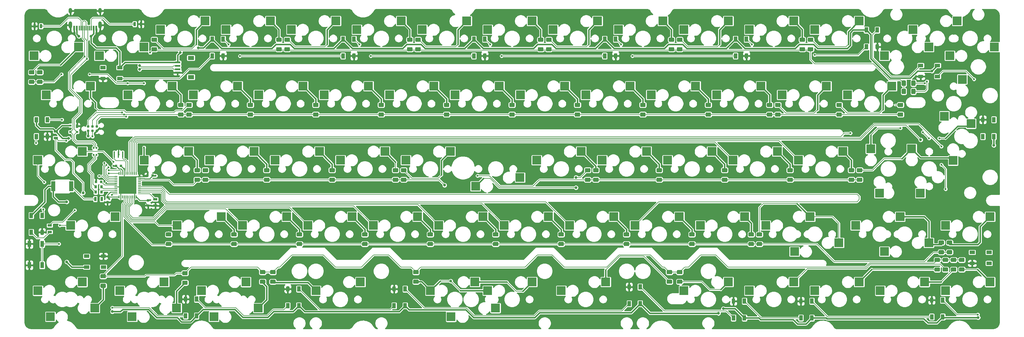
<source format=gbr>
G04 #@! TF.GenerationSoftware,KiCad,Pcbnew,(5.1.10)-1*
G04 #@! TF.CreationDate,2022-03-02T23:20:40+07:00*
G04 #@! TF.ProjectId,averange65,61766572-616e-4676-9536-352e6b696361,rev?*
G04 #@! TF.SameCoordinates,Original*
G04 #@! TF.FileFunction,Copper,L2,Bot*
G04 #@! TF.FilePolarity,Positive*
%FSLAX46Y46*%
G04 Gerber Fmt 4.6, Leading zero omitted, Abs format (unit mm)*
G04 Created by KiCad (PCBNEW (5.1.10)-1) date 2022-03-02 23:20:40*
%MOMM*%
%LPD*%
G01*
G04 APERTURE LIST*
G04 #@! TA.AperFunction,SMDPad,CuDef*
%ADD10R,1.000000X1.500000*%
G04 #@! TD*
G04 #@! TA.AperFunction,SMDPad,CuDef*
%ADD11R,2.550000X2.500000*%
G04 #@! TD*
G04 #@! TA.AperFunction,SMDPad,CuDef*
%ADD12R,1.800000X1.200000*%
G04 #@! TD*
G04 #@! TA.AperFunction,SMDPad,CuDef*
%ADD13R,1.550000X0.600000*%
G04 #@! TD*
G04 #@! TA.AperFunction,SMDPad,CuDef*
%ADD14R,0.600000X1.450000*%
G04 #@! TD*
G04 #@! TA.AperFunction,SMDPad,CuDef*
%ADD15R,0.300000X1.450000*%
G04 #@! TD*
G04 #@! TA.AperFunction,ComponentPad*
%ADD16O,1.000000X2.100000*%
G04 #@! TD*
G04 #@! TA.AperFunction,ComponentPad*
%ADD17O,1.000000X1.600000*%
G04 #@! TD*
G04 #@! TA.AperFunction,SMDPad,CuDef*
%ADD18R,2.500000X2.550000*%
G04 #@! TD*
G04 #@! TA.AperFunction,SMDPad,CuDef*
%ADD19R,1.100000X1.800000*%
G04 #@! TD*
G04 #@! TA.AperFunction,SMDPad,CuDef*
%ADD20R,0.700000X1.000000*%
G04 #@! TD*
G04 #@! TA.AperFunction,SMDPad,CuDef*
%ADD21R,0.700000X0.600000*%
G04 #@! TD*
G04 #@! TA.AperFunction,SMDPad,CuDef*
%ADD22R,1.300000X0.700000*%
G04 #@! TD*
G04 #@! TA.AperFunction,SMDPad,CuDef*
%ADD23R,0.800000X0.950000*%
G04 #@! TD*
G04 #@! TA.AperFunction,SMDPad,CuDef*
%ADD24R,0.700000X1.300000*%
G04 #@! TD*
G04 #@! TA.AperFunction,SMDPad,CuDef*
%ADD25R,0.800000X0.750000*%
G04 #@! TD*
G04 #@! TA.AperFunction,SMDPad,CuDef*
%ADD26R,0.750000X0.800000*%
G04 #@! TD*
G04 #@! TA.AperFunction,SMDPad,CuDef*
%ADD27R,1.500000X1.000000*%
G04 #@! TD*
G04 #@! TA.AperFunction,SMDPad,CuDef*
%ADD28R,1.190000X3.000000*%
G04 #@! TD*
G04 #@! TA.AperFunction,ConnectorPad*
%ADD29C,0.787400*%
G04 #@! TD*
G04 #@! TA.AperFunction,SMDPad,CuDef*
%ADD30R,5.150000X5.150000*%
G04 #@! TD*
G04 #@! TA.AperFunction,SMDPad,CuDef*
%ADD31R,0.400000X1.900000*%
G04 #@! TD*
G04 #@! TA.AperFunction,ViaPad*
%ADD32C,0.600000*%
G04 #@! TD*
G04 #@! TA.AperFunction,ViaPad*
%ADD33C,0.800000*%
G04 #@! TD*
G04 #@! TA.AperFunction,Conductor*
%ADD34C,0.250000*%
G04 #@! TD*
G04 #@! TA.AperFunction,Conductor*
%ADD35C,0.400000*%
G04 #@! TD*
G04 #@! TA.AperFunction,Conductor*
%ADD36C,0.200000*%
G04 #@! TD*
G04 #@! TA.AperFunction,Conductor*
%ADD37C,0.254000*%
G04 #@! TD*
G04 #@! TA.AperFunction,Conductor*
%ADD38C,0.100000*%
G04 #@! TD*
G04 APERTURE END LIST*
D10*
X2686250Y-99665983D03*
X5886250Y-99665983D03*
X2686250Y-104565983D03*
G04 #@! TA.AperFunction,SMDPad,CuDef*
G36*
G01*
X5636250Y-103815983D02*
X6136250Y-103815983D01*
G75*
G02*
X6386250Y-104065983I0J-250000D01*
G01*
X6386250Y-105065983D01*
G75*
G02*
X6136250Y-105315983I-250000J0D01*
G01*
X5636250Y-105315983D01*
G75*
G02*
X5386250Y-105065983I0J250000D01*
G01*
X5386250Y-104065983D01*
G75*
G02*
X5636250Y-103815983I250000J0D01*
G01*
G37*
G04 #@! TD.AperFunction*
D11*
X4662502Y-83502532D03*
X17589502Y-80962532D03*
X135631250Y-121602500D03*
X148558250Y-119062500D03*
D12*
X49216250Y-59242500D03*
X49216250Y-53642500D03*
D13*
X45341250Y-54942500D03*
X45341250Y-55942500D03*
X45341250Y-57942500D03*
X45341250Y-56942500D03*
D11*
X22574250Y-53022500D03*
X35501250Y-50482500D03*
D14*
X21678846Y-44987496D03*
X15228846Y-44987496D03*
X20903846Y-44987496D03*
X16003846Y-44987496D03*
D15*
X16703846Y-44987496D03*
X20203846Y-44987496D03*
X17203846Y-44987496D03*
X19703846Y-44987496D03*
X17703846Y-44987496D03*
X19203846Y-44987496D03*
X18703846Y-44987496D03*
X18203846Y-44987496D03*
D16*
X14133846Y-44072496D03*
X22773846Y-44072496D03*
D17*
X14133846Y-39892496D03*
X22773846Y-39892496D03*
D11*
X3524250Y-53022500D03*
X16451250Y-50482500D03*
D18*
X273844002Y-59907500D03*
X276384002Y-72834500D03*
D11*
X58070818Y-100012500D03*
X45143818Y-102552500D03*
X251174250Y-110172500D03*
X264101250Y-107632500D03*
X68838794Y-126682564D03*
X55911794Y-129222564D03*
X45026274Y-126682564D03*
X32099274Y-129222564D03*
X21213754Y-126682564D03*
X8286754Y-129222564D03*
X134270882Y-100012500D03*
X121343882Y-102552500D03*
D18*
X268605222Y-70675524D03*
X271145222Y-83602524D03*
X259080214Y-80200532D03*
X261620214Y-93127532D03*
X249713954Y-93127532D03*
X247173954Y-80200532D03*
D19*
X2158433Y-107945678D03*
X5858433Y-114145678D03*
X5858433Y-107945678D03*
X2158433Y-114145678D03*
D11*
X224980500Y-110172500D03*
X237907500Y-107632500D03*
X205708414Y-119062568D03*
X192781414Y-121602568D03*
X224758430Y-119062568D03*
X211831430Y-121602568D03*
X243808446Y-119062568D03*
X230881446Y-121602568D03*
G04 #@! TA.AperFunction,SMDPad,CuDef*
G36*
G01*
X265981466Y-114822243D02*
X267101466Y-114822243D01*
G75*
G02*
X267341466Y-115062243I0J-240000D01*
G01*
X267341466Y-115782243D01*
G75*
G02*
X267101466Y-116022243I-240000J0D01*
G01*
X265981466Y-116022243D01*
G75*
G02*
X265741466Y-115782243I0J240000D01*
G01*
X265741466Y-115062243D01*
G75*
G02*
X265981466Y-114822243I240000J0D01*
G01*
G37*
G04 #@! TD.AperFunction*
G04 #@! TA.AperFunction,SMDPad,CuDef*
G36*
G01*
X265981466Y-112022243D02*
X267101466Y-112022243D01*
G75*
G02*
X267341466Y-112262243I0J-240000D01*
G01*
X267341466Y-112982243D01*
G75*
G02*
X267101466Y-113222243I-240000J0D01*
G01*
X265981466Y-113222243D01*
G75*
G02*
X265741466Y-112982243I0J240000D01*
G01*
X265741466Y-112262243D01*
G75*
G02*
X265981466Y-112022243I240000J0D01*
G01*
G37*
G04 #@! TD.AperFunction*
X255714734Y-100012500D03*
X242787734Y-102552500D03*
G04 #@! TA.AperFunction,SMDPad,CuDef*
G36*
G01*
X273125666Y-114822322D02*
X274245666Y-114822322D01*
G75*
G02*
X274485666Y-115062322I0J-240000D01*
G01*
X274485666Y-115782322D01*
G75*
G02*
X274245666Y-116022322I-240000J0D01*
G01*
X273125666Y-116022322D01*
G75*
G02*
X272885666Y-115782322I0J240000D01*
G01*
X272885666Y-115062322D01*
G75*
G02*
X273125666Y-114822322I240000J0D01*
G01*
G37*
G04 #@! TD.AperFunction*
G04 #@! TA.AperFunction,SMDPad,CuDef*
G36*
G01*
X273125666Y-112022322D02*
X274245666Y-112022322D01*
G75*
G02*
X274485666Y-112262322I0J-240000D01*
G01*
X274485666Y-112982322D01*
G75*
G02*
X274245666Y-113222322I-240000J0D01*
G01*
X273125666Y-113222322D01*
G75*
G02*
X272885666Y-112982322I0J240000D01*
G01*
X272885666Y-112262322D01*
G75*
G02*
X273125666Y-112022322I240000J0D01*
G01*
G37*
G04 #@! TD.AperFunction*
G04 #@! TA.AperFunction,SMDPad,CuDef*
G36*
G01*
X270744410Y-114822322D02*
X271864410Y-114822322D01*
G75*
G02*
X272104410Y-115062322I0J-240000D01*
G01*
X272104410Y-115782322D01*
G75*
G02*
X271864410Y-116022322I-240000J0D01*
G01*
X270744410Y-116022322D01*
G75*
G02*
X270504410Y-115782322I0J240000D01*
G01*
X270504410Y-115062322D01*
G75*
G02*
X270744410Y-114822322I240000J0D01*
G01*
G37*
G04 #@! TD.AperFunction*
G04 #@! TA.AperFunction,SMDPad,CuDef*
G36*
G01*
X270744410Y-112022322D02*
X271864410Y-112022322D01*
G75*
G02*
X272104410Y-112262322I0J-240000D01*
G01*
X272104410Y-112982322D01*
G75*
G02*
X271864410Y-113222322I-240000J0D01*
G01*
X270744410Y-113222322D01*
G75*
G02*
X270504410Y-112982322I0J240000D01*
G01*
X270504410Y-112262322D01*
G75*
G02*
X270744410Y-112022322I240000J0D01*
G01*
G37*
G04 #@! TD.AperFunction*
G04 #@! TA.AperFunction,SMDPad,CuDef*
G36*
G01*
X268362718Y-114822243D02*
X269482718Y-114822243D01*
G75*
G02*
X269722718Y-115062243I0J-240000D01*
G01*
X269722718Y-115782243D01*
G75*
G02*
X269482718Y-116022243I-240000J0D01*
G01*
X268362718Y-116022243D01*
G75*
G02*
X268122718Y-115782243I0J240000D01*
G01*
X268122718Y-115062243D01*
G75*
G02*
X268362718Y-114822243I240000J0D01*
G01*
G37*
G04 #@! TD.AperFunction*
G04 #@! TA.AperFunction,SMDPad,CuDef*
G36*
G01*
X268362718Y-112022243D02*
X269482718Y-112022243D01*
G75*
G02*
X269722718Y-112262243I0J-240000D01*
G01*
X269722718Y-112982243D01*
G75*
G02*
X269482718Y-113222243I-240000J0D01*
G01*
X268362718Y-113222243D01*
G75*
G02*
X268122718Y-112982243I0J240000D01*
G01*
X268122718Y-112262243D01*
G75*
G02*
X268362718Y-112022243I240000J0D01*
G01*
G37*
G04 #@! TD.AperFunction*
G04 #@! TA.AperFunction,SMDPad,CuDef*
G36*
G01*
X190972660Y-118394375D02*
X192092660Y-118394375D01*
G75*
G02*
X192332660Y-118634375I0J-240000D01*
G01*
X192332660Y-119354375D01*
G75*
G02*
X192092660Y-119594375I-240000J0D01*
G01*
X190972660Y-119594375D01*
G75*
G02*
X190732660Y-119354375I0J240000D01*
G01*
X190732660Y-118634375D01*
G75*
G02*
X190972660Y-118394375I240000J0D01*
G01*
G37*
G04 #@! TD.AperFunction*
G04 #@! TA.AperFunction,SMDPad,CuDef*
G36*
G01*
X190972660Y-115594375D02*
X192092660Y-115594375D01*
G75*
G02*
X192332660Y-115834375I0J-240000D01*
G01*
X192332660Y-116554375D01*
G75*
G02*
X192092660Y-116794375I-240000J0D01*
G01*
X190972660Y-116794375D01*
G75*
G02*
X190732660Y-116554375I0J240000D01*
G01*
X190732660Y-115834375D01*
G75*
G02*
X190972660Y-115594375I240000J0D01*
G01*
G37*
G04 #@! TD.AperFunction*
G04 #@! TA.AperFunction,SMDPad,CuDef*
G36*
G01*
X187996085Y-118394375D02*
X189116085Y-118394375D01*
G75*
G02*
X189356085Y-118634375I0J-240000D01*
G01*
X189356085Y-119354375D01*
G75*
G02*
X189116085Y-119594375I-240000J0D01*
G01*
X187996085Y-119594375D01*
G75*
G02*
X187756085Y-119354375I0J240000D01*
G01*
X187756085Y-118634375D01*
G75*
G02*
X187996085Y-118394375I240000J0D01*
G01*
G37*
G04 #@! TD.AperFunction*
G04 #@! TA.AperFunction,SMDPad,CuDef*
G36*
G01*
X187996085Y-115594375D02*
X189116085Y-115594375D01*
G75*
G02*
X189356085Y-115834375I0J-240000D01*
G01*
X189356085Y-116554375D01*
G75*
G02*
X189116085Y-116794375I-240000J0D01*
G01*
X187996085Y-116794375D01*
G75*
G02*
X187756085Y-116554375I0J240000D01*
G01*
X187756085Y-115834375D01*
G75*
G02*
X187996085Y-115594375I240000J0D01*
G01*
G37*
G04 #@! TD.AperFunction*
G04 #@! TA.AperFunction,SMDPad,CuDef*
G36*
G01*
X114176655Y-118394125D02*
X115296655Y-118394125D01*
G75*
G02*
X115536655Y-118634125I0J-240000D01*
G01*
X115536655Y-119354125D01*
G75*
G02*
X115296655Y-119594125I-240000J0D01*
G01*
X114176655Y-119594125D01*
G75*
G02*
X113936655Y-119354125I0J240000D01*
G01*
X113936655Y-118634125D01*
G75*
G02*
X114176655Y-118394125I240000J0D01*
G01*
G37*
G04 #@! TD.AperFunction*
G04 #@! TA.AperFunction,SMDPad,CuDef*
G36*
G01*
X114176655Y-115594125D02*
X115296655Y-115594125D01*
G75*
G02*
X115536655Y-115834125I0J-240000D01*
G01*
X115536655Y-116554125D01*
G75*
G02*
X115296655Y-116794125I-240000J0D01*
G01*
X114176655Y-116794125D01*
G75*
G02*
X113936655Y-116554125I0J240000D01*
G01*
X113936655Y-115834125D01*
G75*
G02*
X114176655Y-115594125I240000J0D01*
G01*
G37*
G04 #@! TD.AperFunction*
G04 #@! TA.AperFunction,SMDPad,CuDef*
G36*
G01*
X72504975Y-118394375D02*
X73624975Y-118394375D01*
G75*
G02*
X73864975Y-118634375I0J-240000D01*
G01*
X73864975Y-119354375D01*
G75*
G02*
X73624975Y-119594375I-240000J0D01*
G01*
X72504975Y-119594375D01*
G75*
G02*
X72264975Y-119354375I0J240000D01*
G01*
X72264975Y-118634375D01*
G75*
G02*
X72504975Y-118394375I240000J0D01*
G01*
G37*
G04 #@! TD.AperFunction*
G04 #@! TA.AperFunction,SMDPad,CuDef*
G36*
G01*
X72504975Y-115594375D02*
X73624975Y-115594375D01*
G75*
G02*
X73864975Y-115834375I0J-240000D01*
G01*
X73864975Y-116554375D01*
G75*
G02*
X73624975Y-116794375I-240000J0D01*
G01*
X72504975Y-116794375D01*
G75*
G02*
X72264975Y-116554375I0J240000D01*
G01*
X72264975Y-115834375D01*
G75*
G02*
X72504975Y-115594375I240000J0D01*
G01*
G37*
G04 #@! TD.AperFunction*
G04 #@! TA.AperFunction,SMDPad,CuDef*
G36*
G01*
X69528400Y-118394250D02*
X70648400Y-118394250D01*
G75*
G02*
X70888400Y-118634250I0J-240000D01*
G01*
X70888400Y-119354250D01*
G75*
G02*
X70648400Y-119594250I-240000J0D01*
G01*
X69528400Y-119594250D01*
G75*
G02*
X69288400Y-119354250I0J240000D01*
G01*
X69288400Y-118634250D01*
G75*
G02*
X69528400Y-118394250I240000J0D01*
G01*
G37*
G04 #@! TD.AperFunction*
G04 #@! TA.AperFunction,SMDPad,CuDef*
G36*
G01*
X69528400Y-115594250D02*
X70648400Y-115594250D01*
G75*
G02*
X70888400Y-115834250I0J-240000D01*
G01*
X70888400Y-116554250D01*
G75*
G02*
X70648400Y-116794250I-240000J0D01*
G01*
X69528400Y-116794250D01*
G75*
G02*
X69288400Y-116554250I0J240000D01*
G01*
X69288400Y-115834250D01*
G75*
G02*
X69528400Y-115594250I240000J0D01*
G01*
G37*
G04 #@! TD.AperFunction*
G04 #@! TA.AperFunction,SMDPad,CuDef*
G36*
G01*
X46906358Y-118691907D02*
X48026358Y-118691907D01*
G75*
G02*
X48266358Y-118931907I0J-240000D01*
G01*
X48266358Y-119651907D01*
G75*
G02*
X48026358Y-119891907I-240000J0D01*
G01*
X46906358Y-119891907D01*
G75*
G02*
X46666358Y-119651907I0J240000D01*
G01*
X46666358Y-118931907D01*
G75*
G02*
X46906358Y-118691907I240000J0D01*
G01*
G37*
G04 #@! TD.AperFunction*
G04 #@! TA.AperFunction,SMDPad,CuDef*
G36*
G01*
X46906358Y-115891907D02*
X48026358Y-115891907D01*
G75*
G02*
X48266358Y-116131907I0J-240000D01*
G01*
X48266358Y-116851907D01*
G75*
G02*
X48026358Y-117091907I-240000J0D01*
G01*
X46906358Y-117091907D01*
G75*
G02*
X46666358Y-116851907I0J240000D01*
G01*
X46666358Y-116131907D01*
G75*
G02*
X46906358Y-115891907I240000J0D01*
G01*
G37*
G04 #@! TD.AperFunction*
G04 #@! TA.AperFunction,SMDPad,CuDef*
G36*
G01*
X23093798Y-119584878D02*
X24213798Y-119584878D01*
G75*
G02*
X24453798Y-119824878I0J-240000D01*
G01*
X24453798Y-120544878D01*
G75*
G02*
X24213798Y-120784878I-240000J0D01*
G01*
X23093798Y-120784878D01*
G75*
G02*
X22853798Y-120544878I0J240000D01*
G01*
X22853798Y-119824878D01*
G75*
G02*
X23093798Y-119584878I240000J0D01*
G01*
G37*
G04 #@! TD.AperFunction*
G04 #@! TA.AperFunction,SMDPad,CuDef*
G36*
G01*
X23093798Y-116784878D02*
X24213798Y-116784878D01*
G75*
G02*
X24453798Y-117024878I0J-240000D01*
G01*
X24453798Y-117744878D01*
G75*
G02*
X24213798Y-117984878I-240000J0D01*
G01*
X23093798Y-117984878D01*
G75*
G02*
X22853798Y-117744878I0J240000D01*
G01*
X22853798Y-117024878D01*
G75*
G02*
X23093798Y-116784878I240000J0D01*
G01*
G37*
G04 #@! TD.AperFunction*
G04 #@! TA.AperFunction,SMDPad,CuDef*
G36*
G01*
X270673788Y-108162153D02*
X269553788Y-108162153D01*
G75*
G02*
X269313788Y-107922153I0J240000D01*
G01*
X269313788Y-107202153D01*
G75*
G02*
X269553788Y-106962153I240000J0D01*
G01*
X270673788Y-106962153D01*
G75*
G02*
X270913788Y-107202153I0J-240000D01*
G01*
X270913788Y-107922153D01*
G75*
G02*
X270673788Y-108162153I-240000J0D01*
G01*
G37*
G04 #@! TD.AperFunction*
G04 #@! TA.AperFunction,SMDPad,CuDef*
G36*
G01*
X270673788Y-110962153D02*
X269553788Y-110962153D01*
G75*
G02*
X269313788Y-110722153I0J240000D01*
G01*
X269313788Y-110002153D01*
G75*
G02*
X269553788Y-109762153I240000J0D01*
G01*
X270673788Y-109762153D01*
G75*
G02*
X270913788Y-110002153I0J-240000D01*
G01*
X270913788Y-110722153D01*
G75*
G02*
X270673788Y-110962153I-240000J0D01*
G01*
G37*
G04 #@! TD.AperFunction*
G04 #@! TA.AperFunction,SMDPad,CuDef*
G36*
G01*
X268292532Y-108162153D02*
X267172532Y-108162153D01*
G75*
G02*
X266932532Y-107922153I0J240000D01*
G01*
X266932532Y-107202153D01*
G75*
G02*
X267172532Y-106962153I240000J0D01*
G01*
X268292532Y-106962153D01*
G75*
G02*
X268532532Y-107202153I0J-240000D01*
G01*
X268532532Y-107922153D01*
G75*
G02*
X268292532Y-108162153I-240000J0D01*
G01*
G37*
G04 #@! TD.AperFunction*
G04 #@! TA.AperFunction,SMDPad,CuDef*
G36*
G01*
X268292532Y-110962153D02*
X267172532Y-110962153D01*
G75*
G02*
X266932532Y-110722153I0J240000D01*
G01*
X266932532Y-110002153D01*
G75*
G02*
X267172532Y-109762153I240000J0D01*
G01*
X268292532Y-109762153D01*
G75*
G02*
X268532532Y-110002153I0J-240000D01*
G01*
X268532532Y-110722153D01*
G75*
G02*
X268292532Y-110962153I-240000J0D01*
G01*
G37*
G04 #@! TD.AperFunction*
G04 #@! TA.AperFunction,SMDPad,CuDef*
G36*
G01*
X215309061Y-105781265D02*
X214189061Y-105781265D01*
G75*
G02*
X213949061Y-105541265I0J240000D01*
G01*
X213949061Y-104821265D01*
G75*
G02*
X214189061Y-104581265I240000J0D01*
G01*
X215309061Y-104581265D01*
G75*
G02*
X215549061Y-104821265I0J-240000D01*
G01*
X215549061Y-105541265D01*
G75*
G02*
X215309061Y-105781265I-240000J0D01*
G01*
G37*
G04 #@! TD.AperFunction*
G04 #@! TA.AperFunction,SMDPad,CuDef*
G36*
G01*
X215309061Y-108581265D02*
X214189061Y-108581265D01*
G75*
G02*
X213949061Y-108341265I0J240000D01*
G01*
X213949061Y-107621265D01*
G75*
G02*
X214189061Y-107381265I240000J0D01*
G01*
X215309061Y-107381265D01*
G75*
G02*
X215549061Y-107621265I0J-240000D01*
G01*
X215549061Y-108341265D01*
G75*
G02*
X215309061Y-108581265I-240000J0D01*
G01*
G37*
G04 #@! TD.AperFunction*
G04 #@! TA.AperFunction,SMDPad,CuDef*
G36*
G01*
X212928831Y-105781265D02*
X211808831Y-105781265D01*
G75*
G02*
X211568831Y-105541265I0J240000D01*
G01*
X211568831Y-104821265D01*
G75*
G02*
X211808831Y-104581265I240000J0D01*
G01*
X212928831Y-104581265D01*
G75*
G02*
X213168831Y-104821265I0J-240000D01*
G01*
X213168831Y-105541265D01*
G75*
G02*
X212928831Y-105781265I-240000J0D01*
G01*
G37*
G04 #@! TD.AperFunction*
G04 #@! TA.AperFunction,SMDPad,CuDef*
G36*
G01*
X212928831Y-108581265D02*
X211808831Y-108581265D01*
G75*
G02*
X211568831Y-108341265I0J240000D01*
G01*
X211568831Y-107621265D01*
G75*
G02*
X211808831Y-107381265I240000J0D01*
G01*
X212928831Y-107381265D01*
G75*
G02*
X213168831Y-107621265I0J-240000D01*
G01*
X213168831Y-108341265D01*
G75*
G02*
X212928831Y-108581265I-240000J0D01*
G01*
G37*
G04 #@! TD.AperFunction*
G04 #@! TA.AperFunction,SMDPad,CuDef*
G36*
G01*
X195664690Y-105781265D02*
X194544690Y-105781265D01*
G75*
G02*
X194304690Y-105541265I0J240000D01*
G01*
X194304690Y-104821265D01*
G75*
G02*
X194544690Y-104581265I240000J0D01*
G01*
X195664690Y-104581265D01*
G75*
G02*
X195904690Y-104821265I0J-240000D01*
G01*
X195904690Y-105541265D01*
G75*
G02*
X195664690Y-105781265I-240000J0D01*
G01*
G37*
G04 #@! TD.AperFunction*
G04 #@! TA.AperFunction,SMDPad,CuDef*
G36*
G01*
X195664690Y-108581265D02*
X194544690Y-108581265D01*
G75*
G02*
X194304690Y-108341265I0J240000D01*
G01*
X194304690Y-107621265D01*
G75*
G02*
X194544690Y-107381265I240000J0D01*
G01*
X195664690Y-107381265D01*
G75*
G02*
X195904690Y-107621265I0J-240000D01*
G01*
X195904690Y-108341265D01*
G75*
G02*
X195664690Y-108581265I-240000J0D01*
G01*
G37*
G04 #@! TD.AperFunction*
G04 #@! TA.AperFunction,SMDPad,CuDef*
G36*
G01*
X176614610Y-105781265D02*
X175494610Y-105781265D01*
G75*
G02*
X175254610Y-105541265I0J240000D01*
G01*
X175254610Y-104821265D01*
G75*
G02*
X175494610Y-104581265I240000J0D01*
G01*
X176614610Y-104581265D01*
G75*
G02*
X176854610Y-104821265I0J-240000D01*
G01*
X176854610Y-105541265D01*
G75*
G02*
X176614610Y-105781265I-240000J0D01*
G01*
G37*
G04 #@! TD.AperFunction*
G04 #@! TA.AperFunction,SMDPad,CuDef*
G36*
G01*
X176614610Y-108581265D02*
X175494610Y-108581265D01*
G75*
G02*
X175254610Y-108341265I0J240000D01*
G01*
X175254610Y-107621265D01*
G75*
G02*
X175494610Y-107381265I240000J0D01*
G01*
X176614610Y-107381265D01*
G75*
G02*
X176854610Y-107621265I0J-240000D01*
G01*
X176854610Y-108341265D01*
G75*
G02*
X176614610Y-108581265I-240000J0D01*
G01*
G37*
G04 #@! TD.AperFunction*
G04 #@! TA.AperFunction,SMDPad,CuDef*
G36*
G01*
X157564530Y-105781265D02*
X156444530Y-105781265D01*
G75*
G02*
X156204530Y-105541265I0J240000D01*
G01*
X156204530Y-104821265D01*
G75*
G02*
X156444530Y-104581265I240000J0D01*
G01*
X157564530Y-104581265D01*
G75*
G02*
X157804530Y-104821265I0J-240000D01*
G01*
X157804530Y-105541265D01*
G75*
G02*
X157564530Y-105781265I-240000J0D01*
G01*
G37*
G04 #@! TD.AperFunction*
G04 #@! TA.AperFunction,SMDPad,CuDef*
G36*
G01*
X157564530Y-108581265D02*
X156444530Y-108581265D01*
G75*
G02*
X156204530Y-108341265I0J240000D01*
G01*
X156204530Y-107621265D01*
G75*
G02*
X156444530Y-107381265I240000J0D01*
G01*
X157564530Y-107381265D01*
G75*
G02*
X157804530Y-107621265I0J-240000D01*
G01*
X157804530Y-108341265D01*
G75*
G02*
X157564530Y-108581265I-240000J0D01*
G01*
G37*
G04 #@! TD.AperFunction*
G04 #@! TA.AperFunction,SMDPad,CuDef*
G36*
G01*
X138514450Y-105781265D02*
X137394450Y-105781265D01*
G75*
G02*
X137154450Y-105541265I0J240000D01*
G01*
X137154450Y-104821265D01*
G75*
G02*
X137394450Y-104581265I240000J0D01*
G01*
X138514450Y-104581265D01*
G75*
G02*
X138754450Y-104821265I0J-240000D01*
G01*
X138754450Y-105541265D01*
G75*
G02*
X138514450Y-105781265I-240000J0D01*
G01*
G37*
G04 #@! TD.AperFunction*
G04 #@! TA.AperFunction,SMDPad,CuDef*
G36*
G01*
X138514450Y-108581265D02*
X137394450Y-108581265D01*
G75*
G02*
X137154450Y-108341265I0J240000D01*
G01*
X137154450Y-107621265D01*
G75*
G02*
X137394450Y-107381265I240000J0D01*
G01*
X138514450Y-107381265D01*
G75*
G02*
X138754450Y-107621265I0J-240000D01*
G01*
X138754450Y-108341265D01*
G75*
G02*
X138514450Y-108581265I-240000J0D01*
G01*
G37*
G04 #@! TD.AperFunction*
G04 #@! TA.AperFunction,SMDPad,CuDef*
G36*
G01*
X119464370Y-105781265D02*
X118344370Y-105781265D01*
G75*
G02*
X118104370Y-105541265I0J240000D01*
G01*
X118104370Y-104821265D01*
G75*
G02*
X118344370Y-104581265I240000J0D01*
G01*
X119464370Y-104581265D01*
G75*
G02*
X119704370Y-104821265I0J-240000D01*
G01*
X119704370Y-105541265D01*
G75*
G02*
X119464370Y-105781265I-240000J0D01*
G01*
G37*
G04 #@! TD.AperFunction*
G04 #@! TA.AperFunction,SMDPad,CuDef*
G36*
G01*
X119464370Y-108581265D02*
X118344370Y-108581265D01*
G75*
G02*
X118104370Y-108341265I0J240000D01*
G01*
X118104370Y-107621265D01*
G75*
G02*
X118344370Y-107381265I240000J0D01*
G01*
X119464370Y-107381265D01*
G75*
G02*
X119704370Y-107621265I0J-240000D01*
G01*
X119704370Y-108341265D01*
G75*
G02*
X119464370Y-108581265I-240000J0D01*
G01*
G37*
G04 #@! TD.AperFunction*
G04 #@! TA.AperFunction,SMDPad,CuDef*
G36*
G01*
X100414290Y-105781265D02*
X99294290Y-105781265D01*
G75*
G02*
X99054290Y-105541265I0J240000D01*
G01*
X99054290Y-104821265D01*
G75*
G02*
X99294290Y-104581265I240000J0D01*
G01*
X100414290Y-104581265D01*
G75*
G02*
X100654290Y-104821265I0J-240000D01*
G01*
X100654290Y-105541265D01*
G75*
G02*
X100414290Y-105781265I-240000J0D01*
G01*
G37*
G04 #@! TD.AperFunction*
G04 #@! TA.AperFunction,SMDPad,CuDef*
G36*
G01*
X100414290Y-108581265D02*
X99294290Y-108581265D01*
G75*
G02*
X99054290Y-108341265I0J240000D01*
G01*
X99054290Y-107621265D01*
G75*
G02*
X99294290Y-107381265I240000J0D01*
G01*
X100414290Y-107381265D01*
G75*
G02*
X100654290Y-107621265I0J-240000D01*
G01*
X100654290Y-108341265D01*
G75*
G02*
X100414290Y-108581265I-240000J0D01*
G01*
G37*
G04 #@! TD.AperFunction*
G04 #@! TA.AperFunction,SMDPad,CuDef*
G36*
G01*
X81364210Y-105781265D02*
X80244210Y-105781265D01*
G75*
G02*
X80004210Y-105541265I0J240000D01*
G01*
X80004210Y-104821265D01*
G75*
G02*
X80244210Y-104581265I240000J0D01*
G01*
X81364210Y-104581265D01*
G75*
G02*
X81604210Y-104821265I0J-240000D01*
G01*
X81604210Y-105541265D01*
G75*
G02*
X81364210Y-105781265I-240000J0D01*
G01*
G37*
G04 #@! TD.AperFunction*
G04 #@! TA.AperFunction,SMDPad,CuDef*
G36*
G01*
X81364210Y-108581265D02*
X80244210Y-108581265D01*
G75*
G02*
X80004210Y-108341265I0J240000D01*
G01*
X80004210Y-107621265D01*
G75*
G02*
X80244210Y-107381265I240000J0D01*
G01*
X81364210Y-107381265D01*
G75*
G02*
X81604210Y-107621265I0J-240000D01*
G01*
X81604210Y-108341265D01*
G75*
G02*
X81364210Y-108581265I-240000J0D01*
G01*
G37*
G04 #@! TD.AperFunction*
G04 #@! TA.AperFunction,SMDPad,CuDef*
G36*
G01*
X62314130Y-105781265D02*
X61194130Y-105781265D01*
G75*
G02*
X60954130Y-105541265I0J240000D01*
G01*
X60954130Y-104821265D01*
G75*
G02*
X61194130Y-104581265I240000J0D01*
G01*
X62314130Y-104581265D01*
G75*
G02*
X62554130Y-104821265I0J-240000D01*
G01*
X62554130Y-105541265D01*
G75*
G02*
X62314130Y-105781265I-240000J0D01*
G01*
G37*
G04 #@! TD.AperFunction*
G04 #@! TA.AperFunction,SMDPad,CuDef*
G36*
G01*
X62314130Y-108581265D02*
X61194130Y-108581265D01*
G75*
G02*
X60954130Y-108341265I0J240000D01*
G01*
X60954130Y-107621265D01*
G75*
G02*
X61194130Y-107381265I240000J0D01*
G01*
X62314130Y-107381265D01*
G75*
G02*
X62554130Y-107621265I0J-240000D01*
G01*
X62554130Y-108341265D01*
G75*
G02*
X62314130Y-108581265I-240000J0D01*
G01*
G37*
G04 #@! TD.AperFunction*
G04 #@! TA.AperFunction,SMDPad,CuDef*
G36*
G01*
X43263846Y-105780941D02*
X42143846Y-105780941D01*
G75*
G02*
X41903846Y-105540941I0J240000D01*
G01*
X41903846Y-104820941D01*
G75*
G02*
X42143846Y-104580941I240000J0D01*
G01*
X43263846Y-104580941D01*
G75*
G02*
X43503846Y-104820941I0J-240000D01*
G01*
X43503846Y-105540941D01*
G75*
G02*
X43263846Y-105780941I-240000J0D01*
G01*
G37*
G04 #@! TD.AperFunction*
G04 #@! TA.AperFunction,SMDPad,CuDef*
G36*
G01*
X43263846Y-108580941D02*
X42143846Y-108580941D01*
G75*
G02*
X41903846Y-108340941I0J240000D01*
G01*
X41903846Y-107620941D01*
G75*
G02*
X42143846Y-107380941I240000J0D01*
G01*
X43263846Y-107380941D01*
G75*
G02*
X43503846Y-107620941I0J-240000D01*
G01*
X43503846Y-108340941D01*
G75*
G02*
X43263846Y-108580941I-240000J0D01*
G01*
G37*
G04 #@! TD.AperFunction*
G04 #@! TA.AperFunction,SMDPad,CuDef*
G36*
G01*
X244479572Y-89828471D02*
X243359572Y-89828471D01*
G75*
G02*
X243119572Y-89588471I0J240000D01*
G01*
X243119572Y-88868471D01*
G75*
G02*
X243359572Y-88628471I240000J0D01*
G01*
X244479572Y-88628471D01*
G75*
G02*
X244719572Y-88868471I0J-240000D01*
G01*
X244719572Y-89588471D01*
G75*
G02*
X244479572Y-89828471I-240000J0D01*
G01*
G37*
G04 #@! TD.AperFunction*
G04 #@! TA.AperFunction,SMDPad,CuDef*
G36*
G01*
X244479572Y-87028471D02*
X243359572Y-87028471D01*
G75*
G02*
X243119572Y-86788471I0J240000D01*
G01*
X243119572Y-86068471D01*
G75*
G02*
X243359572Y-85828471I240000J0D01*
G01*
X244479572Y-85828471D01*
G75*
G02*
X244719572Y-86068471I0J-240000D01*
G01*
X244719572Y-86788471D01*
G75*
G02*
X244479572Y-87028471I-240000J0D01*
G01*
G37*
G04 #@! TD.AperFunction*
G04 #@! TA.AperFunction,SMDPad,CuDef*
G36*
G01*
X242099260Y-87028842D02*
X240979260Y-87028842D01*
G75*
G02*
X240739260Y-86788842I0J240000D01*
G01*
X240739260Y-86068842D01*
G75*
G02*
X240979260Y-85828842I240000J0D01*
G01*
X242099260Y-85828842D01*
G75*
G02*
X242339260Y-86068842I0J-240000D01*
G01*
X242339260Y-86788842D01*
G75*
G02*
X242099260Y-87028842I-240000J0D01*
G01*
G37*
G04 #@! TD.AperFunction*
G04 #@! TA.AperFunction,SMDPad,CuDef*
G36*
G01*
X242099260Y-89828842D02*
X240979260Y-89828842D01*
G75*
G02*
X240739260Y-89588842I0J240000D01*
G01*
X240739260Y-88868842D01*
G75*
G02*
X240979260Y-88628842I240000J0D01*
G01*
X242099260Y-88628842D01*
G75*
G02*
X242339260Y-88868842I0J-240000D01*
G01*
X242339260Y-89588842D01*
G75*
G02*
X242099260Y-89828842I-240000J0D01*
G01*
G37*
G04 #@! TD.AperFunction*
G04 #@! TA.AperFunction,SMDPad,CuDef*
G36*
G01*
X224239810Y-87028842D02*
X223119810Y-87028842D01*
G75*
G02*
X222879810Y-86788842I0J240000D01*
G01*
X222879810Y-86068842D01*
G75*
G02*
X223119810Y-85828842I240000J0D01*
G01*
X224239810Y-85828842D01*
G75*
G02*
X224479810Y-86068842I0J-240000D01*
G01*
X224479810Y-86788842D01*
G75*
G02*
X224239810Y-87028842I-240000J0D01*
G01*
G37*
G04 #@! TD.AperFunction*
G04 #@! TA.AperFunction,SMDPad,CuDef*
G36*
G01*
X224239810Y-89828842D02*
X223119810Y-89828842D01*
G75*
G02*
X222879810Y-89588842I0J240000D01*
G01*
X222879810Y-88868842D01*
G75*
G02*
X223119810Y-88628842I240000J0D01*
G01*
X224239810Y-88628842D01*
G75*
G02*
X224479810Y-88868842I0J-240000D01*
G01*
X224479810Y-89588842D01*
G75*
G02*
X224239810Y-89828842I-240000J0D01*
G01*
G37*
G04 #@! TD.AperFunction*
G04 #@! TA.AperFunction,SMDPad,CuDef*
G36*
G01*
X205189730Y-87028842D02*
X204069730Y-87028842D01*
G75*
G02*
X203829730Y-86788842I0J240000D01*
G01*
X203829730Y-86068842D01*
G75*
G02*
X204069730Y-85828842I240000J0D01*
G01*
X205189730Y-85828842D01*
G75*
G02*
X205429730Y-86068842I0J-240000D01*
G01*
X205429730Y-86788842D01*
G75*
G02*
X205189730Y-87028842I-240000J0D01*
G01*
G37*
G04 #@! TD.AperFunction*
G04 #@! TA.AperFunction,SMDPad,CuDef*
G36*
G01*
X205189730Y-89828842D02*
X204069730Y-89828842D01*
G75*
G02*
X203829730Y-89588842I0J240000D01*
G01*
X203829730Y-88868842D01*
G75*
G02*
X204069730Y-88628842I240000J0D01*
G01*
X205189730Y-88628842D01*
G75*
G02*
X205429730Y-88868842I0J-240000D01*
G01*
X205429730Y-89588842D01*
G75*
G02*
X205189730Y-89828842I-240000J0D01*
G01*
G37*
G04 #@! TD.AperFunction*
G04 #@! TA.AperFunction,SMDPad,CuDef*
G36*
G01*
X186139650Y-87028842D02*
X185019650Y-87028842D01*
G75*
G02*
X184779650Y-86788842I0J240000D01*
G01*
X184779650Y-86068842D01*
G75*
G02*
X185019650Y-85828842I240000J0D01*
G01*
X186139650Y-85828842D01*
G75*
G02*
X186379650Y-86068842I0J-240000D01*
G01*
X186379650Y-86788842D01*
G75*
G02*
X186139650Y-87028842I-240000J0D01*
G01*
G37*
G04 #@! TD.AperFunction*
G04 #@! TA.AperFunction,SMDPad,CuDef*
G36*
G01*
X186139650Y-89828842D02*
X185019650Y-89828842D01*
G75*
G02*
X184779650Y-89588842I0J240000D01*
G01*
X184779650Y-88868842D01*
G75*
G02*
X185019650Y-88628842I240000J0D01*
G01*
X186139650Y-88628842D01*
G75*
G02*
X186379650Y-88868842I0J-240000D01*
G01*
X186379650Y-89588842D01*
G75*
G02*
X186139650Y-89828842I-240000J0D01*
G01*
G37*
G04 #@! TD.AperFunction*
G04 #@! TA.AperFunction,SMDPad,CuDef*
G36*
G01*
X167684195Y-87028842D02*
X166564195Y-87028842D01*
G75*
G02*
X166324195Y-86788842I0J240000D01*
G01*
X166324195Y-86068842D01*
G75*
G02*
X166564195Y-85828842I240000J0D01*
G01*
X167684195Y-85828842D01*
G75*
G02*
X167924195Y-86068842I0J-240000D01*
G01*
X167924195Y-86788842D01*
G75*
G02*
X167684195Y-87028842I-240000J0D01*
G01*
G37*
G04 #@! TD.AperFunction*
G04 #@! TA.AperFunction,SMDPad,CuDef*
G36*
G01*
X167684195Y-89828842D02*
X166564195Y-89828842D01*
G75*
G02*
X166324195Y-89588842I0J240000D01*
G01*
X166324195Y-88868842D01*
G75*
G02*
X166564195Y-88628842I240000J0D01*
G01*
X167684195Y-88628842D01*
G75*
G02*
X167924195Y-88868842I0J-240000D01*
G01*
X167924195Y-89588842D01*
G75*
G02*
X167684195Y-89828842I-240000J0D01*
G01*
G37*
G04 #@! TD.AperFunction*
G04 #@! TA.AperFunction,SMDPad,CuDef*
G36*
G01*
X165302943Y-87028471D02*
X164182943Y-87028471D01*
G75*
G02*
X163942943Y-86788471I0J240000D01*
G01*
X163942943Y-86068471D01*
G75*
G02*
X164182943Y-85828471I240000J0D01*
G01*
X165302943Y-85828471D01*
G75*
G02*
X165542943Y-86068471I0J-240000D01*
G01*
X165542943Y-86788471D01*
G75*
G02*
X165302943Y-87028471I-240000J0D01*
G01*
G37*
G04 #@! TD.AperFunction*
G04 #@! TA.AperFunction,SMDPad,CuDef*
G36*
G01*
X165302943Y-89828471D02*
X164182943Y-89828471D01*
G75*
G02*
X163942943Y-89588471I0J240000D01*
G01*
X163942943Y-88868471D01*
G75*
G02*
X164182943Y-88628471I240000J0D01*
G01*
X165302943Y-88628471D01*
G75*
G02*
X165542943Y-88868471I0J-240000D01*
G01*
X165542943Y-89588471D01*
G75*
G02*
X165302943Y-89828471I-240000J0D01*
G01*
G37*
G04 #@! TD.AperFunction*
G04 #@! TA.AperFunction,SMDPad,CuDef*
G36*
G01*
X111724773Y-87028471D02*
X110604773Y-87028471D01*
G75*
G02*
X110364773Y-86788471I0J240000D01*
G01*
X110364773Y-86068471D01*
G75*
G02*
X110604773Y-85828471I240000J0D01*
G01*
X111724773Y-85828471D01*
G75*
G02*
X111964773Y-86068471I0J-240000D01*
G01*
X111964773Y-86788471D01*
G75*
G02*
X111724773Y-87028471I-240000J0D01*
G01*
G37*
G04 #@! TD.AperFunction*
G04 #@! TA.AperFunction,SMDPad,CuDef*
G36*
G01*
X111724773Y-89828471D02*
X110604773Y-89828471D01*
G75*
G02*
X110364773Y-89588471I0J240000D01*
G01*
X110364773Y-88868471D01*
G75*
G02*
X110604773Y-88628471I240000J0D01*
G01*
X111724773Y-88628471D01*
G75*
G02*
X111964773Y-88868471I0J-240000D01*
G01*
X111964773Y-89588471D01*
G75*
G02*
X111724773Y-89828471I-240000J0D01*
G01*
G37*
G04 #@! TD.AperFunction*
G04 #@! TA.AperFunction,SMDPad,CuDef*
G36*
G01*
X109343521Y-87028442D02*
X108223521Y-87028442D01*
G75*
G02*
X107983521Y-86788442I0J240000D01*
G01*
X107983521Y-86068442D01*
G75*
G02*
X108223521Y-85828442I240000J0D01*
G01*
X109343521Y-85828442D01*
G75*
G02*
X109583521Y-86068442I0J-240000D01*
G01*
X109583521Y-86788442D01*
G75*
G02*
X109343521Y-87028442I-240000J0D01*
G01*
G37*
G04 #@! TD.AperFunction*
G04 #@! TA.AperFunction,SMDPad,CuDef*
G36*
G01*
X109343521Y-89828442D02*
X108223521Y-89828442D01*
G75*
G02*
X107983521Y-89588442I0J240000D01*
G01*
X107983521Y-88868442D01*
G75*
G02*
X108223521Y-88628442I240000J0D01*
G01*
X109343521Y-88628442D01*
G75*
G02*
X109583521Y-88868442I0J-240000D01*
G01*
X109583521Y-89588442D01*
G75*
G02*
X109343521Y-89828442I-240000J0D01*
G01*
G37*
G04 #@! TD.AperFunction*
G04 #@! TA.AperFunction,SMDPad,CuDef*
G36*
G01*
X90889250Y-87028842D02*
X89769250Y-87028842D01*
G75*
G02*
X89529250Y-86788842I0J240000D01*
G01*
X89529250Y-86068842D01*
G75*
G02*
X89769250Y-85828842I240000J0D01*
G01*
X90889250Y-85828842D01*
G75*
G02*
X91129250Y-86068842I0J-240000D01*
G01*
X91129250Y-86788842D01*
G75*
G02*
X90889250Y-87028842I-240000J0D01*
G01*
G37*
G04 #@! TD.AperFunction*
G04 #@! TA.AperFunction,SMDPad,CuDef*
G36*
G01*
X90889250Y-89828842D02*
X89769250Y-89828842D01*
G75*
G02*
X89529250Y-89588842I0J240000D01*
G01*
X89529250Y-88868842D01*
G75*
G02*
X89769250Y-88628842I240000J0D01*
G01*
X90889250Y-88628842D01*
G75*
G02*
X91129250Y-88868842I0J-240000D01*
G01*
X91129250Y-89588842D01*
G75*
G02*
X90889250Y-89828842I-240000J0D01*
G01*
G37*
G04 #@! TD.AperFunction*
G04 #@! TA.AperFunction,SMDPad,CuDef*
G36*
G01*
X71839170Y-87028842D02*
X70719170Y-87028842D01*
G75*
G02*
X70479170Y-86788842I0J240000D01*
G01*
X70479170Y-86068842D01*
G75*
G02*
X70719170Y-85828842I240000J0D01*
G01*
X71839170Y-85828842D01*
G75*
G02*
X72079170Y-86068842I0J-240000D01*
G01*
X72079170Y-86788842D01*
G75*
G02*
X71839170Y-87028842I-240000J0D01*
G01*
G37*
G04 #@! TD.AperFunction*
G04 #@! TA.AperFunction,SMDPad,CuDef*
G36*
G01*
X71839170Y-89828842D02*
X70719170Y-89828842D01*
G75*
G02*
X70479170Y-89588842I0J240000D01*
G01*
X70479170Y-88868842D01*
G75*
G02*
X70719170Y-88628842I240000J0D01*
G01*
X71839170Y-88628842D01*
G75*
G02*
X72079170Y-88868842I0J-240000D01*
G01*
X72079170Y-89588842D01*
G75*
G02*
X71839170Y-89828842I-240000J0D01*
G01*
G37*
G04 #@! TD.AperFunction*
G04 #@! TA.AperFunction,SMDPad,CuDef*
G36*
G01*
X51598125Y-87028442D02*
X50478125Y-87028442D01*
G75*
G02*
X50238125Y-86788442I0J240000D01*
G01*
X50238125Y-86068442D01*
G75*
G02*
X50478125Y-85828442I240000J0D01*
G01*
X51598125Y-85828442D01*
G75*
G02*
X51838125Y-86068442I0J-240000D01*
G01*
X51838125Y-86788442D01*
G75*
G02*
X51598125Y-87028442I-240000J0D01*
G01*
G37*
G04 #@! TD.AperFunction*
G04 #@! TA.AperFunction,SMDPad,CuDef*
G36*
G01*
X51598125Y-89828442D02*
X50478125Y-89828442D01*
G75*
G02*
X50238125Y-89588442I0J240000D01*
G01*
X50238125Y-88868442D01*
G75*
G02*
X50478125Y-88628442I240000J0D01*
G01*
X51598125Y-88628442D01*
G75*
G02*
X51838125Y-88868442I0J-240000D01*
G01*
X51838125Y-89588442D01*
G75*
G02*
X51598125Y-89828442I-240000J0D01*
G01*
G37*
G04 #@! TD.AperFunction*
G04 #@! TA.AperFunction,SMDPad,CuDef*
G36*
G01*
X256385832Y-67978550D02*
X255265832Y-67978550D01*
G75*
G02*
X255025832Y-67738550I0J240000D01*
G01*
X255025832Y-67018550D01*
G75*
G02*
X255265832Y-66778550I240000J0D01*
G01*
X256385832Y-66778550D01*
G75*
G02*
X256625832Y-67018550I0J-240000D01*
G01*
X256625832Y-67738550D01*
G75*
G02*
X256385832Y-67978550I-240000J0D01*
G01*
G37*
G04 #@! TD.AperFunction*
G04 #@! TA.AperFunction,SMDPad,CuDef*
G36*
G01*
X256385832Y-70778550D02*
X255265832Y-70778550D01*
G75*
G02*
X255025832Y-70538550I0J240000D01*
G01*
X255025832Y-69818550D01*
G75*
G02*
X255265832Y-69578550I240000J0D01*
G01*
X256385832Y-69578550D01*
G75*
G02*
X256625832Y-69818550I0J-240000D01*
G01*
X256625832Y-70538550D01*
G75*
G02*
X256385832Y-70778550I-240000J0D01*
G01*
G37*
G04 #@! TD.AperFunction*
G04 #@! TA.AperFunction,SMDPad,CuDef*
G36*
G01*
X53979375Y-87028442D02*
X52859375Y-87028442D01*
G75*
G02*
X52619375Y-86788442I0J240000D01*
G01*
X52619375Y-86068442D01*
G75*
G02*
X52859375Y-85828442I240000J0D01*
G01*
X53979375Y-85828442D01*
G75*
G02*
X54219375Y-86068442I0J-240000D01*
G01*
X54219375Y-86788442D01*
G75*
G02*
X53979375Y-87028442I-240000J0D01*
G01*
G37*
G04 #@! TD.AperFunction*
G04 #@! TA.AperFunction,SMDPad,CuDef*
G36*
G01*
X53979375Y-89828442D02*
X52859375Y-89828442D01*
G75*
G02*
X52619375Y-89588442I0J240000D01*
G01*
X52619375Y-88868442D01*
G75*
G02*
X52859375Y-88628442I240000J0D01*
G01*
X53979375Y-88628442D01*
G75*
G02*
X54219375Y-88868442I0J-240000D01*
G01*
X54219375Y-89588442D01*
G75*
G02*
X53979375Y-89828442I-240000J0D01*
G01*
G37*
G04 #@! TD.AperFunction*
G04 #@! TA.AperFunction,SMDPad,CuDef*
G36*
G01*
X238526886Y-67978442D02*
X237406886Y-67978442D01*
G75*
G02*
X237166886Y-67738442I0J240000D01*
G01*
X237166886Y-67018442D01*
G75*
G02*
X237406886Y-66778442I240000J0D01*
G01*
X238526886Y-66778442D01*
G75*
G02*
X238766886Y-67018442I0J-240000D01*
G01*
X238766886Y-67738442D01*
G75*
G02*
X238526886Y-67978442I-240000J0D01*
G01*
G37*
G04 #@! TD.AperFunction*
G04 #@! TA.AperFunction,SMDPad,CuDef*
G36*
G01*
X238526886Y-70778442D02*
X237406886Y-70778442D01*
G75*
G02*
X237166886Y-70538442I0J240000D01*
G01*
X237166886Y-69818442D01*
G75*
G02*
X237406886Y-69578442I240000J0D01*
G01*
X238526886Y-69578442D01*
G75*
G02*
X238766886Y-69818442I0J-240000D01*
G01*
X238766886Y-70538442D01*
G75*
G02*
X238526886Y-70778442I-240000J0D01*
G01*
G37*
G04 #@! TD.AperFunction*
G04 #@! TA.AperFunction,SMDPad,CuDef*
G36*
G01*
X220667920Y-67978762D02*
X219547920Y-67978762D01*
G75*
G02*
X219307920Y-67738762I0J240000D01*
G01*
X219307920Y-67018762D01*
G75*
G02*
X219547920Y-66778762I240000J0D01*
G01*
X220667920Y-66778762D01*
G75*
G02*
X220907920Y-67018762I0J-240000D01*
G01*
X220907920Y-67738762D01*
G75*
G02*
X220667920Y-67978762I-240000J0D01*
G01*
G37*
G04 #@! TD.AperFunction*
G04 #@! TA.AperFunction,SMDPad,CuDef*
G36*
G01*
X220667920Y-70778762D02*
X219547920Y-70778762D01*
G75*
G02*
X219307920Y-70538762I0J240000D01*
G01*
X219307920Y-69818762D01*
G75*
G02*
X219547920Y-69578762I240000J0D01*
G01*
X220667920Y-69578762D01*
G75*
G02*
X220907920Y-69818762I0J-240000D01*
G01*
X220907920Y-70538762D01*
G75*
G02*
X220667920Y-70778762I-240000J0D01*
G01*
G37*
G04 #@! TD.AperFunction*
G04 #@! TA.AperFunction,SMDPad,CuDef*
G36*
G01*
X218286660Y-67978762D02*
X217166660Y-67978762D01*
G75*
G02*
X216926660Y-67738762I0J240000D01*
G01*
X216926660Y-67018762D01*
G75*
G02*
X217166660Y-66778762I240000J0D01*
G01*
X218286660Y-66778762D01*
G75*
G02*
X218526660Y-67018762I0J-240000D01*
G01*
X218526660Y-67738762D01*
G75*
G02*
X218286660Y-67978762I-240000J0D01*
G01*
G37*
G04 #@! TD.AperFunction*
G04 #@! TA.AperFunction,SMDPad,CuDef*
G36*
G01*
X218286660Y-70778762D02*
X217166660Y-70778762D01*
G75*
G02*
X216926660Y-70538762I0J240000D01*
G01*
X216926660Y-69818762D01*
G75*
G02*
X217166660Y-69578762I240000J0D01*
G01*
X218286660Y-69578762D01*
G75*
G02*
X218526660Y-69818762I0J-240000D01*
G01*
X218526660Y-70538762D01*
G75*
G02*
X218286660Y-70778762I-240000J0D01*
G01*
G37*
G04 #@! TD.AperFunction*
G04 #@! TA.AperFunction,SMDPad,CuDef*
G36*
G01*
X200427210Y-67978762D02*
X199307210Y-67978762D01*
G75*
G02*
X199067210Y-67738762I0J240000D01*
G01*
X199067210Y-67018762D01*
G75*
G02*
X199307210Y-66778762I240000J0D01*
G01*
X200427210Y-66778762D01*
G75*
G02*
X200667210Y-67018762I0J-240000D01*
G01*
X200667210Y-67738762D01*
G75*
G02*
X200427210Y-67978762I-240000J0D01*
G01*
G37*
G04 #@! TD.AperFunction*
G04 #@! TA.AperFunction,SMDPad,CuDef*
G36*
G01*
X200427210Y-70778762D02*
X199307210Y-70778762D01*
G75*
G02*
X199067210Y-70538762I0J240000D01*
G01*
X199067210Y-69818762D01*
G75*
G02*
X199307210Y-69578762I240000J0D01*
G01*
X200427210Y-69578762D01*
G75*
G02*
X200667210Y-69818762I0J-240000D01*
G01*
X200667210Y-70538762D01*
G75*
G02*
X200427210Y-70778762I-240000J0D01*
G01*
G37*
G04 #@! TD.AperFunction*
G04 #@! TA.AperFunction,SMDPad,CuDef*
G36*
G01*
X181376426Y-67978442D02*
X180256426Y-67978442D01*
G75*
G02*
X180016426Y-67738442I0J240000D01*
G01*
X180016426Y-67018442D01*
G75*
G02*
X180256426Y-66778442I240000J0D01*
G01*
X181376426Y-66778442D01*
G75*
G02*
X181616426Y-67018442I0J-240000D01*
G01*
X181616426Y-67738442D01*
G75*
G02*
X181376426Y-67978442I-240000J0D01*
G01*
G37*
G04 #@! TD.AperFunction*
G04 #@! TA.AperFunction,SMDPad,CuDef*
G36*
G01*
X181376426Y-70778442D02*
X180256426Y-70778442D01*
G75*
G02*
X180016426Y-70538442I0J240000D01*
G01*
X180016426Y-69818442D01*
G75*
G02*
X180256426Y-69578442I240000J0D01*
G01*
X181376426Y-69578442D01*
G75*
G02*
X181616426Y-69818442I0J-240000D01*
G01*
X181616426Y-70538442D01*
G75*
G02*
X181376426Y-70778442I-240000J0D01*
G01*
G37*
G04 #@! TD.AperFunction*
G04 #@! TA.AperFunction,SMDPad,CuDef*
G36*
G01*
X162327050Y-67978762D02*
X161207050Y-67978762D01*
G75*
G02*
X160967050Y-67738762I0J240000D01*
G01*
X160967050Y-67018762D01*
G75*
G02*
X161207050Y-66778762I240000J0D01*
G01*
X162327050Y-66778762D01*
G75*
G02*
X162567050Y-67018762I0J-240000D01*
G01*
X162567050Y-67738762D01*
G75*
G02*
X162327050Y-67978762I-240000J0D01*
G01*
G37*
G04 #@! TD.AperFunction*
G04 #@! TA.AperFunction,SMDPad,CuDef*
G36*
G01*
X162327050Y-70778762D02*
X161207050Y-70778762D01*
G75*
G02*
X160967050Y-70538762I0J240000D01*
G01*
X160967050Y-69818762D01*
G75*
G02*
X161207050Y-69578762I240000J0D01*
G01*
X162327050Y-69578762D01*
G75*
G02*
X162567050Y-69818762I0J-240000D01*
G01*
X162567050Y-70538762D01*
G75*
G02*
X162327050Y-70778762I-240000J0D01*
G01*
G37*
G04 #@! TD.AperFunction*
G04 #@! TA.AperFunction,SMDPad,CuDef*
G36*
G01*
X143276394Y-67978442D02*
X142156394Y-67978442D01*
G75*
G02*
X141916394Y-67738442I0J240000D01*
G01*
X141916394Y-67018442D01*
G75*
G02*
X142156394Y-66778442I240000J0D01*
G01*
X143276394Y-66778442D01*
G75*
G02*
X143516394Y-67018442I0J-240000D01*
G01*
X143516394Y-67738442D01*
G75*
G02*
X143276394Y-67978442I-240000J0D01*
G01*
G37*
G04 #@! TD.AperFunction*
G04 #@! TA.AperFunction,SMDPad,CuDef*
G36*
G01*
X143276394Y-70778442D02*
X142156394Y-70778442D01*
G75*
G02*
X141916394Y-70538442I0J240000D01*
G01*
X141916394Y-69818442D01*
G75*
G02*
X142156394Y-69578442I240000J0D01*
G01*
X143276394Y-69578442D01*
G75*
G02*
X143516394Y-69818442I0J-240000D01*
G01*
X143516394Y-70538442D01*
G75*
G02*
X143276394Y-70778442I-240000J0D01*
G01*
G37*
G04 #@! TD.AperFunction*
G04 #@! TA.AperFunction,SMDPad,CuDef*
G36*
G01*
X124226378Y-67978442D02*
X123106378Y-67978442D01*
G75*
G02*
X122866378Y-67738442I0J240000D01*
G01*
X122866378Y-67018442D01*
G75*
G02*
X123106378Y-66778442I240000J0D01*
G01*
X124226378Y-66778442D01*
G75*
G02*
X124466378Y-67018442I0J-240000D01*
G01*
X124466378Y-67738442D01*
G75*
G02*
X124226378Y-67978442I-240000J0D01*
G01*
G37*
G04 #@! TD.AperFunction*
G04 #@! TA.AperFunction,SMDPad,CuDef*
G36*
G01*
X124226378Y-70778442D02*
X123106378Y-70778442D01*
G75*
G02*
X122866378Y-70538442I0J240000D01*
G01*
X122866378Y-69818442D01*
G75*
G02*
X123106378Y-69578442I240000J0D01*
G01*
X124226378Y-69578442D01*
G75*
G02*
X124466378Y-69818442I0J-240000D01*
G01*
X124466378Y-70538442D01*
G75*
G02*
X124226378Y-70778442I-240000J0D01*
G01*
G37*
G04 #@! TD.AperFunction*
G04 #@! TA.AperFunction,SMDPad,CuDef*
G36*
G01*
X105176362Y-67978442D02*
X104056362Y-67978442D01*
G75*
G02*
X103816362Y-67738442I0J240000D01*
G01*
X103816362Y-67018442D01*
G75*
G02*
X104056362Y-66778442I240000J0D01*
G01*
X105176362Y-66778442D01*
G75*
G02*
X105416362Y-67018442I0J-240000D01*
G01*
X105416362Y-67738442D01*
G75*
G02*
X105176362Y-67978442I-240000J0D01*
G01*
G37*
G04 #@! TD.AperFunction*
G04 #@! TA.AperFunction,SMDPad,CuDef*
G36*
G01*
X105176362Y-70778442D02*
X104056362Y-70778442D01*
G75*
G02*
X103816362Y-70538442I0J240000D01*
G01*
X103816362Y-69818442D01*
G75*
G02*
X104056362Y-69578442I240000J0D01*
G01*
X105176362Y-69578442D01*
G75*
G02*
X105416362Y-69818442I0J-240000D01*
G01*
X105416362Y-70538442D01*
G75*
G02*
X105176362Y-70778442I-240000J0D01*
G01*
G37*
G04 #@! TD.AperFunction*
G04 #@! TA.AperFunction,SMDPad,CuDef*
G36*
G01*
X86126346Y-67978442D02*
X85006346Y-67978442D01*
G75*
G02*
X84766346Y-67738442I0J240000D01*
G01*
X84766346Y-67018442D01*
G75*
G02*
X85006346Y-66778442I240000J0D01*
G01*
X86126346Y-66778442D01*
G75*
G02*
X86366346Y-67018442I0J-240000D01*
G01*
X86366346Y-67738442D01*
G75*
G02*
X86126346Y-67978442I-240000J0D01*
G01*
G37*
G04 #@! TD.AperFunction*
G04 #@! TA.AperFunction,SMDPad,CuDef*
G36*
G01*
X86126346Y-70778442D02*
X85006346Y-70778442D01*
G75*
G02*
X84766346Y-70538442I0J240000D01*
G01*
X84766346Y-69818442D01*
G75*
G02*
X85006346Y-69578442I240000J0D01*
G01*
X86126346Y-69578442D01*
G75*
G02*
X86366346Y-69818442I0J-240000D01*
G01*
X86366346Y-70538442D01*
G75*
G02*
X86126346Y-70778442I-240000J0D01*
G01*
G37*
G04 #@! TD.AperFunction*
G04 #@! TA.AperFunction,SMDPad,CuDef*
G36*
G01*
X67076330Y-67978442D02*
X65956330Y-67978442D01*
G75*
G02*
X65716330Y-67738442I0J240000D01*
G01*
X65716330Y-67018442D01*
G75*
G02*
X65956330Y-66778442I240000J0D01*
G01*
X67076330Y-66778442D01*
G75*
G02*
X67316330Y-67018442I0J-240000D01*
G01*
X67316330Y-67738442D01*
G75*
G02*
X67076330Y-67978442I-240000J0D01*
G01*
G37*
G04 #@! TD.AperFunction*
G04 #@! TA.AperFunction,SMDPad,CuDef*
G36*
G01*
X67076330Y-70778442D02*
X65956330Y-70778442D01*
G75*
G02*
X65716330Y-70538442I0J240000D01*
G01*
X65716330Y-69818442D01*
G75*
G02*
X65956330Y-69578442I240000J0D01*
G01*
X67076330Y-69578442D01*
G75*
G02*
X67316330Y-69818442I0J-240000D01*
G01*
X67316330Y-70538442D01*
G75*
G02*
X67076330Y-70778442I-240000J0D01*
G01*
G37*
G04 #@! TD.AperFunction*
G04 #@! TA.AperFunction,SMDPad,CuDef*
G36*
G01*
X46835730Y-67978762D02*
X45715730Y-67978762D01*
G75*
G02*
X45475730Y-67738762I0J240000D01*
G01*
X45475730Y-67018762D01*
G75*
G02*
X45715730Y-66778762I240000J0D01*
G01*
X46835730Y-66778762D01*
G75*
G02*
X47075730Y-67018762I0J-240000D01*
G01*
X47075730Y-67738762D01*
G75*
G02*
X46835730Y-67978762I-240000J0D01*
G01*
G37*
G04 #@! TD.AperFunction*
G04 #@! TA.AperFunction,SMDPad,CuDef*
G36*
G01*
X46835730Y-70778762D02*
X45715730Y-70778762D01*
G75*
G02*
X45475730Y-70538762I0J240000D01*
G01*
X45475730Y-69818762D01*
G75*
G02*
X45715730Y-69578762I240000J0D01*
G01*
X46835730Y-69578762D01*
G75*
G02*
X47075730Y-69818762I0J-240000D01*
G01*
X47075730Y-70538762D01*
G75*
G02*
X46835730Y-70778762I-240000J0D01*
G01*
G37*
G04 #@! TD.AperFunction*
G04 #@! TA.AperFunction,SMDPad,CuDef*
G36*
G01*
X49216986Y-67978502D02*
X48096986Y-67978502D01*
G75*
G02*
X47856986Y-67738502I0J240000D01*
G01*
X47856986Y-67018502D01*
G75*
G02*
X48096986Y-66778502I240000J0D01*
G01*
X49216986Y-66778502D01*
G75*
G02*
X49456986Y-67018502I0J-240000D01*
G01*
X49456986Y-67738502D01*
G75*
G02*
X49216986Y-67978502I-240000J0D01*
G01*
G37*
G04 #@! TD.AperFunction*
G04 #@! TA.AperFunction,SMDPad,CuDef*
G36*
G01*
X49216986Y-70778502D02*
X48096986Y-70778502D01*
G75*
G02*
X47856986Y-70538502I0J240000D01*
G01*
X47856986Y-69818502D01*
G75*
G02*
X48096986Y-69578502I240000J0D01*
G01*
X49216986Y-69578502D01*
G75*
G02*
X49456986Y-69818502I0J-240000D01*
G01*
X49456986Y-70538502D01*
G75*
G02*
X49216986Y-70778502I-240000J0D01*
G01*
G37*
G04 #@! TD.AperFunction*
G04 #@! TA.AperFunction,SMDPad,CuDef*
G36*
G01*
X259006836Y-63981272D02*
X259006836Y-62861272D01*
G75*
G02*
X259246836Y-62621272I240000J0D01*
G01*
X259966836Y-62621272D01*
G75*
G02*
X260206836Y-62861272I0J-240000D01*
G01*
X260206836Y-63981272D01*
G75*
G02*
X259966836Y-64221272I-240000J0D01*
G01*
X259246836Y-64221272D01*
G75*
G02*
X259006836Y-63981272I0J240000D01*
G01*
G37*
G04 #@! TD.AperFunction*
G04 #@! TA.AperFunction,SMDPad,CuDef*
G36*
G01*
X256206836Y-63981272D02*
X256206836Y-62861272D01*
G75*
G02*
X256446836Y-62621272I240000J0D01*
G01*
X257166836Y-62621272D01*
G75*
G02*
X257406836Y-62861272I0J-240000D01*
G01*
X257406836Y-63981272D01*
G75*
G02*
X257166836Y-64221272I-240000J0D01*
G01*
X256446836Y-64221272D01*
G75*
G02*
X256206836Y-63981272I0J240000D01*
G01*
G37*
G04 #@! TD.AperFunction*
G04 #@! TA.AperFunction,SMDPad,CuDef*
G36*
G01*
X259006836Y-61600016D02*
X259006836Y-60480016D01*
G75*
G02*
X259246836Y-60240016I240000J0D01*
G01*
X259966836Y-60240016D01*
G75*
G02*
X260206836Y-60480016I0J-240000D01*
G01*
X260206836Y-61600016D01*
G75*
G02*
X259966836Y-61840016I-240000J0D01*
G01*
X259246836Y-61840016D01*
G75*
G02*
X259006836Y-61600016I0J240000D01*
G01*
G37*
G04 #@! TD.AperFunction*
G04 #@! TA.AperFunction,SMDPad,CuDef*
G36*
G01*
X256206836Y-61600016D02*
X256206836Y-60480016D01*
G75*
G02*
X256446836Y-60240016I240000J0D01*
G01*
X257166836Y-60240016D01*
G75*
G02*
X257406836Y-60480016I0J-240000D01*
G01*
X257406836Y-61600016D01*
G75*
G02*
X257166836Y-61840016I-240000J0D01*
G01*
X256446836Y-61840016D01*
G75*
G02*
X256206836Y-61600016I0J240000D01*
G01*
G37*
G04 #@! TD.AperFunction*
G04 #@! TA.AperFunction,SMDPad,CuDef*
G36*
G01*
X230192960Y-48928679D02*
X229072960Y-48928679D01*
G75*
G02*
X228832960Y-48688679I0J240000D01*
G01*
X228832960Y-47968679D01*
G75*
G02*
X229072960Y-47728679I240000J0D01*
G01*
X230192960Y-47728679D01*
G75*
G02*
X230432960Y-47968679I0J-240000D01*
G01*
X230432960Y-48688679D01*
G75*
G02*
X230192960Y-48928679I-240000J0D01*
G01*
G37*
G04 #@! TD.AperFunction*
G04 #@! TA.AperFunction,SMDPad,CuDef*
G36*
G01*
X230192960Y-51728679D02*
X229072960Y-51728679D01*
G75*
G02*
X228832960Y-51488679I0J240000D01*
G01*
X228832960Y-50768679D01*
G75*
G02*
X229072960Y-50528679I240000J0D01*
G01*
X230192960Y-50528679D01*
G75*
G02*
X230432960Y-50768679I0J-240000D01*
G01*
X230432960Y-51488679D01*
G75*
G02*
X230192960Y-51728679I-240000J0D01*
G01*
G37*
G04 #@! TD.AperFunction*
G04 #@! TA.AperFunction,SMDPad,CuDef*
G36*
G01*
X227810840Y-48928439D02*
X226690840Y-48928439D01*
G75*
G02*
X226450840Y-48688439I0J240000D01*
G01*
X226450840Y-47968439D01*
G75*
G02*
X226690840Y-47728439I240000J0D01*
G01*
X227810840Y-47728439D01*
G75*
G02*
X228050840Y-47968439I0J-240000D01*
G01*
X228050840Y-48688439D01*
G75*
G02*
X227810840Y-48928439I-240000J0D01*
G01*
G37*
G04 #@! TD.AperFunction*
G04 #@! TA.AperFunction,SMDPad,CuDef*
G36*
G01*
X227810840Y-51728439D02*
X226690840Y-51728439D01*
G75*
G02*
X226450840Y-51488439I0J240000D01*
G01*
X226450840Y-50768439D01*
G75*
G02*
X226690840Y-50528439I240000J0D01*
G01*
X227810840Y-50528439D01*
G75*
G02*
X228050840Y-50768439I0J-240000D01*
G01*
X228050840Y-51488439D01*
G75*
G02*
X227810840Y-51728439I-240000J0D01*
G01*
G37*
G04 #@! TD.AperFunction*
G04 #@! TA.AperFunction,SMDPad,CuDef*
G36*
G01*
X192092800Y-48928439D02*
X190972800Y-48928439D01*
G75*
G02*
X190732800Y-48688439I0J240000D01*
G01*
X190732800Y-47968439D01*
G75*
G02*
X190972800Y-47728439I240000J0D01*
G01*
X192092800Y-47728439D01*
G75*
G02*
X192332800Y-47968439I0J-240000D01*
G01*
X192332800Y-48688439D01*
G75*
G02*
X192092800Y-48928439I-240000J0D01*
G01*
G37*
G04 #@! TD.AperFunction*
G04 #@! TA.AperFunction,SMDPad,CuDef*
G36*
G01*
X192092800Y-51728439D02*
X190972800Y-51728439D01*
G75*
G02*
X190732800Y-51488439I0J240000D01*
G01*
X190732800Y-50768439D01*
G75*
G02*
X190972800Y-50528439I240000J0D01*
G01*
X192092800Y-50528439D01*
G75*
G02*
X192332800Y-50768439I0J-240000D01*
G01*
X192332800Y-51488439D01*
G75*
G02*
X192092800Y-51728439I-240000J0D01*
G01*
G37*
G04 #@! TD.AperFunction*
G04 #@! TA.AperFunction,SMDPad,CuDef*
G36*
G01*
X189710808Y-48928439D02*
X188590808Y-48928439D01*
G75*
G02*
X188350808Y-48688439I0J240000D01*
G01*
X188350808Y-47968439D01*
G75*
G02*
X188590808Y-47728439I240000J0D01*
G01*
X189710808Y-47728439D01*
G75*
G02*
X189950808Y-47968439I0J-240000D01*
G01*
X189950808Y-48688439D01*
G75*
G02*
X189710808Y-48928439I-240000J0D01*
G01*
G37*
G04 #@! TD.AperFunction*
G04 #@! TA.AperFunction,SMDPad,CuDef*
G36*
G01*
X189710808Y-51728439D02*
X188590808Y-51728439D01*
G75*
G02*
X188350808Y-51488439I0J240000D01*
G01*
X188350808Y-50768439D01*
G75*
G02*
X188590808Y-50528439I240000J0D01*
G01*
X189710808Y-50528439D01*
G75*
G02*
X189950808Y-50768439I0J-240000D01*
G01*
X189950808Y-51488439D01*
G75*
G02*
X189710808Y-51728439I-240000J0D01*
G01*
G37*
G04 #@! TD.AperFunction*
G04 #@! TA.AperFunction,SMDPad,CuDef*
G36*
G01*
X153992640Y-48928439D02*
X152872640Y-48928439D01*
G75*
G02*
X152632640Y-48688439I0J240000D01*
G01*
X152632640Y-47968439D01*
G75*
G02*
X152872640Y-47728439I240000J0D01*
G01*
X153992640Y-47728439D01*
G75*
G02*
X154232640Y-47968439I0J-240000D01*
G01*
X154232640Y-48688439D01*
G75*
G02*
X153992640Y-48928439I-240000J0D01*
G01*
G37*
G04 #@! TD.AperFunction*
G04 #@! TA.AperFunction,SMDPad,CuDef*
G36*
G01*
X153992640Y-51728439D02*
X152872640Y-51728439D01*
G75*
G02*
X152632640Y-51488439I0J240000D01*
G01*
X152632640Y-50768439D01*
G75*
G02*
X152872640Y-50528439I240000J0D01*
G01*
X153992640Y-50528439D01*
G75*
G02*
X154232640Y-50768439I0J-240000D01*
G01*
X154232640Y-51488439D01*
G75*
G02*
X153992640Y-51728439I-240000J0D01*
G01*
G37*
G04 #@! TD.AperFunction*
G04 #@! TA.AperFunction,SMDPad,CuDef*
G36*
G01*
X151610776Y-48928439D02*
X150490776Y-48928439D01*
G75*
G02*
X150250776Y-48688439I0J240000D01*
G01*
X150250776Y-47968439D01*
G75*
G02*
X150490776Y-47728439I240000J0D01*
G01*
X151610776Y-47728439D01*
G75*
G02*
X151850776Y-47968439I0J-240000D01*
G01*
X151850776Y-48688439D01*
G75*
G02*
X151610776Y-48928439I-240000J0D01*
G01*
G37*
G04 #@! TD.AperFunction*
G04 #@! TA.AperFunction,SMDPad,CuDef*
G36*
G01*
X151610776Y-51728439D02*
X150490776Y-51728439D01*
G75*
G02*
X150250776Y-51488439I0J240000D01*
G01*
X150250776Y-50768439D01*
G75*
G02*
X150490776Y-50528439I240000J0D01*
G01*
X151610776Y-50528439D01*
G75*
G02*
X151850776Y-50768439I0J-240000D01*
G01*
X151850776Y-51488439D01*
G75*
G02*
X151610776Y-51728439I-240000J0D01*
G01*
G37*
G04 #@! TD.AperFunction*
G04 #@! TA.AperFunction,SMDPad,CuDef*
G36*
G01*
X115892480Y-48928439D02*
X114772480Y-48928439D01*
G75*
G02*
X114532480Y-48688439I0J240000D01*
G01*
X114532480Y-47968439D01*
G75*
G02*
X114772480Y-47728439I240000J0D01*
G01*
X115892480Y-47728439D01*
G75*
G02*
X116132480Y-47968439I0J-240000D01*
G01*
X116132480Y-48688439D01*
G75*
G02*
X115892480Y-48928439I-240000J0D01*
G01*
G37*
G04 #@! TD.AperFunction*
G04 #@! TA.AperFunction,SMDPad,CuDef*
G36*
G01*
X115892480Y-51728439D02*
X114772480Y-51728439D01*
G75*
G02*
X114532480Y-51488439I0J240000D01*
G01*
X114532480Y-50768439D01*
G75*
G02*
X114772480Y-50528439I240000J0D01*
G01*
X115892480Y-50528439D01*
G75*
G02*
X116132480Y-50768439I0J-240000D01*
G01*
X116132480Y-51488439D01*
G75*
G02*
X115892480Y-51728439I-240000J0D01*
G01*
G37*
G04 #@! TD.AperFunction*
G04 #@! TA.AperFunction,SMDPad,CuDef*
G36*
G01*
X113510744Y-48928439D02*
X112390744Y-48928439D01*
G75*
G02*
X112150744Y-48688439I0J240000D01*
G01*
X112150744Y-47968439D01*
G75*
G02*
X112390744Y-47728439I240000J0D01*
G01*
X113510744Y-47728439D01*
G75*
G02*
X113750744Y-47968439I0J-240000D01*
G01*
X113750744Y-48688439D01*
G75*
G02*
X113510744Y-48928439I-240000J0D01*
G01*
G37*
G04 #@! TD.AperFunction*
G04 #@! TA.AperFunction,SMDPad,CuDef*
G36*
G01*
X113510744Y-51728439D02*
X112390744Y-51728439D01*
G75*
G02*
X112150744Y-51488439I0J240000D01*
G01*
X112150744Y-50768439D01*
G75*
G02*
X112390744Y-50528439I240000J0D01*
G01*
X113510744Y-50528439D01*
G75*
G02*
X113750744Y-50768439I0J-240000D01*
G01*
X113750744Y-51488439D01*
G75*
G02*
X113510744Y-51728439I-240000J0D01*
G01*
G37*
G04 #@! TD.AperFunction*
G04 #@! TA.AperFunction,SMDPad,CuDef*
G36*
G01*
X77792320Y-48928679D02*
X76672320Y-48928679D01*
G75*
G02*
X76432320Y-48688679I0J240000D01*
G01*
X76432320Y-47968679D01*
G75*
G02*
X76672320Y-47728679I240000J0D01*
G01*
X77792320Y-47728679D01*
G75*
G02*
X78032320Y-47968679I0J-240000D01*
G01*
X78032320Y-48688679D01*
G75*
G02*
X77792320Y-48928679I-240000J0D01*
G01*
G37*
G04 #@! TD.AperFunction*
G04 #@! TA.AperFunction,SMDPad,CuDef*
G36*
G01*
X77792320Y-51728679D02*
X76672320Y-51728679D01*
G75*
G02*
X76432320Y-51488679I0J240000D01*
G01*
X76432320Y-50768679D01*
G75*
G02*
X76672320Y-50528679I240000J0D01*
G01*
X77792320Y-50528679D01*
G75*
G02*
X78032320Y-50768679I0J-240000D01*
G01*
X78032320Y-51488679D01*
G75*
G02*
X77792320Y-51728679I-240000J0D01*
G01*
G37*
G04 #@! TD.AperFunction*
G04 #@! TA.AperFunction,SMDPad,CuDef*
G36*
G01*
X75410712Y-48928439D02*
X74290712Y-48928439D01*
G75*
G02*
X74050712Y-48688439I0J240000D01*
G01*
X74050712Y-47968439D01*
G75*
G02*
X74290712Y-47728439I240000J0D01*
G01*
X75410712Y-47728439D01*
G75*
G02*
X75650712Y-47968439I0J-240000D01*
G01*
X75650712Y-48688439D01*
G75*
G02*
X75410712Y-48928439I-240000J0D01*
G01*
G37*
G04 #@! TD.AperFunction*
G04 #@! TA.AperFunction,SMDPad,CuDef*
G36*
G01*
X75410712Y-51728439D02*
X74290712Y-51728439D01*
G75*
G02*
X74050712Y-51488439I0J240000D01*
G01*
X74050712Y-50768439D01*
G75*
G02*
X74290712Y-50528439I240000J0D01*
G01*
X75410712Y-50528439D01*
G75*
G02*
X75650712Y-50768439I0J-240000D01*
G01*
X75650712Y-51488439D01*
G75*
G02*
X75410712Y-51728439I-240000J0D01*
G01*
G37*
G04 #@! TD.AperFunction*
G04 #@! TA.AperFunction,SMDPad,CuDef*
G36*
G01*
X39096587Y-48928439D02*
X37976587Y-48928439D01*
G75*
G02*
X37736587Y-48688439I0J240000D01*
G01*
X37736587Y-47968439D01*
G75*
G02*
X37976587Y-47728439I240000J0D01*
G01*
X39096587Y-47728439D01*
G75*
G02*
X39336587Y-47968439I0J-240000D01*
G01*
X39336587Y-48688439D01*
G75*
G02*
X39096587Y-48928439I-240000J0D01*
G01*
G37*
G04 #@! TD.AperFunction*
G04 #@! TA.AperFunction,SMDPad,CuDef*
G36*
G01*
X39096587Y-51728439D02*
X37976587Y-51728439D01*
G75*
G02*
X37736587Y-51488439I0J240000D01*
G01*
X37736587Y-50768439D01*
G75*
G02*
X37976587Y-50528439I240000J0D01*
G01*
X39096587Y-50528439D01*
G75*
G02*
X39336587Y-50768439I0J-240000D01*
G01*
X39336587Y-51488439D01*
G75*
G02*
X39096587Y-51728439I-240000J0D01*
G01*
G37*
G04 #@! TD.AperFunction*
G04 #@! TA.AperFunction,SMDPad,CuDef*
G36*
G01*
X5759059Y-58453447D02*
X4639059Y-58453447D01*
G75*
G02*
X4399059Y-58213447I0J240000D01*
G01*
X4399059Y-57493447D01*
G75*
G02*
X4639059Y-57253447I240000J0D01*
G01*
X5759059Y-57253447D01*
G75*
G02*
X5999059Y-57493447I0J-240000D01*
G01*
X5999059Y-58213447D01*
G75*
G02*
X5759059Y-58453447I-240000J0D01*
G01*
G37*
G04 #@! TD.AperFunction*
G04 #@! TA.AperFunction,SMDPad,CuDef*
G36*
G01*
X5759059Y-61253447D02*
X4639059Y-61253447D01*
G75*
G02*
X4399059Y-61013447I0J240000D01*
G01*
X4399059Y-60293447D01*
G75*
G02*
X4639059Y-60053447I240000J0D01*
G01*
X5759059Y-60053447D01*
G75*
G02*
X5999059Y-60293447I0J-240000D01*
G01*
X5999059Y-61013447D01*
G75*
G02*
X5759059Y-61253447I-240000J0D01*
G01*
G37*
G04 #@! TD.AperFunction*
G04 #@! TA.AperFunction,SMDPad,CuDef*
G36*
G01*
X3377807Y-58453447D02*
X2257807Y-58453447D01*
G75*
G02*
X2017807Y-58213447I0J240000D01*
G01*
X2017807Y-57493447D01*
G75*
G02*
X2257807Y-57253447I240000J0D01*
G01*
X3377807Y-57253447D01*
G75*
G02*
X3617807Y-57493447I0J-240000D01*
G01*
X3617807Y-58213447D01*
G75*
G02*
X3377807Y-58453447I-240000J0D01*
G01*
G37*
G04 #@! TD.AperFunction*
G04 #@! TA.AperFunction,SMDPad,CuDef*
G36*
G01*
X3377807Y-61253447D02*
X2257807Y-61253447D01*
G75*
G02*
X2017807Y-61013447I0J240000D01*
G01*
X2017807Y-60293447D01*
G75*
G02*
X2257807Y-60053447I240000J0D01*
G01*
X3377807Y-60053447D01*
G75*
G02*
X3617807Y-60293447I0J-240000D01*
G01*
X3617807Y-61013447D01*
G75*
G02*
X3377807Y-61253447I-240000J0D01*
G01*
G37*
G04 #@! TD.AperFunction*
X169990170Y-119062840D03*
X157063170Y-121602840D03*
X98552370Y-119062840D03*
X85625370Y-121602840D03*
X131890010Y-119062840D03*
X118963010Y-121602840D03*
D20*
X16073750Y-73570400D03*
D21*
X14073750Y-73370400D03*
X16073750Y-75270400D03*
X14073750Y-75270400D03*
D22*
X8096250Y-102552500D03*
X8096250Y-104452500D03*
X38834305Y-94915289D03*
X38834305Y-96815289D03*
D23*
X21489597Y-91303246D03*
X23139597Y-91303246D03*
X21489597Y-92838023D03*
X23139597Y-92838023D03*
D24*
X32824083Y-43775309D03*
X34724083Y-43775309D03*
X5553746Y-44370622D03*
X3653746Y-44370622D03*
D25*
X38056250Y-88011000D03*
X36556250Y-88011000D03*
X21564597Y-89803246D03*
X23064597Y-89803246D03*
X27368653Y-85149637D03*
X28868653Y-85149637D03*
D26*
X36750706Y-95262000D03*
X36750706Y-96762000D03*
X24923750Y-94297500D03*
X24923750Y-95797500D03*
D11*
X124968670Y-129223060D03*
X137895670Y-126683060D03*
X53308250Y-42862500D03*
X40381250Y-45402500D03*
X72358250Y-42862500D03*
X59431250Y-45402500D03*
X91408250Y-42862500D03*
X78481250Y-45402500D03*
X110458250Y-42862500D03*
X97531250Y-45402500D03*
X129508250Y-42862500D03*
X116581250Y-45402500D03*
X148558250Y-42862500D03*
X135631250Y-45402500D03*
X167608250Y-42862500D03*
X154681250Y-45402500D03*
X186658250Y-42862500D03*
X173731250Y-45402500D03*
X205708250Y-42862500D03*
X192781250Y-45402500D03*
X224758250Y-42862500D03*
X211831250Y-45402500D03*
X243808250Y-42862500D03*
X230881250Y-45402500D03*
X251174250Y-53022500D03*
X264101250Y-50482500D03*
X270224250Y-53022500D03*
X283151250Y-50482500D03*
X272383250Y-42862500D03*
X259456250Y-45402500D03*
X19970786Y-61912500D03*
X7043786Y-64452500D03*
X43783306Y-61912500D03*
X30856306Y-64452500D03*
X62833322Y-61912500D03*
X49906322Y-64452500D03*
X81883338Y-61912500D03*
X68956338Y-64452500D03*
X100933354Y-61912500D03*
X88006354Y-64452500D03*
X119983370Y-61912500D03*
X107056370Y-64452500D03*
X139033386Y-61912500D03*
X126106386Y-64452500D03*
X158083402Y-61912500D03*
X145156402Y-64452500D03*
X177133418Y-61912500D03*
X164206418Y-64452500D03*
X196183434Y-61912500D03*
X183256434Y-64452500D03*
X215233450Y-61912500D03*
X202306450Y-64452500D03*
X234283466Y-61912500D03*
X221356466Y-64452500D03*
X253333482Y-61912500D03*
X240406482Y-64452500D03*
X48545810Y-80962500D03*
X35618810Y-83502500D03*
X67595826Y-80962500D03*
X54668826Y-83502500D03*
X86645842Y-80962500D03*
X73718842Y-83502500D03*
X105695858Y-80962500D03*
X92768858Y-83502500D03*
X124745874Y-80962500D03*
X111818874Y-83502500D03*
X132111890Y-91122500D03*
X145038890Y-88582500D03*
X162845906Y-80962500D03*
X149918906Y-83502500D03*
X181895922Y-80962500D03*
X168968922Y-83502500D03*
X200945938Y-80962500D03*
X188018938Y-83502500D03*
X219995954Y-80962500D03*
X207068954Y-83502500D03*
X239045970Y-80962500D03*
X226118970Y-83502500D03*
X77120834Y-100012500D03*
X64193834Y-102552500D03*
X96170850Y-100012500D03*
X83243850Y-102552500D03*
X115220866Y-100012500D03*
X102293866Y-102552500D03*
X153320898Y-100012500D03*
X140393898Y-102552500D03*
X172370914Y-100012500D03*
X159443914Y-102552500D03*
X191420930Y-100012500D03*
X178493930Y-102552500D03*
X210470946Y-100012500D03*
X197543946Y-102552500D03*
X229520962Y-100012500D03*
X216593962Y-102552500D03*
X281908506Y-100012500D03*
X268981506Y-102552500D03*
X17589670Y-119063060D03*
X4662670Y-121603060D03*
X41402270Y-119062568D03*
X28475270Y-121602568D03*
X65214870Y-119063060D03*
X52287870Y-121603060D03*
X262859450Y-119063060D03*
X249932450Y-121603060D03*
X281909530Y-119063060D03*
X268982530Y-121603060D03*
G04 #@! TA.AperFunction,SMDPad,CuDef*
G36*
G01*
X265191910Y-125121617D02*
X264691910Y-125121617D01*
G75*
G02*
X264441910Y-124871617I0J250000D01*
G01*
X264441910Y-123871617D01*
G75*
G02*
X264691910Y-123621617I250000J0D01*
G01*
X265191910Y-123621617D01*
G75*
G02*
X265441910Y-123871617I0J-250000D01*
G01*
X265441910Y-124871617D01*
G75*
G02*
X265191910Y-125121617I-250000J0D01*
G01*
G37*
G04 #@! TD.AperFunction*
D10*
X268141910Y-124371617D03*
X264941910Y-129271617D03*
X268141910Y-129271617D03*
X230041434Y-129569129D03*
X226841434Y-129569129D03*
X230041434Y-124669129D03*
G04 #@! TA.AperFunction,SMDPad,CuDef*
G36*
G01*
X227091434Y-125419129D02*
X226591434Y-125419129D01*
G75*
G02*
X226341434Y-125169129I0J250000D01*
G01*
X226341434Y-124169129D01*
G75*
G02*
X226591434Y-123919129I250000J0D01*
G01*
X227091434Y-123919129D01*
G75*
G02*
X227341434Y-124169129I0J-250000D01*
G01*
X227341434Y-125169129D01*
G75*
G02*
X227091434Y-125419129I-250000J0D01*
G01*
G37*
G04 #@! TD.AperFunction*
G04 #@! TA.AperFunction,SMDPad,CuDef*
G36*
G01*
X207446105Y-125419129D02*
X206946105Y-125419129D01*
G75*
G02*
X206696105Y-125169129I0J250000D01*
G01*
X206696105Y-124169129D01*
G75*
G02*
X206946105Y-123919129I250000J0D01*
G01*
X207446105Y-123919129D01*
G75*
G02*
X207696105Y-124169129I0J-250000D01*
G01*
X207696105Y-125169129D01*
G75*
G02*
X207446105Y-125419129I-250000J0D01*
G01*
G37*
G04 #@! TD.AperFunction*
X210396105Y-124669129D03*
X207196105Y-129569129D03*
X210396105Y-129569129D03*
G04 #@! TA.AperFunction,SMDPad,CuDef*
G36*
G01*
X177085730Y-121252210D02*
X176585730Y-121252210D01*
G75*
G02*
X176335730Y-121002210I0J250000D01*
G01*
X176335730Y-120002210D01*
G75*
G02*
X176585730Y-119752210I250000J0D01*
G01*
X177085730Y-119752210D01*
G75*
G02*
X177335730Y-120002210I0J-250000D01*
G01*
X177335730Y-121002210D01*
G75*
G02*
X177085730Y-121252210I-250000J0D01*
G01*
G37*
G04 #@! TD.AperFunction*
X180035730Y-120502210D03*
X176835730Y-125402210D03*
X180035730Y-125402210D03*
G04 #@! TA.AperFunction,SMDPad,CuDef*
G36*
G01*
X108624505Y-121847525D02*
X108124505Y-121847525D01*
G75*
G02*
X107874505Y-121597525I0J250000D01*
G01*
X107874505Y-120597525D01*
G75*
G02*
X108124505Y-120347525I250000J0D01*
G01*
X108624505Y-120347525D01*
G75*
G02*
X108874505Y-120597525I0J-250000D01*
G01*
X108874505Y-121597525D01*
G75*
G02*
X108624505Y-121847525I-250000J0D01*
G01*
G37*
G04 #@! TD.AperFunction*
X111574505Y-121097525D03*
X108374505Y-125997525D03*
X111574505Y-125997525D03*
G04 #@! TA.AperFunction,SMDPad,CuDef*
G36*
G01*
X77668125Y-121847525D02*
X77168125Y-121847525D01*
G75*
G02*
X76918125Y-121597525I0J250000D01*
G01*
X76918125Y-120597525D01*
G75*
G02*
X77168125Y-120347525I250000J0D01*
G01*
X77668125Y-120347525D01*
G75*
G02*
X77918125Y-120597525I0J-250000D01*
G01*
X77918125Y-121597525D01*
G75*
G02*
X77668125Y-121847525I-250000J0D01*
G01*
G37*
G04 #@! TD.AperFunction*
X80618125Y-121097525D03*
X77418125Y-125997525D03*
X80618125Y-125997525D03*
G04 #@! TA.AperFunction,SMDPad,CuDef*
G36*
G01*
X47902221Y-124823816D02*
X47402221Y-124823816D01*
G75*
G02*
X47152221Y-124573816I0J250000D01*
G01*
X47152221Y-123573816D01*
G75*
G02*
X47402221Y-123323816I250000J0D01*
G01*
X47902221Y-123323816D01*
G75*
G02*
X48152221Y-123573816I0J-250000D01*
G01*
X48152221Y-124573816D01*
G75*
G02*
X47902221Y-124823816I-250000J0D01*
G01*
G37*
G04 #@! TD.AperFunction*
X50852221Y-124073816D03*
X47652221Y-128973816D03*
X50852221Y-128973816D03*
G04 #@! TA.AperFunction,SMDPad,CuDef*
G36*
G01*
X22972542Y-111779395D02*
X22972542Y-111279395D01*
G75*
G02*
X23222542Y-111029395I250000J0D01*
G01*
X24222542Y-111029395D01*
G75*
G02*
X24472542Y-111279395I0J-250000D01*
G01*
X24472542Y-111779395D01*
G75*
G02*
X24222542Y-112029395I-250000J0D01*
G01*
X23222542Y-112029395D01*
G75*
G02*
X22972542Y-111779395I0J250000D01*
G01*
G37*
G04 #@! TD.AperFunction*
D27*
X23722542Y-114729395D03*
X18822542Y-111529395D03*
X18822542Y-114729395D03*
G04 #@! TA.AperFunction,SMDPad,CuDef*
G36*
G01*
X7144520Y-75836600D02*
X7644520Y-75836600D01*
G75*
G02*
X7894520Y-76086600I0J-250000D01*
G01*
X7894520Y-77086600D01*
G75*
G02*
X7644520Y-77336600I-250000J0D01*
G01*
X7144520Y-77336600D01*
G75*
G02*
X6894520Y-77086600I0J250000D01*
G01*
X6894520Y-76086600D01*
G75*
G02*
X7144520Y-75836600I250000J0D01*
G01*
G37*
G04 #@! TD.AperFunction*
D10*
X4194520Y-76586600D03*
X7394520Y-71686600D03*
X4194520Y-71686600D03*
G04 #@! TA.AperFunction,SMDPad,CuDef*
G36*
G01*
X277477750Y-113364000D02*
X277477750Y-113864000D01*
G75*
G02*
X277227750Y-114114000I-250000J0D01*
G01*
X276227750Y-114114000D01*
G75*
G02*
X275977750Y-113864000I0J250000D01*
G01*
X275977750Y-113364000D01*
G75*
G02*
X276227750Y-113114000I250000J0D01*
G01*
X277227750Y-113114000D01*
G75*
G02*
X277477750Y-113364000I0J-250000D01*
G01*
G37*
G04 #@! TD.AperFunction*
D27*
X276727750Y-110414000D03*
X281627750Y-113614000D03*
X281627750Y-110414000D03*
G04 #@! TA.AperFunction,SMDPad,CuDef*
G36*
G01*
X280074291Y-72436272D02*
X279574291Y-72436272D01*
G75*
G02*
X279324291Y-72186272I0J250000D01*
G01*
X279324291Y-71186272D01*
G75*
G02*
X279574291Y-70936272I250000J0D01*
G01*
X280074291Y-70936272D01*
G75*
G02*
X280324291Y-71186272I0J-250000D01*
G01*
X280324291Y-72186272D01*
G75*
G02*
X280074291Y-72436272I-250000J0D01*
G01*
G37*
G04 #@! TD.AperFunction*
D10*
X283024291Y-71686272D03*
X279824291Y-76586272D03*
X283024291Y-76586272D03*
G04 #@! TA.AperFunction,SMDPad,CuDef*
G36*
G01*
X262460000Y-58817780D02*
X262460000Y-59317780D01*
G75*
G02*
X262210000Y-59567780I-250000J0D01*
G01*
X261210000Y-59567780D01*
G75*
G02*
X260960000Y-59317780I0J250000D01*
G01*
X260960000Y-58817780D01*
G75*
G02*
X261210000Y-58567780I250000J0D01*
G01*
X262210000Y-58567780D01*
G75*
G02*
X262460000Y-58817780I0J-250000D01*
G01*
G37*
G04 #@! TD.AperFunction*
D27*
X261710000Y-55867780D03*
X266610000Y-59067780D03*
X266610000Y-55867780D03*
G04 #@! TA.AperFunction,SMDPad,CuDef*
G36*
G01*
X248841862Y-49642512D02*
X249341862Y-49642512D01*
G75*
G02*
X249591862Y-49892512I0J-250000D01*
G01*
X249591862Y-50892512D01*
G75*
G02*
X249341862Y-51142512I-250000J0D01*
G01*
X248841862Y-51142512D01*
G75*
G02*
X248591862Y-50892512I0J250000D01*
G01*
X248591862Y-49892512D01*
G75*
G02*
X248841862Y-49642512I250000J0D01*
G01*
G37*
G04 #@! TD.AperFunction*
D10*
X245891862Y-50392512D03*
X249091862Y-45492512D03*
X245891862Y-45492512D03*
G04 #@! TA.AperFunction,SMDPad,CuDef*
G36*
G01*
X210742250Y-52321651D02*
X211242250Y-52321651D01*
G75*
G02*
X211492250Y-52571651I0J-250000D01*
G01*
X211492250Y-53571651D01*
G75*
G02*
X211242250Y-53821651I-250000J0D01*
G01*
X210742250Y-53821651D01*
G75*
G02*
X210492250Y-53571651I0J250000D01*
G01*
X210492250Y-52571651D01*
G75*
G02*
X210742250Y-52321651I250000J0D01*
G01*
G37*
G04 #@! TD.AperFunction*
X207792250Y-53071651D03*
X210992250Y-48171651D03*
X207792250Y-48171651D03*
G04 #@! TA.AperFunction,SMDPad,CuDef*
G36*
G01*
X172642090Y-52321651D02*
X173142090Y-52321651D01*
G75*
G02*
X173392090Y-52571651I0J-250000D01*
G01*
X173392090Y-53571651D01*
G75*
G02*
X173142090Y-53821651I-250000J0D01*
G01*
X172642090Y-53821651D01*
G75*
G02*
X172392090Y-53571651I0J250000D01*
G01*
X172392090Y-52571651D01*
G75*
G02*
X172642090Y-52321651I250000J0D01*
G01*
G37*
G04 #@! TD.AperFunction*
X169692090Y-53071651D03*
X172892090Y-48171651D03*
X169692090Y-48171651D03*
G04 #@! TA.AperFunction,SMDPad,CuDef*
G36*
G01*
X134541930Y-52321651D02*
X135041930Y-52321651D01*
G75*
G02*
X135291930Y-52571651I0J-250000D01*
G01*
X135291930Y-53571651D01*
G75*
G02*
X135041930Y-53821651I-250000J0D01*
G01*
X134541930Y-53821651D01*
G75*
G02*
X134291930Y-53571651I0J250000D01*
G01*
X134291930Y-52571651D01*
G75*
G02*
X134541930Y-52321651I250000J0D01*
G01*
G37*
G04 #@! TD.AperFunction*
X131591930Y-53071651D03*
X134791930Y-48171651D03*
X131591930Y-48171651D03*
G04 #@! TA.AperFunction,SMDPad,CuDef*
G36*
G01*
X96441770Y-52321651D02*
X96941770Y-52321651D01*
G75*
G02*
X97191770Y-52571651I0J-250000D01*
G01*
X97191770Y-53571651D01*
G75*
G02*
X96941770Y-53821651I-250000J0D01*
G01*
X96441770Y-53821651D01*
G75*
G02*
X96191770Y-53571651I0J250000D01*
G01*
X96191770Y-52571651D01*
G75*
G02*
X96441770Y-52321651I250000J0D01*
G01*
G37*
G04 #@! TD.AperFunction*
X93491770Y-53071651D03*
X96691770Y-48171651D03*
X93491770Y-48171651D03*
G04 #@! TA.AperFunction,SMDPad,CuDef*
G36*
G01*
X58341610Y-52321651D02*
X58841610Y-52321651D01*
G75*
G02*
X59091610Y-52571651I0J-250000D01*
G01*
X59091610Y-53571651D01*
G75*
G02*
X58841610Y-53821651I-250000J0D01*
G01*
X58341610Y-53821651D01*
G75*
G02*
X58091610Y-53571651I0J250000D01*
G01*
X58091610Y-52571651D01*
G75*
G02*
X58341610Y-52321651I250000J0D01*
G01*
G37*
G04 #@! TD.AperFunction*
X55391610Y-53071651D03*
X58591610Y-48171651D03*
X55391610Y-48171651D03*
G04 #@! TA.AperFunction,SMDPad,CuDef*
G36*
G01*
X24335014Y-59412821D02*
X24335014Y-59912821D01*
G75*
G02*
X24085014Y-60162821I-250000J0D01*
G01*
X23085014Y-60162821D01*
G75*
G02*
X22835014Y-59912821I0J250000D01*
G01*
X22835014Y-59412821D01*
G75*
G02*
X23085014Y-59162821I250000J0D01*
G01*
X24085014Y-59162821D01*
G75*
G02*
X24335014Y-59412821I0J-250000D01*
G01*
G37*
G04 #@! TD.AperFunction*
D27*
X23585014Y-56462821D03*
X28485014Y-59662821D03*
X28485014Y-56462821D03*
D24*
X23264597Y-94838023D03*
X21364597Y-94838023D03*
D22*
X9874250Y-77023000D03*
X9874250Y-75123000D03*
D28*
X9152502Y-91122532D03*
X14342502Y-91122532D03*
D11*
X27114542Y-100012500D03*
X14187542Y-102552500D03*
D29*
X21843750Y-74955400D03*
X21843750Y-73685400D03*
X20573750Y-74955400D03*
X20573750Y-73685400D03*
X19303750Y-74955400D03*
X19303750Y-73685400D03*
D30*
X30797750Y-90805420D03*
G04 #@! TA.AperFunction,SMDPad,CuDef*
G36*
G01*
X28172750Y-94617920D02*
X28172750Y-93867920D01*
G75*
G02*
X28235250Y-93805420I62500J0D01*
G01*
X28360250Y-93805420D01*
G75*
G02*
X28422750Y-93867920I0J-62500D01*
G01*
X28422750Y-94617920D01*
G75*
G02*
X28360250Y-94680420I-62500J0D01*
G01*
X28235250Y-94680420D01*
G75*
G02*
X28172750Y-94617920I0J62500D01*
G01*
G37*
G04 #@! TD.AperFunction*
G04 #@! TA.AperFunction,SMDPad,CuDef*
G36*
G01*
X28672750Y-94617920D02*
X28672750Y-93867920D01*
G75*
G02*
X28735250Y-93805420I62500J0D01*
G01*
X28860250Y-93805420D01*
G75*
G02*
X28922750Y-93867920I0J-62500D01*
G01*
X28922750Y-94617920D01*
G75*
G02*
X28860250Y-94680420I-62500J0D01*
G01*
X28735250Y-94680420D01*
G75*
G02*
X28672750Y-94617920I0J62500D01*
G01*
G37*
G04 #@! TD.AperFunction*
G04 #@! TA.AperFunction,SMDPad,CuDef*
G36*
G01*
X29172750Y-94617920D02*
X29172750Y-93867920D01*
G75*
G02*
X29235250Y-93805420I62500J0D01*
G01*
X29360250Y-93805420D01*
G75*
G02*
X29422750Y-93867920I0J-62500D01*
G01*
X29422750Y-94617920D01*
G75*
G02*
X29360250Y-94680420I-62500J0D01*
G01*
X29235250Y-94680420D01*
G75*
G02*
X29172750Y-94617920I0J62500D01*
G01*
G37*
G04 #@! TD.AperFunction*
G04 #@! TA.AperFunction,SMDPad,CuDef*
G36*
G01*
X29672750Y-94617920D02*
X29672750Y-93867920D01*
G75*
G02*
X29735250Y-93805420I62500J0D01*
G01*
X29860250Y-93805420D01*
G75*
G02*
X29922750Y-93867920I0J-62500D01*
G01*
X29922750Y-94617920D01*
G75*
G02*
X29860250Y-94680420I-62500J0D01*
G01*
X29735250Y-94680420D01*
G75*
G02*
X29672750Y-94617920I0J62500D01*
G01*
G37*
G04 #@! TD.AperFunction*
G04 #@! TA.AperFunction,SMDPad,CuDef*
G36*
G01*
X30172750Y-94617920D02*
X30172750Y-93867920D01*
G75*
G02*
X30235250Y-93805420I62500J0D01*
G01*
X30360250Y-93805420D01*
G75*
G02*
X30422750Y-93867920I0J-62500D01*
G01*
X30422750Y-94617920D01*
G75*
G02*
X30360250Y-94680420I-62500J0D01*
G01*
X30235250Y-94680420D01*
G75*
G02*
X30172750Y-94617920I0J62500D01*
G01*
G37*
G04 #@! TD.AperFunction*
G04 #@! TA.AperFunction,SMDPad,CuDef*
G36*
G01*
X30672750Y-94617920D02*
X30672750Y-93867920D01*
G75*
G02*
X30735250Y-93805420I62500J0D01*
G01*
X30860250Y-93805420D01*
G75*
G02*
X30922750Y-93867920I0J-62500D01*
G01*
X30922750Y-94617920D01*
G75*
G02*
X30860250Y-94680420I-62500J0D01*
G01*
X30735250Y-94680420D01*
G75*
G02*
X30672750Y-94617920I0J62500D01*
G01*
G37*
G04 #@! TD.AperFunction*
G04 #@! TA.AperFunction,SMDPad,CuDef*
G36*
G01*
X31172750Y-94617920D02*
X31172750Y-93867920D01*
G75*
G02*
X31235250Y-93805420I62500J0D01*
G01*
X31360250Y-93805420D01*
G75*
G02*
X31422750Y-93867920I0J-62500D01*
G01*
X31422750Y-94617920D01*
G75*
G02*
X31360250Y-94680420I-62500J0D01*
G01*
X31235250Y-94680420D01*
G75*
G02*
X31172750Y-94617920I0J62500D01*
G01*
G37*
G04 #@! TD.AperFunction*
G04 #@! TA.AperFunction,SMDPad,CuDef*
G36*
G01*
X31672750Y-94617920D02*
X31672750Y-93867920D01*
G75*
G02*
X31735250Y-93805420I62500J0D01*
G01*
X31860250Y-93805420D01*
G75*
G02*
X31922750Y-93867920I0J-62500D01*
G01*
X31922750Y-94617920D01*
G75*
G02*
X31860250Y-94680420I-62500J0D01*
G01*
X31735250Y-94680420D01*
G75*
G02*
X31672750Y-94617920I0J62500D01*
G01*
G37*
G04 #@! TD.AperFunction*
G04 #@! TA.AperFunction,SMDPad,CuDef*
G36*
G01*
X32172750Y-94617920D02*
X32172750Y-93867920D01*
G75*
G02*
X32235250Y-93805420I62500J0D01*
G01*
X32360250Y-93805420D01*
G75*
G02*
X32422750Y-93867920I0J-62500D01*
G01*
X32422750Y-94617920D01*
G75*
G02*
X32360250Y-94680420I-62500J0D01*
G01*
X32235250Y-94680420D01*
G75*
G02*
X32172750Y-94617920I0J62500D01*
G01*
G37*
G04 #@! TD.AperFunction*
G04 #@! TA.AperFunction,SMDPad,CuDef*
G36*
G01*
X32672750Y-94617920D02*
X32672750Y-93867920D01*
G75*
G02*
X32735250Y-93805420I62500J0D01*
G01*
X32860250Y-93805420D01*
G75*
G02*
X32922750Y-93867920I0J-62500D01*
G01*
X32922750Y-94617920D01*
G75*
G02*
X32860250Y-94680420I-62500J0D01*
G01*
X32735250Y-94680420D01*
G75*
G02*
X32672750Y-94617920I0J62500D01*
G01*
G37*
G04 #@! TD.AperFunction*
G04 #@! TA.AperFunction,SMDPad,CuDef*
G36*
G01*
X33172750Y-94617920D02*
X33172750Y-93867920D01*
G75*
G02*
X33235250Y-93805420I62500J0D01*
G01*
X33360250Y-93805420D01*
G75*
G02*
X33422750Y-93867920I0J-62500D01*
G01*
X33422750Y-94617920D01*
G75*
G02*
X33360250Y-94680420I-62500J0D01*
G01*
X33235250Y-94680420D01*
G75*
G02*
X33172750Y-94617920I0J62500D01*
G01*
G37*
G04 #@! TD.AperFunction*
G04 #@! TA.AperFunction,SMDPad,CuDef*
G36*
G01*
X33797750Y-93367920D02*
X33797750Y-93242920D01*
G75*
G02*
X33860250Y-93180420I62500J0D01*
G01*
X34610250Y-93180420D01*
G75*
G02*
X34672750Y-93242920I0J-62500D01*
G01*
X34672750Y-93367920D01*
G75*
G02*
X34610250Y-93430420I-62500J0D01*
G01*
X33860250Y-93430420D01*
G75*
G02*
X33797750Y-93367920I0J62500D01*
G01*
G37*
G04 #@! TD.AperFunction*
G04 #@! TA.AperFunction,SMDPad,CuDef*
G36*
G01*
X33797750Y-92867920D02*
X33797750Y-92742920D01*
G75*
G02*
X33860250Y-92680420I62500J0D01*
G01*
X34610250Y-92680420D01*
G75*
G02*
X34672750Y-92742920I0J-62500D01*
G01*
X34672750Y-92867920D01*
G75*
G02*
X34610250Y-92930420I-62500J0D01*
G01*
X33860250Y-92930420D01*
G75*
G02*
X33797750Y-92867920I0J62500D01*
G01*
G37*
G04 #@! TD.AperFunction*
G04 #@! TA.AperFunction,SMDPad,CuDef*
G36*
G01*
X33797750Y-92367920D02*
X33797750Y-92242920D01*
G75*
G02*
X33860250Y-92180420I62500J0D01*
G01*
X34610250Y-92180420D01*
G75*
G02*
X34672750Y-92242920I0J-62500D01*
G01*
X34672750Y-92367920D01*
G75*
G02*
X34610250Y-92430420I-62500J0D01*
G01*
X33860250Y-92430420D01*
G75*
G02*
X33797750Y-92367920I0J62500D01*
G01*
G37*
G04 #@! TD.AperFunction*
G04 #@! TA.AperFunction,SMDPad,CuDef*
G36*
G01*
X33797750Y-91867920D02*
X33797750Y-91742920D01*
G75*
G02*
X33860250Y-91680420I62500J0D01*
G01*
X34610250Y-91680420D01*
G75*
G02*
X34672750Y-91742920I0J-62500D01*
G01*
X34672750Y-91867920D01*
G75*
G02*
X34610250Y-91930420I-62500J0D01*
G01*
X33860250Y-91930420D01*
G75*
G02*
X33797750Y-91867920I0J62500D01*
G01*
G37*
G04 #@! TD.AperFunction*
G04 #@! TA.AperFunction,SMDPad,CuDef*
G36*
G01*
X33797750Y-91367920D02*
X33797750Y-91242920D01*
G75*
G02*
X33860250Y-91180420I62500J0D01*
G01*
X34610250Y-91180420D01*
G75*
G02*
X34672750Y-91242920I0J-62500D01*
G01*
X34672750Y-91367920D01*
G75*
G02*
X34610250Y-91430420I-62500J0D01*
G01*
X33860250Y-91430420D01*
G75*
G02*
X33797750Y-91367920I0J62500D01*
G01*
G37*
G04 #@! TD.AperFunction*
G04 #@! TA.AperFunction,SMDPad,CuDef*
G36*
G01*
X33797750Y-90867920D02*
X33797750Y-90742920D01*
G75*
G02*
X33860250Y-90680420I62500J0D01*
G01*
X34610250Y-90680420D01*
G75*
G02*
X34672750Y-90742920I0J-62500D01*
G01*
X34672750Y-90867920D01*
G75*
G02*
X34610250Y-90930420I-62500J0D01*
G01*
X33860250Y-90930420D01*
G75*
G02*
X33797750Y-90867920I0J62500D01*
G01*
G37*
G04 #@! TD.AperFunction*
G04 #@! TA.AperFunction,SMDPad,CuDef*
G36*
G01*
X33797750Y-90367920D02*
X33797750Y-90242920D01*
G75*
G02*
X33860250Y-90180420I62500J0D01*
G01*
X34610250Y-90180420D01*
G75*
G02*
X34672750Y-90242920I0J-62500D01*
G01*
X34672750Y-90367920D01*
G75*
G02*
X34610250Y-90430420I-62500J0D01*
G01*
X33860250Y-90430420D01*
G75*
G02*
X33797750Y-90367920I0J62500D01*
G01*
G37*
G04 #@! TD.AperFunction*
G04 #@! TA.AperFunction,SMDPad,CuDef*
G36*
G01*
X33797750Y-89867920D02*
X33797750Y-89742920D01*
G75*
G02*
X33860250Y-89680420I62500J0D01*
G01*
X34610250Y-89680420D01*
G75*
G02*
X34672750Y-89742920I0J-62500D01*
G01*
X34672750Y-89867920D01*
G75*
G02*
X34610250Y-89930420I-62500J0D01*
G01*
X33860250Y-89930420D01*
G75*
G02*
X33797750Y-89867920I0J62500D01*
G01*
G37*
G04 #@! TD.AperFunction*
G04 #@! TA.AperFunction,SMDPad,CuDef*
G36*
G01*
X33797750Y-89367920D02*
X33797750Y-89242920D01*
G75*
G02*
X33860250Y-89180420I62500J0D01*
G01*
X34610250Y-89180420D01*
G75*
G02*
X34672750Y-89242920I0J-62500D01*
G01*
X34672750Y-89367920D01*
G75*
G02*
X34610250Y-89430420I-62500J0D01*
G01*
X33860250Y-89430420D01*
G75*
G02*
X33797750Y-89367920I0J62500D01*
G01*
G37*
G04 #@! TD.AperFunction*
G04 #@! TA.AperFunction,SMDPad,CuDef*
G36*
G01*
X33797750Y-88867920D02*
X33797750Y-88742920D01*
G75*
G02*
X33860250Y-88680420I62500J0D01*
G01*
X34610250Y-88680420D01*
G75*
G02*
X34672750Y-88742920I0J-62500D01*
G01*
X34672750Y-88867920D01*
G75*
G02*
X34610250Y-88930420I-62500J0D01*
G01*
X33860250Y-88930420D01*
G75*
G02*
X33797750Y-88867920I0J62500D01*
G01*
G37*
G04 #@! TD.AperFunction*
G04 #@! TA.AperFunction,SMDPad,CuDef*
G36*
G01*
X33797750Y-88367920D02*
X33797750Y-88242920D01*
G75*
G02*
X33860250Y-88180420I62500J0D01*
G01*
X34610250Y-88180420D01*
G75*
G02*
X34672750Y-88242920I0J-62500D01*
G01*
X34672750Y-88367920D01*
G75*
G02*
X34610250Y-88430420I-62500J0D01*
G01*
X33860250Y-88430420D01*
G75*
G02*
X33797750Y-88367920I0J62500D01*
G01*
G37*
G04 #@! TD.AperFunction*
G04 #@! TA.AperFunction,SMDPad,CuDef*
G36*
G01*
X33172750Y-87742920D02*
X33172750Y-86992920D01*
G75*
G02*
X33235250Y-86930420I62500J0D01*
G01*
X33360250Y-86930420D01*
G75*
G02*
X33422750Y-86992920I0J-62500D01*
G01*
X33422750Y-87742920D01*
G75*
G02*
X33360250Y-87805420I-62500J0D01*
G01*
X33235250Y-87805420D01*
G75*
G02*
X33172750Y-87742920I0J62500D01*
G01*
G37*
G04 #@! TD.AperFunction*
G04 #@! TA.AperFunction,SMDPad,CuDef*
G36*
G01*
X32672750Y-87742920D02*
X32672750Y-86992920D01*
G75*
G02*
X32735250Y-86930420I62500J0D01*
G01*
X32860250Y-86930420D01*
G75*
G02*
X32922750Y-86992920I0J-62500D01*
G01*
X32922750Y-87742920D01*
G75*
G02*
X32860250Y-87805420I-62500J0D01*
G01*
X32735250Y-87805420D01*
G75*
G02*
X32672750Y-87742920I0J62500D01*
G01*
G37*
G04 #@! TD.AperFunction*
G04 #@! TA.AperFunction,SMDPad,CuDef*
G36*
G01*
X32172750Y-87742920D02*
X32172750Y-86992920D01*
G75*
G02*
X32235250Y-86930420I62500J0D01*
G01*
X32360250Y-86930420D01*
G75*
G02*
X32422750Y-86992920I0J-62500D01*
G01*
X32422750Y-87742920D01*
G75*
G02*
X32360250Y-87805420I-62500J0D01*
G01*
X32235250Y-87805420D01*
G75*
G02*
X32172750Y-87742920I0J62500D01*
G01*
G37*
G04 #@! TD.AperFunction*
G04 #@! TA.AperFunction,SMDPad,CuDef*
G36*
G01*
X31672750Y-87742920D02*
X31672750Y-86992920D01*
G75*
G02*
X31735250Y-86930420I62500J0D01*
G01*
X31860250Y-86930420D01*
G75*
G02*
X31922750Y-86992920I0J-62500D01*
G01*
X31922750Y-87742920D01*
G75*
G02*
X31860250Y-87805420I-62500J0D01*
G01*
X31735250Y-87805420D01*
G75*
G02*
X31672750Y-87742920I0J62500D01*
G01*
G37*
G04 #@! TD.AperFunction*
G04 #@! TA.AperFunction,SMDPad,CuDef*
G36*
G01*
X31172750Y-87742920D02*
X31172750Y-86992920D01*
G75*
G02*
X31235250Y-86930420I62500J0D01*
G01*
X31360250Y-86930420D01*
G75*
G02*
X31422750Y-86992920I0J-62500D01*
G01*
X31422750Y-87742920D01*
G75*
G02*
X31360250Y-87805420I-62500J0D01*
G01*
X31235250Y-87805420D01*
G75*
G02*
X31172750Y-87742920I0J62500D01*
G01*
G37*
G04 #@! TD.AperFunction*
G04 #@! TA.AperFunction,SMDPad,CuDef*
G36*
G01*
X30672750Y-87742920D02*
X30672750Y-86992920D01*
G75*
G02*
X30735250Y-86930420I62500J0D01*
G01*
X30860250Y-86930420D01*
G75*
G02*
X30922750Y-86992920I0J-62500D01*
G01*
X30922750Y-87742920D01*
G75*
G02*
X30860250Y-87805420I-62500J0D01*
G01*
X30735250Y-87805420D01*
G75*
G02*
X30672750Y-87742920I0J62500D01*
G01*
G37*
G04 #@! TD.AperFunction*
G04 #@! TA.AperFunction,SMDPad,CuDef*
G36*
G01*
X30172750Y-87742920D02*
X30172750Y-86992920D01*
G75*
G02*
X30235250Y-86930420I62500J0D01*
G01*
X30360250Y-86930420D01*
G75*
G02*
X30422750Y-86992920I0J-62500D01*
G01*
X30422750Y-87742920D01*
G75*
G02*
X30360250Y-87805420I-62500J0D01*
G01*
X30235250Y-87805420D01*
G75*
G02*
X30172750Y-87742920I0J62500D01*
G01*
G37*
G04 #@! TD.AperFunction*
G04 #@! TA.AperFunction,SMDPad,CuDef*
G36*
G01*
X29672750Y-87742920D02*
X29672750Y-86992920D01*
G75*
G02*
X29735250Y-86930420I62500J0D01*
G01*
X29860250Y-86930420D01*
G75*
G02*
X29922750Y-86992920I0J-62500D01*
G01*
X29922750Y-87742920D01*
G75*
G02*
X29860250Y-87805420I-62500J0D01*
G01*
X29735250Y-87805420D01*
G75*
G02*
X29672750Y-87742920I0J62500D01*
G01*
G37*
G04 #@! TD.AperFunction*
G04 #@! TA.AperFunction,SMDPad,CuDef*
G36*
G01*
X29172750Y-87742920D02*
X29172750Y-86992920D01*
G75*
G02*
X29235250Y-86930420I62500J0D01*
G01*
X29360250Y-86930420D01*
G75*
G02*
X29422750Y-86992920I0J-62500D01*
G01*
X29422750Y-87742920D01*
G75*
G02*
X29360250Y-87805420I-62500J0D01*
G01*
X29235250Y-87805420D01*
G75*
G02*
X29172750Y-87742920I0J62500D01*
G01*
G37*
G04 #@! TD.AperFunction*
G04 #@! TA.AperFunction,SMDPad,CuDef*
G36*
G01*
X28672750Y-87742920D02*
X28672750Y-86992920D01*
G75*
G02*
X28735250Y-86930420I62500J0D01*
G01*
X28860250Y-86930420D01*
G75*
G02*
X28922750Y-86992920I0J-62500D01*
G01*
X28922750Y-87742920D01*
G75*
G02*
X28860250Y-87805420I-62500J0D01*
G01*
X28735250Y-87805420D01*
G75*
G02*
X28672750Y-87742920I0J62500D01*
G01*
G37*
G04 #@! TD.AperFunction*
G04 #@! TA.AperFunction,SMDPad,CuDef*
G36*
G01*
X28172750Y-87742920D02*
X28172750Y-86992920D01*
G75*
G02*
X28235250Y-86930420I62500J0D01*
G01*
X28360250Y-86930420D01*
G75*
G02*
X28422750Y-86992920I0J-62500D01*
G01*
X28422750Y-87742920D01*
G75*
G02*
X28360250Y-87805420I-62500J0D01*
G01*
X28235250Y-87805420D01*
G75*
G02*
X28172750Y-87742920I0J62500D01*
G01*
G37*
G04 #@! TD.AperFunction*
G04 #@! TA.AperFunction,SMDPad,CuDef*
G36*
G01*
X26922750Y-88367920D02*
X26922750Y-88242920D01*
G75*
G02*
X26985250Y-88180420I62500J0D01*
G01*
X27735250Y-88180420D01*
G75*
G02*
X27797750Y-88242920I0J-62500D01*
G01*
X27797750Y-88367920D01*
G75*
G02*
X27735250Y-88430420I-62500J0D01*
G01*
X26985250Y-88430420D01*
G75*
G02*
X26922750Y-88367920I0J62500D01*
G01*
G37*
G04 #@! TD.AperFunction*
G04 #@! TA.AperFunction,SMDPad,CuDef*
G36*
G01*
X26922750Y-88867920D02*
X26922750Y-88742920D01*
G75*
G02*
X26985250Y-88680420I62500J0D01*
G01*
X27735250Y-88680420D01*
G75*
G02*
X27797750Y-88742920I0J-62500D01*
G01*
X27797750Y-88867920D01*
G75*
G02*
X27735250Y-88930420I-62500J0D01*
G01*
X26985250Y-88930420D01*
G75*
G02*
X26922750Y-88867920I0J62500D01*
G01*
G37*
G04 #@! TD.AperFunction*
G04 #@! TA.AperFunction,SMDPad,CuDef*
G36*
G01*
X26922750Y-89367920D02*
X26922750Y-89242920D01*
G75*
G02*
X26985250Y-89180420I62500J0D01*
G01*
X27735250Y-89180420D01*
G75*
G02*
X27797750Y-89242920I0J-62500D01*
G01*
X27797750Y-89367920D01*
G75*
G02*
X27735250Y-89430420I-62500J0D01*
G01*
X26985250Y-89430420D01*
G75*
G02*
X26922750Y-89367920I0J62500D01*
G01*
G37*
G04 #@! TD.AperFunction*
G04 #@! TA.AperFunction,SMDPad,CuDef*
G36*
G01*
X26922750Y-89867920D02*
X26922750Y-89742920D01*
G75*
G02*
X26985250Y-89680420I62500J0D01*
G01*
X27735250Y-89680420D01*
G75*
G02*
X27797750Y-89742920I0J-62500D01*
G01*
X27797750Y-89867920D01*
G75*
G02*
X27735250Y-89930420I-62500J0D01*
G01*
X26985250Y-89930420D01*
G75*
G02*
X26922750Y-89867920I0J62500D01*
G01*
G37*
G04 #@! TD.AperFunction*
G04 #@! TA.AperFunction,SMDPad,CuDef*
G36*
G01*
X26922750Y-90367920D02*
X26922750Y-90242920D01*
G75*
G02*
X26985250Y-90180420I62500J0D01*
G01*
X27735250Y-90180420D01*
G75*
G02*
X27797750Y-90242920I0J-62500D01*
G01*
X27797750Y-90367920D01*
G75*
G02*
X27735250Y-90430420I-62500J0D01*
G01*
X26985250Y-90430420D01*
G75*
G02*
X26922750Y-90367920I0J62500D01*
G01*
G37*
G04 #@! TD.AperFunction*
G04 #@! TA.AperFunction,SMDPad,CuDef*
G36*
G01*
X26922750Y-90867920D02*
X26922750Y-90742920D01*
G75*
G02*
X26985250Y-90680420I62500J0D01*
G01*
X27735250Y-90680420D01*
G75*
G02*
X27797750Y-90742920I0J-62500D01*
G01*
X27797750Y-90867920D01*
G75*
G02*
X27735250Y-90930420I-62500J0D01*
G01*
X26985250Y-90930420D01*
G75*
G02*
X26922750Y-90867920I0J62500D01*
G01*
G37*
G04 #@! TD.AperFunction*
G04 #@! TA.AperFunction,SMDPad,CuDef*
G36*
G01*
X26922750Y-91367920D02*
X26922750Y-91242920D01*
G75*
G02*
X26985250Y-91180420I62500J0D01*
G01*
X27735250Y-91180420D01*
G75*
G02*
X27797750Y-91242920I0J-62500D01*
G01*
X27797750Y-91367920D01*
G75*
G02*
X27735250Y-91430420I-62500J0D01*
G01*
X26985250Y-91430420D01*
G75*
G02*
X26922750Y-91367920I0J62500D01*
G01*
G37*
G04 #@! TD.AperFunction*
G04 #@! TA.AperFunction,SMDPad,CuDef*
G36*
G01*
X26922750Y-91867920D02*
X26922750Y-91742920D01*
G75*
G02*
X26985250Y-91680420I62500J0D01*
G01*
X27735250Y-91680420D01*
G75*
G02*
X27797750Y-91742920I0J-62500D01*
G01*
X27797750Y-91867920D01*
G75*
G02*
X27735250Y-91930420I-62500J0D01*
G01*
X26985250Y-91930420D01*
G75*
G02*
X26922750Y-91867920I0J62500D01*
G01*
G37*
G04 #@! TD.AperFunction*
G04 #@! TA.AperFunction,SMDPad,CuDef*
G36*
G01*
X26922750Y-92367920D02*
X26922750Y-92242920D01*
G75*
G02*
X26985250Y-92180420I62500J0D01*
G01*
X27735250Y-92180420D01*
G75*
G02*
X27797750Y-92242920I0J-62500D01*
G01*
X27797750Y-92367920D01*
G75*
G02*
X27735250Y-92430420I-62500J0D01*
G01*
X26985250Y-92430420D01*
G75*
G02*
X26922750Y-92367920I0J62500D01*
G01*
G37*
G04 #@! TD.AperFunction*
G04 #@! TA.AperFunction,SMDPad,CuDef*
G36*
G01*
X26922750Y-92867920D02*
X26922750Y-92742920D01*
G75*
G02*
X26985250Y-92680420I62500J0D01*
G01*
X27735250Y-92680420D01*
G75*
G02*
X27797750Y-92742920I0J-62500D01*
G01*
X27797750Y-92867920D01*
G75*
G02*
X27735250Y-92930420I-62500J0D01*
G01*
X26985250Y-92930420D01*
G75*
G02*
X26922750Y-92867920I0J62500D01*
G01*
G37*
G04 #@! TD.AperFunction*
G04 #@! TA.AperFunction,SMDPad,CuDef*
G36*
G01*
X26922750Y-93367920D02*
X26922750Y-93242920D01*
G75*
G02*
X26985250Y-93180420I62500J0D01*
G01*
X27735250Y-93180420D01*
G75*
G02*
X27797750Y-93242920I0J-62500D01*
G01*
X27797750Y-93367920D01*
G75*
G02*
X27735250Y-93430420I-62500J0D01*
G01*
X26985250Y-93430420D01*
G75*
G02*
X26922750Y-93367920I0J62500D01*
G01*
G37*
G04 #@! TD.AperFunction*
D31*
X26918653Y-81875410D03*
X28118653Y-81875410D03*
X29318653Y-81875410D03*
D32*
X25495250Y-94805500D03*
X38957250Y-88074500D03*
X37433250Y-95186500D03*
D33*
X51335899Y-50678703D03*
D32*
X24546769Y-90205420D03*
X26630368Y-85149637D03*
D33*
X18822542Y-114729395D03*
X26332711Y-127714588D03*
X19303750Y-76454000D03*
X278463659Y-129466189D03*
X202842975Y-128212235D03*
X204242975Y-126812235D03*
X281627750Y-110414000D03*
X283024291Y-79167629D03*
X265010280Y-57467500D03*
D32*
X28485014Y-56462821D03*
D33*
X16605250Y-47307500D03*
X20161250Y-47307500D03*
X46116250Y-52078703D03*
X13606401Y-77105849D03*
X9152502Y-91122532D03*
X4194520Y-71686600D03*
X13049250Y-113220500D03*
X13049250Y-95656400D03*
D32*
X166529158Y-110748139D03*
D33*
X20034250Y-117348000D03*
D32*
X64730464Y-86042608D03*
X58777324Y-86042608D03*
X33178822Y-108962197D03*
X38238991Y-113129395D03*
X28416310Y-115212994D03*
X39727276Y-86042608D03*
X45680416Y-86042608D03*
X77827372Y-86042608D03*
X83780512Y-86042608D03*
X34369450Y-80684782D03*
X36750706Y-80089468D03*
X96877420Y-86042608D03*
X102830560Y-86042608D03*
X115927468Y-86042608D03*
X140930656Y-86042608D03*
X134977516Y-86042608D03*
X154027564Y-86042608D03*
X159980704Y-86042608D03*
X173077612Y-86042608D03*
X179030752Y-86042608D03*
X192127660Y-86042608D03*
X198080800Y-86042608D03*
X211177708Y-86042608D03*
X217130848Y-86042608D03*
X230227756Y-86042608D03*
X236180896Y-86042608D03*
X49252300Y-105092656D03*
X55205440Y-105092656D03*
X93305536Y-105092656D03*
X106402444Y-105092656D03*
X112355584Y-105092656D03*
X125452492Y-105092656D03*
X131405632Y-105092656D03*
X144502540Y-105092656D03*
X150455680Y-105092656D03*
X163552588Y-105092656D03*
X87352396Y-105092656D03*
X74255488Y-105092656D03*
X169505728Y-105092656D03*
X68302348Y-105092656D03*
X182602636Y-105092656D03*
X188555776Y-105092656D03*
X201652684Y-105092656D03*
X207605824Y-105092656D03*
X34964764Y-66992560D03*
X40917904Y-66992560D03*
X54014812Y-66992560D03*
X59967952Y-66992560D03*
X73064860Y-66992560D03*
X79018000Y-66992560D03*
X92114908Y-66992560D03*
X98068048Y-66992560D03*
X111164956Y-66992560D03*
X117118096Y-66992560D03*
X130215004Y-66992560D03*
X155218192Y-66992560D03*
X168315100Y-66992560D03*
X174268240Y-66992560D03*
X187365148Y-66992560D03*
X193318288Y-66992560D03*
X206415196Y-66992560D03*
X212368336Y-66992560D03*
X225465244Y-66992560D03*
X235585582Y-66992560D03*
X237966838Y-51812053D03*
X30003750Y-67310000D03*
X39131900Y-127119129D03*
X55205351Y-125928503D03*
D33*
X128428850Y-91995662D03*
X148074179Y-80089402D03*
X148074179Y-88423784D03*
X10556876Y-70564394D03*
D32*
X230889810Y-110944660D03*
X213558609Y-110450365D03*
X139739797Y-47942500D03*
X145692927Y-47942500D03*
X158789813Y-47942500D03*
X177839829Y-47942500D03*
X183792959Y-47942500D03*
X169505447Y-50323752D03*
X55205351Y-50323752D03*
X93305383Y-50323752D03*
X131405415Y-50323752D03*
X207605479Y-50323752D03*
X21867823Y-84851906D03*
X12414250Y-74917300D03*
X4984750Y-90639900D03*
X24149050Y-82829400D03*
X26028650Y-78638400D03*
X5199059Y-57853447D03*
D33*
X22574250Y-53022500D03*
X272383250Y-42862500D03*
X264101250Y-50482500D03*
D32*
X262969375Y-61039375D03*
D33*
X270224250Y-53022500D03*
D32*
X263569375Y-60506761D03*
X25255347Y-86453529D03*
X20573750Y-76581000D03*
X12937860Y-77805849D03*
D33*
X17811750Y-93027500D03*
D32*
X10784328Y-107945678D03*
X26195250Y-93617920D03*
X15396250Y-98107500D03*
X26630368Y-83959009D03*
X53419375Y-86178442D03*
X255825832Y-67378550D03*
X255825832Y-74136272D03*
X267136779Y-77112837D03*
X264160214Y-77112837D03*
X262374275Y-75326898D03*
D33*
X161321750Y-91503500D03*
X161321750Y-88528442D03*
X27114542Y-100012500D03*
X42703846Y-104930941D03*
X123071033Y-90805036D03*
D32*
X132683250Y-88049100D03*
X25276767Y-87367920D03*
D33*
X4662670Y-121603060D03*
X7043786Y-64452500D03*
X14187542Y-102552500D03*
X8286754Y-129222564D03*
X3524250Y-53022500D03*
X4662502Y-83502532D03*
D32*
X6508750Y-89916000D03*
X11029950Y-102552500D03*
X35560078Y-79805902D03*
D33*
X30856306Y-64452500D03*
D32*
X25221488Y-85571141D03*
X30400928Y-70778762D03*
D33*
X35501250Y-50482500D03*
X40381250Y-45402500D03*
X49906322Y-64452500D03*
X54668826Y-83502500D03*
X45143818Y-102552500D03*
X28475270Y-121602568D03*
X32099274Y-129222564D03*
X64193834Y-102552500D03*
X59431250Y-45402500D03*
X68956338Y-64452500D03*
X73718842Y-83502500D03*
X52287870Y-121603060D03*
X55911794Y-129222564D03*
X78481250Y-45402500D03*
X88006354Y-64452500D03*
X92768858Y-83502500D03*
X83243850Y-102552500D03*
X102293866Y-102552500D03*
X97531182Y-45402496D03*
X107056370Y-64452500D03*
X111818874Y-83502500D03*
X98552370Y-119062840D03*
X116581282Y-45402500D03*
X126106386Y-64452500D03*
X137895670Y-126683060D03*
X148558970Y-119063060D03*
X121343882Y-102552500D03*
X145038890Y-88582500D03*
X135631182Y-45402496D03*
X145156402Y-64452500D03*
X157063170Y-121602840D03*
X149918906Y-83502500D03*
X140393898Y-102552500D03*
X17589670Y-119063060D03*
X21213758Y-126682568D03*
X45026530Y-126682568D03*
X41402270Y-119062568D03*
X65214870Y-119063060D03*
X68839130Y-126683060D03*
D32*
X24006549Y-84356201D03*
X29200928Y-69578762D03*
X37345961Y-52109691D03*
X35560022Y-61039386D03*
X30797518Y-61039386D03*
X11525250Y-58453447D03*
X19721403Y-58453447D03*
X11679082Y-71686600D03*
X23585014Y-56462821D03*
X63491416Y-53071651D03*
X60148413Y-49728454D03*
X101591220Y-53071425D03*
X98248281Y-49728228D03*
X139691736Y-53071651D03*
X136348733Y-49728454D03*
X174448473Y-49728228D03*
X177791896Y-53071651D03*
X212548569Y-49728228D03*
X230866950Y-52781200D03*
X277257100Y-59848760D03*
X283024291Y-71686272D03*
X276727750Y-110414000D03*
X279824291Y-76586272D03*
X278364950Y-128571617D03*
X281627750Y-113614000D03*
X4095750Y-78486000D03*
X6203746Y-97866404D03*
X23722542Y-114729395D03*
X26301171Y-126555500D03*
X22463170Y-88126207D03*
X23264597Y-94838023D03*
D33*
X124856976Y-118784751D03*
X124968670Y-129223060D03*
X154681182Y-45402496D03*
X164206418Y-64452500D03*
X168968922Y-83502500D03*
X159443914Y-102552500D03*
X192781414Y-121602568D03*
X173731182Y-45402496D03*
X183256434Y-64452500D03*
X188018938Y-83502500D03*
X178493930Y-102552500D03*
X197543946Y-102552500D03*
X192781250Y-45402500D03*
X202306450Y-64452500D03*
X207068954Y-83502500D03*
X211831250Y-45402500D03*
X221356466Y-64452500D03*
X226118970Y-83502500D03*
X216593962Y-102552500D03*
X224980500Y-110172500D03*
X211831430Y-121602568D03*
X240406482Y-64452500D03*
X230881142Y-45402488D03*
D32*
X241275114Y-75624613D03*
D33*
X230881446Y-121602568D03*
X251174250Y-53022500D03*
X259456250Y-45402500D03*
X251174250Y-110172500D03*
X242787734Y-102552500D03*
X249932450Y-121603060D03*
X261620214Y-93127532D03*
X249713954Y-93127532D03*
X268605222Y-70675524D03*
X273844002Y-59907500D03*
X261715250Y-77565496D03*
X268982530Y-121603060D03*
X268981506Y-102552500D03*
X283151250Y-50482500D03*
D32*
X267732092Y-79494089D03*
X267732092Y-84851906D03*
X268982530Y-91936572D03*
X24616149Y-84965801D03*
X29800928Y-70178762D03*
X18295945Y-53300317D03*
D33*
X34276250Y-55917500D03*
D32*
X20847510Y-81987532D03*
X20847510Y-79937532D03*
X18895945Y-53900317D03*
D33*
X34276250Y-56967500D03*
D32*
X21697510Y-81987532D03*
X21697510Y-79937532D03*
D34*
X37262340Y-88880410D02*
X38068250Y-88074500D01*
X35718750Y-88880410D02*
X37262340Y-88880410D01*
X35643760Y-88805420D02*
X35718750Y-88880410D01*
X34235250Y-88805420D02*
X35643760Y-88805420D01*
X25765830Y-92805420D02*
X27360250Y-92805420D01*
X24923750Y-93647500D02*
X25765830Y-92805420D01*
X24923750Y-94297500D02*
X24923750Y-93647500D01*
X28297750Y-94242920D02*
X25041830Y-94242920D01*
D35*
X24987250Y-94297500D02*
X25495250Y-94805500D01*
X38119750Y-88074500D02*
X38056250Y-88011000D01*
X38957250Y-88074500D02*
X38119750Y-88074500D01*
D34*
X34316830Y-95262000D02*
X33297750Y-94242920D01*
X36750706Y-95262000D02*
X34316830Y-95262000D01*
D35*
X37433250Y-95186500D02*
X36667231Y-95186500D01*
D34*
X29297750Y-86479975D02*
X28846294Y-86028519D01*
X29297750Y-87367920D02*
X29297750Y-86479975D01*
X28247535Y-86028519D02*
X27368653Y-85149637D01*
X28846294Y-86028519D02*
X28247535Y-86028519D01*
D35*
X27368653Y-85149637D02*
X26630368Y-85149637D01*
X52884558Y-50678703D02*
X51335899Y-50678703D01*
X55391610Y-48171651D02*
X52884558Y-50678703D01*
D34*
X24646769Y-90305420D02*
X24546769Y-90205420D01*
X27360250Y-90305420D02*
X24646769Y-90305420D01*
D35*
X36872793Y-127055510D02*
X29373045Y-127055510D01*
X28713967Y-127714588D02*
X26332711Y-127714588D01*
X29373045Y-127055510D02*
X28713967Y-127714588D01*
X4194520Y-71686600D02*
X4194520Y-73317635D01*
X9117740Y-74366490D02*
X9874250Y-75123000D01*
X5243375Y-74366490D02*
X9117740Y-74366490D01*
X4194520Y-73317635D02*
X5243375Y-74366490D01*
X19303750Y-76454000D02*
X19303750Y-74955400D01*
X11626850Y-73370400D02*
X9874250Y-75123000D01*
X14073750Y-73370400D02*
X11626850Y-73370400D01*
X278463659Y-129466189D02*
X268232739Y-129466189D01*
X82335330Y-127714730D02*
X80618125Y-125997525D01*
X109857300Y-127714730D02*
X82335330Y-127714730D01*
X111574505Y-125997525D02*
X109857300Y-127714730D01*
X149328800Y-129467950D02*
X150784504Y-128012246D01*
X131531700Y-129467950D02*
X149328800Y-129467950D01*
X129251768Y-127188018D02*
X131531700Y-129467950D01*
X112764998Y-127188018D02*
X129251768Y-127188018D01*
X111574505Y-125997525D02*
X112764998Y-127188018D01*
X177425694Y-128012246D02*
X180035730Y-125402210D01*
X150784504Y-128012246D02*
X177425694Y-128012246D01*
X182645765Y-128012245D02*
X180035730Y-125402210D01*
X55391610Y-48171651D02*
X58098652Y-50878693D01*
X78125018Y-49728443D02*
X79275268Y-50878693D01*
X58098652Y-50878693D02*
X72807592Y-50878693D01*
X72807592Y-50878693D02*
X73957842Y-49728443D01*
X73957842Y-49728443D02*
X78125018Y-49728443D01*
X79275268Y-50878693D02*
X90784728Y-50878693D01*
X90784728Y-50878693D02*
X93491770Y-48171651D01*
X128884888Y-50878693D02*
X131591930Y-48171651D01*
X117375375Y-50878693D02*
X128884888Y-50878693D01*
X116225125Y-49728443D02*
X117375375Y-50878693D01*
X112057927Y-49728443D02*
X116225125Y-49728443D01*
X110907677Y-50878693D02*
X112057927Y-49728443D01*
X96198812Y-50878693D02*
X110907677Y-50878693D01*
X93491770Y-48171651D02*
X96198812Y-50878693D01*
X166985048Y-50878693D02*
X169692090Y-48171651D01*
X155475460Y-50878693D02*
X166985048Y-50878693D01*
X154325210Y-49728443D02*
X155475460Y-50878693D01*
X150158023Y-49728443D02*
X154325210Y-49728443D01*
X134298972Y-50878693D02*
X149007773Y-50878693D01*
X149007773Y-50878693D02*
X150158023Y-49728443D01*
X131591930Y-48171651D02*
X134298972Y-50878693D01*
X205085208Y-50878693D02*
X207792250Y-48171651D01*
X193575556Y-50878693D02*
X205085208Y-50878693D01*
X192425306Y-49728443D02*
X193575556Y-50878693D01*
X188258119Y-49728443D02*
X192425306Y-49728443D01*
X187107869Y-50878693D02*
X188258119Y-49728443D01*
X172399132Y-50878693D02*
X187107869Y-50878693D01*
X169692090Y-48171651D02*
X172399132Y-50878693D01*
X210499292Y-50878693D02*
X207792250Y-48171651D01*
X225207965Y-50878693D02*
X210499292Y-50878693D01*
X226358215Y-49728443D02*
X225207965Y-50878693D01*
X230525413Y-49728443D02*
X226358215Y-49728443D01*
X231675639Y-50878669D02*
X230525413Y-49728443D01*
X240344090Y-50878669D02*
X231675639Y-50878669D01*
X241245761Y-49976998D02*
X240344090Y-50878669D01*
X241245761Y-46274227D02*
X241245761Y-49976998D01*
X242027476Y-45492512D02*
X241245761Y-46274227D01*
X245891862Y-45492512D02*
X242027476Y-45492512D01*
X265010280Y-57467500D02*
X265010280Y-57467500D01*
X258726746Y-59558154D02*
X260817400Y-57467500D01*
X252877058Y-59558154D02*
X258726746Y-59558154D01*
X247194205Y-46794855D02*
X247194205Y-53875301D01*
X247194205Y-53875301D02*
X252877058Y-59558154D01*
X245891862Y-45492512D02*
X247194205Y-46794855D01*
X182845755Y-128212235D02*
X182645765Y-128012245D01*
X202842975Y-128212235D02*
X182845755Y-128212235D01*
X210396105Y-129569129D02*
X207639211Y-126812235D01*
X207639211Y-126812235D02*
X204242975Y-126812235D01*
X36872793Y-127055510D02*
X39291109Y-129473826D01*
X39291109Y-129473826D02*
X45228376Y-129473826D01*
X45228376Y-129473826D02*
X46450250Y-130695700D01*
X49130337Y-130695700D02*
X50852221Y-128973816D01*
X46450250Y-130695700D02*
X49130337Y-130695700D01*
X52707027Y-127119010D02*
X50852221Y-128973816D01*
X64340640Y-129405010D02*
X62054640Y-127119010D01*
X71612860Y-129405010D02*
X64340640Y-129405010D01*
X73329842Y-127688028D02*
X71612860Y-129405010D01*
X78927622Y-127688028D02*
X73329842Y-127688028D01*
X62054640Y-127119010D02*
X52707027Y-127119010D01*
X80618125Y-125997525D02*
X78927622Y-127688028D01*
X283024291Y-76586272D02*
X283024291Y-79167629D01*
X283024291Y-79167629D02*
X283024291Y-79167629D01*
X265010280Y-57467500D02*
X266610000Y-55867780D01*
X260817400Y-57467500D02*
X265010280Y-57467500D01*
X214588985Y-129569129D02*
X215088995Y-130069139D01*
X210396105Y-129569129D02*
X214588985Y-129569129D01*
X215088995Y-130069139D02*
X224588889Y-130069139D01*
X224588889Y-130069139D02*
X225837750Y-131318000D01*
X228292563Y-131318000D02*
X230041434Y-129569129D01*
X225837750Y-131318000D02*
X228292563Y-131318000D01*
X234234314Y-129569129D02*
X234436812Y-129771627D01*
X230041434Y-129569129D02*
X234234314Y-129569129D01*
X234436812Y-129771627D02*
X262632677Y-129771627D01*
X262632677Y-129771627D02*
X263861550Y-131000500D01*
X266413027Y-131000500D02*
X268141910Y-129271617D01*
X263861550Y-131000500D02*
X266413027Y-131000500D01*
X16003846Y-46706096D02*
X16605250Y-47307500D01*
X16003846Y-44987496D02*
X16003846Y-46706096D01*
X20903846Y-46564904D02*
X20161250Y-47307500D01*
X20903846Y-44987496D02*
X20903846Y-46564904D01*
X30005335Y-54942500D02*
X28485014Y-56462821D01*
X45341250Y-54942500D02*
X30005335Y-54942500D01*
X20161250Y-47307500D02*
X20161250Y-49237500D01*
X20161250Y-49237500D02*
X21616250Y-50692500D01*
X21616250Y-50692500D02*
X27366250Y-50692500D01*
X28485014Y-51811264D02*
X28485014Y-56462821D01*
X27366250Y-50692500D02*
X28485014Y-51811264D01*
X45341250Y-52853703D02*
X46116250Y-52078703D01*
X45341250Y-54942500D02*
X45341250Y-52853703D01*
X11857099Y-77105849D02*
X9874250Y-75123000D01*
X13606401Y-77105849D02*
X11857099Y-77105849D01*
X18822542Y-114729395D02*
X14558145Y-114729395D01*
X14558145Y-114729395D02*
X13049250Y-113220500D01*
X13049250Y-113220500D02*
X13049250Y-113220500D01*
X10661650Y-95656400D02*
X13049250Y-95656400D01*
X9152502Y-94147252D02*
X10661650Y-95656400D01*
X9152502Y-91122532D02*
X9152502Y-94147252D01*
X7651718Y-91122532D02*
X9152502Y-91122532D01*
X6683129Y-92091121D02*
X7651718Y-91122532D01*
X6683129Y-95669104D02*
X2686250Y-99665983D01*
X6683129Y-92091121D02*
X6683129Y-95669104D01*
D34*
X30297750Y-91305420D02*
X30797750Y-90805420D01*
X27360250Y-91305420D02*
X30297750Y-91305420D01*
X29797750Y-89805420D02*
X30797750Y-90805420D01*
X29797750Y-87367920D02*
X29797750Y-89805420D01*
X33297750Y-88305420D02*
X30797750Y-90805420D01*
X34235250Y-88305420D02*
X33297750Y-88305420D01*
X32797750Y-92805420D02*
X30797750Y-90805420D01*
X32797750Y-94242920D02*
X32797750Y-92805420D01*
X28797750Y-92805420D02*
X30797750Y-90805420D01*
X28797750Y-94242920D02*
X28797750Y-92805420D01*
X34235250Y-88305420D02*
X36503830Y-88305420D01*
X24923750Y-95797500D02*
X28440250Y-95797500D01*
X28797750Y-95440000D02*
X28440250Y-95797500D01*
X28797750Y-94242920D02*
X28797750Y-95440000D01*
X35877446Y-95885000D02*
X36750706Y-96758260D01*
X33369250Y-95885000D02*
X35877446Y-95885000D01*
X32797750Y-95313500D02*
X33369250Y-95885000D01*
X32797750Y-94242920D02*
X32797750Y-95313500D01*
X29797750Y-86078734D02*
X28868653Y-85149637D01*
X29797750Y-87367920D02*
X29797750Y-86078734D01*
D36*
X24066771Y-90805420D02*
X23064597Y-89803246D01*
X27360250Y-90805420D02*
X24066771Y-90805420D01*
X4989685Y-55681569D02*
X2817807Y-57853447D01*
X11252181Y-55681569D02*
X4989685Y-55681569D01*
D35*
X16451250Y-50482500D02*
X11252181Y-55681569D01*
X50740713Y-45430069D02*
X53308282Y-42862500D01*
X50740713Y-49728454D02*
X50740713Y-45430069D01*
D36*
X38536587Y-48328439D02*
X41186841Y-50978693D01*
X49490474Y-50978693D02*
X50740713Y-49728454D01*
X41186841Y-50978693D02*
X49490474Y-50978693D01*
D35*
X74850712Y-45354962D02*
X72358250Y-42862500D01*
X74850712Y-48078439D02*
X74850712Y-45354962D01*
D36*
X77232320Y-48078679D02*
X79532324Y-50378683D01*
X79532324Y-50378683D02*
X88190452Y-50378683D01*
X88190452Y-50378683D02*
X88840681Y-49728454D01*
D35*
X88840681Y-45430069D02*
X91408250Y-42862500D01*
X88840681Y-49728454D02*
X88840681Y-45430069D01*
X112950744Y-45354994D02*
X110458250Y-42862500D01*
X112950744Y-48078439D02*
X112950744Y-45354994D01*
X126940777Y-49728454D02*
X126940777Y-45430069D01*
X126940777Y-45430069D02*
X129508346Y-42862500D01*
D36*
X126290548Y-50378683D02*
X126940777Y-49728454D01*
X115332416Y-48078679D02*
X117632420Y-50378683D01*
X117632420Y-50378683D02*
X126290548Y-50378683D01*
D35*
X151050776Y-45355026D02*
X148558250Y-42862500D01*
X151050776Y-48078439D02*
X151050776Y-45355026D01*
X165041173Y-45430081D02*
X167608742Y-42862512D01*
X165041173Y-49728466D02*
X165041173Y-45430081D01*
D36*
X153432640Y-48078439D02*
X155732884Y-50378683D01*
X164390956Y-50378683D02*
X165041173Y-49728466D01*
X155732884Y-50378683D02*
X164390956Y-50378683D01*
D35*
X189150808Y-45355058D02*
X186658250Y-42862500D01*
X189150808Y-48078439D02*
X189150808Y-45355058D01*
X203141269Y-45430081D02*
X205708838Y-42862512D01*
X203141269Y-49728466D02*
X203141269Y-45430081D01*
D36*
X191532800Y-48078439D02*
X193833044Y-50378683D01*
X202491052Y-50378683D02*
X203141269Y-49728466D01*
X193833044Y-50378683D02*
X202491052Y-50378683D01*
D35*
X227250840Y-45355090D02*
X224758250Y-42862500D01*
X227250840Y-48078439D02*
X227250840Y-45355090D01*
X240645751Y-46025695D02*
X243808934Y-42862512D01*
X240645751Y-49728466D02*
X240645751Y-46025695D01*
D36*
X239995558Y-50378659D02*
X240645751Y-49728466D01*
X231932940Y-50378659D02*
X239995558Y-50378659D01*
X229632960Y-48078679D02*
X231932940Y-50378659D01*
X262968734Y-61040016D02*
X262969375Y-61039375D01*
X259606836Y-61040016D02*
X262968734Y-61040016D01*
X259606836Y-63421272D02*
X262968954Y-63421272D01*
X263569375Y-62820851D02*
X263569375Y-60506761D01*
X262968954Y-63421272D02*
X263569375Y-62820851D01*
X27335250Y-91830420D02*
X27360250Y-91805420D01*
X23641771Y-91805420D02*
X23139597Y-91303246D01*
X27360250Y-91805420D02*
X23641771Y-91805420D01*
X23672200Y-92305420D02*
X23139597Y-92838023D01*
X27360250Y-92305420D02*
X23672200Y-92305420D01*
X28797750Y-87367920D02*
X28797750Y-86581029D01*
X28797750Y-86581029D02*
X28670250Y-86453529D01*
X28670250Y-86453529D02*
X25255347Y-86453529D01*
X20573750Y-74955400D02*
X20573750Y-76581000D01*
X10657099Y-77805849D02*
X12937860Y-77805849D01*
X9874250Y-77023000D02*
X10657099Y-77805849D01*
X9874250Y-77023000D02*
X9874250Y-80645000D01*
X9874250Y-80645000D02*
X12604750Y-83375500D01*
X12604750Y-83375500D02*
X14255750Y-83375500D01*
X14255750Y-83375500D02*
X14954250Y-84074000D01*
X14954250Y-84074000D02*
X14954250Y-87249000D01*
X17811750Y-90106500D02*
X17811750Y-93027500D01*
X14954250Y-87249000D02*
X17811750Y-90106500D01*
X5858433Y-107945678D02*
X10784328Y-107945678D01*
X10784328Y-107945678D02*
X10784328Y-107945678D01*
X5858433Y-107945678D02*
X5858433Y-114145678D01*
X37224436Y-93305420D02*
X38834305Y-94915289D01*
X34235250Y-93305420D02*
X37224436Y-93305420D01*
X2686250Y-104565983D02*
X4325287Y-106205020D01*
X6343730Y-106205020D02*
X8096250Y-104452500D01*
X4325287Y-106205020D02*
X6343730Y-106205020D01*
X26507750Y-93305420D02*
X26195250Y-93617920D01*
X27360250Y-93305420D02*
X26507750Y-93305420D01*
X15396250Y-98107500D02*
X11896130Y-101607620D01*
X9041130Y-101607620D02*
X8096250Y-102552500D01*
X11896130Y-101607620D02*
X9041130Y-101607620D01*
D35*
X223679810Y-84646356D02*
X219995954Y-80962500D01*
X223679810Y-86178842D02*
X223679810Y-84646356D01*
X19970786Y-61912500D02*
X19970786Y-65278036D01*
X19970786Y-65278036D02*
X21431250Y-66738500D01*
X21431250Y-66738500D02*
X21431250Y-68135500D01*
D36*
X22274511Y-68978761D02*
X21431250Y-68135500D01*
X29767511Y-68978761D02*
X22274511Y-68978761D01*
X30367512Y-69578762D02*
X29767511Y-68978761D01*
X44284842Y-69578762D02*
X30367512Y-69578762D01*
X44787445Y-69076159D02*
X44284842Y-69578762D01*
X46709329Y-69076159D02*
X44787445Y-69076159D01*
X48656986Y-67128502D02*
X46709329Y-69076159D01*
D35*
X46275730Y-64404924D02*
X43783306Y-61912500D01*
X46275730Y-67128762D02*
X46275730Y-64404924D01*
X66516330Y-65595508D02*
X62833322Y-61912500D01*
X66516330Y-67128442D02*
X66516330Y-65595508D01*
X85566346Y-65595508D02*
X81883338Y-61912500D01*
X85566346Y-67128442D02*
X85566346Y-65595508D01*
X104616362Y-65595508D02*
X100933354Y-61912500D01*
X104616362Y-67128442D02*
X104616362Y-65595508D01*
X123666378Y-65595508D02*
X119983370Y-61912500D01*
X123666378Y-67128442D02*
X123666378Y-65595508D01*
X142716394Y-65595508D02*
X139033386Y-61912500D01*
X142716394Y-67128442D02*
X142716394Y-65595508D01*
X161767050Y-65596148D02*
X158083402Y-61912500D01*
X161767050Y-67128762D02*
X161767050Y-65596148D01*
X180816426Y-65595508D02*
X177133418Y-61912500D01*
X180816426Y-67128442D02*
X180816426Y-65595508D01*
X199867210Y-65596276D02*
X196183434Y-61912500D01*
X199867210Y-67128762D02*
X199867210Y-65596276D01*
X217726660Y-64405710D02*
X215233450Y-61912500D01*
X217726660Y-67128762D02*
X217726660Y-64405710D01*
X231716833Y-68778526D02*
X231716833Y-64480141D01*
X231716833Y-64480141D02*
X234284402Y-61912572D01*
D36*
X220107920Y-67378762D02*
X222507910Y-69778752D01*
X230716607Y-69778752D02*
X231716833Y-68778526D01*
X222507910Y-69778752D02*
X230716607Y-69778752D01*
D35*
X250766617Y-68778526D02*
X250766617Y-64480141D01*
X250766617Y-64480141D02*
X253334186Y-61912572D01*
D36*
X237966886Y-67378442D02*
X240366876Y-69778432D01*
X249766711Y-69778432D02*
X250766617Y-68778526D01*
X240366876Y-69778432D02*
X249766711Y-69778432D01*
X23633891Y-80962532D02*
X17589502Y-80962532D01*
X26630368Y-83959009D02*
X23633891Y-80962532D01*
D35*
X272494596Y-73540959D02*
X268922718Y-77112837D01*
X276661787Y-73540959D02*
X272494596Y-73540959D01*
D36*
X254249172Y-67378550D02*
X255825832Y-67378550D01*
X255825832Y-74136272D02*
X249277389Y-74136272D01*
D35*
X247173954Y-76239707D02*
X247173954Y-80200532D01*
D36*
X249277389Y-74136272D02*
X247173954Y-76239707D01*
X268922718Y-77112837D02*
X267136779Y-77112837D01*
X264160214Y-77112837D02*
X262374275Y-75326898D01*
D35*
X51038125Y-83454815D02*
X48545810Y-80962500D01*
X51038125Y-86178442D02*
X51038125Y-83454815D01*
X71279170Y-84645844D02*
X67595826Y-80962500D01*
X71279170Y-86178842D02*
X71279170Y-84645844D01*
X90329250Y-84645908D02*
X86645842Y-80962500D01*
X90329250Y-86178842D02*
X90329250Y-84645908D01*
X108783521Y-84050163D02*
X105695858Y-80962500D01*
D36*
X108783521Y-86428442D02*
X108783521Y-84050163D01*
D35*
X122178861Y-83530113D02*
X124746430Y-80962544D01*
X122178861Y-87828498D02*
X122178861Y-83530113D01*
D36*
X111164773Y-86428471D02*
X113564734Y-88828432D01*
X121178927Y-88828432D02*
X122178861Y-87828498D01*
X113564734Y-88828432D02*
X121178927Y-88828432D01*
D35*
X132111890Y-91122500D02*
X134397890Y-88836500D01*
D36*
X134397890Y-88836500D02*
X136366250Y-88836500D01*
X139033250Y-91503500D02*
X161321750Y-91503500D01*
X136366250Y-88836500D02*
X139033250Y-91503500D01*
X162642972Y-88528442D02*
X164742943Y-86428471D01*
X161321750Y-88528442D02*
X162642972Y-88528442D01*
D35*
X167124195Y-85240789D02*
X162845906Y-80962500D01*
X167124195Y-86428842D02*
X167124195Y-85240789D01*
X185579650Y-84646228D02*
X181895922Y-80962500D01*
X185579650Y-86178842D02*
X185579650Y-84646228D01*
X204629730Y-84646292D02*
X200945938Y-80962500D01*
X204629730Y-86178842D02*
X204629730Y-84646292D01*
X241539260Y-83455790D02*
X239045970Y-80962500D01*
X241539260Y-86178842D02*
X241539260Y-83455790D01*
X259080214Y-80200532D02*
X261650662Y-82770980D01*
X261650662Y-82770980D02*
X271037050Y-82770980D01*
D36*
X243919572Y-86428471D02*
X247700824Y-86428471D01*
X247700824Y-86428471D02*
X251063328Y-83065967D01*
D35*
X256214779Y-83065967D02*
X259080214Y-80200532D01*
D36*
X251063328Y-83065967D02*
X256214779Y-83065967D01*
X34235250Y-89305420D02*
X42799209Y-89305420D01*
X42799209Y-89305420D02*
X44161307Y-90667518D01*
X49849049Y-90667518D02*
X51038125Y-89478442D01*
X44161307Y-90667518D02*
X49849049Y-90667518D01*
X111164744Y-89228442D02*
X111164773Y-89228471D01*
X51038125Y-89228442D02*
X111164744Y-89228442D01*
X121494468Y-89228471D02*
X123071033Y-90805036D01*
X111164773Y-89228471D02*
X121494468Y-89228471D01*
X243919543Y-89228442D02*
X243919572Y-89228471D01*
X150664776Y-89228442D02*
X243919543Y-89228442D01*
X148789728Y-91103490D02*
X150664776Y-89228442D01*
X139198938Y-91103490D02*
X148789728Y-91103490D01*
X136144548Y-88049100D02*
X139198938Y-91103490D01*
X132683250Y-88049100D02*
X136144548Y-88049100D01*
X42704170Y-108231265D02*
X42703846Y-108230941D01*
X30297750Y-95868206D02*
X30297750Y-94242920D01*
X29673710Y-96492244D02*
X30297750Y-95868206D01*
X29673710Y-99980799D02*
X29673710Y-96492244D01*
X37923852Y-108230941D02*
X29673710Y-99980799D01*
X42703846Y-108230941D02*
X37923852Y-108230941D01*
X231421131Y-107980941D02*
X42703846Y-107980941D01*
X270113788Y-110450365D02*
X265502284Y-110450365D01*
X231421131Y-107980941D02*
X236549644Y-113109454D01*
X262843195Y-113109454D02*
X265502284Y-110450365D01*
X236549644Y-113109454D02*
X262843195Y-113109454D01*
X188556085Y-116194375D02*
X191532660Y-116194375D01*
X73064850Y-116194250D02*
X73064975Y-116194375D01*
X70088400Y-116194250D02*
X73064850Y-116194250D01*
X29273700Y-111514976D02*
X23653798Y-117134878D01*
X29273700Y-96326555D02*
X29273700Y-111514976D01*
X29797750Y-95802507D02*
X29273700Y-96326555D01*
X29797750Y-94242920D02*
X29797750Y-95802507D01*
X49240235Y-114718030D02*
X47466358Y-116491907D01*
X68612180Y-114718030D02*
X49240235Y-114718030D01*
X70088400Y-116194250D02*
X68612180Y-114718030D01*
X23653798Y-117384878D02*
X35745372Y-117384878D01*
X35745372Y-117384878D02*
X36099750Y-117030500D01*
X36099750Y-117030500D02*
X44418250Y-117030500D01*
X44956843Y-116491907D02*
X47466358Y-116491907D01*
X44418250Y-117030500D02*
X44956843Y-116491907D01*
X74541320Y-114718030D02*
X73064975Y-116194375D01*
X98870630Y-114718030D02*
X91312770Y-114718030D01*
X106790820Y-111146140D02*
X102442520Y-111146140D01*
X110362710Y-114718030D02*
X106790820Y-111146140D01*
X188556085Y-116194375D02*
X187079740Y-114718030D01*
X187079740Y-114718030D02*
X186563170Y-114718030D01*
X116124775Y-114718030D02*
X114736840Y-116105965D01*
X91312770Y-114718030D02*
X87740880Y-111146140D01*
X186563170Y-114718030D02*
X182991280Y-111146140D01*
X75058170Y-114718030D02*
X74541320Y-114718030D01*
X182991280Y-111146140D02*
X173880320Y-111146140D01*
X170308430Y-114718030D02*
X157987910Y-114718030D01*
X87740880Y-111146140D02*
X78630060Y-111146140D01*
X102442520Y-111146140D02*
X98870630Y-114718030D01*
X157987910Y-114718030D02*
X154416020Y-111146140D01*
X113348905Y-114718030D02*
X110362710Y-114718030D01*
X154416020Y-111146140D02*
X150067720Y-111146140D01*
X150067720Y-111146140D02*
X146495830Y-114718030D01*
X78630060Y-111146140D02*
X75058170Y-114718030D01*
X173880320Y-111146140D02*
X170308430Y-114718030D01*
X146495830Y-114718030D02*
X116124775Y-114718030D01*
X114736840Y-116105965D02*
X113348905Y-114718030D01*
X246843217Y-113509464D02*
X265654245Y-113509464D01*
X245634651Y-114718031D02*
X246843217Y-113509464D01*
X205613257Y-114718031D02*
X245634651Y-114718031D01*
X202041366Y-111146140D02*
X205613257Y-114718031D01*
X194121170Y-114718030D02*
X197693060Y-111146140D01*
X265654245Y-113509464D02*
X266541466Y-112622243D01*
X197693060Y-111146140D02*
X202041366Y-111146140D01*
X193009005Y-114718030D02*
X194121170Y-114718030D01*
X191532660Y-116194375D02*
X193009005Y-114718030D01*
X273685587Y-112622243D02*
X273685666Y-112622322D01*
X266541466Y-112622243D02*
X273685587Y-112622243D01*
X28297750Y-87367920D02*
X25276767Y-87367920D01*
X4662502Y-88069752D02*
X6508750Y-89916000D01*
X4662502Y-83502532D02*
X4662502Y-88069752D01*
X6508750Y-89916000D02*
X6508750Y-89916000D01*
X14187542Y-102552500D02*
X11029950Y-102552500D01*
X11029950Y-102552500D02*
X11029950Y-102552500D01*
D35*
X35560078Y-79805902D02*
X35560078Y-83363695D01*
D36*
X24541250Y-86251379D02*
X25221488Y-85571141D01*
X25321296Y-88305420D02*
X24541250Y-87525374D01*
X27360250Y-88305420D02*
X25321296Y-88305420D01*
X24541250Y-87525374D02*
X24541250Y-86251379D01*
X21843750Y-71882000D02*
X21843750Y-73685400D01*
X22946988Y-70778762D02*
X21843750Y-71882000D01*
X30400928Y-70778762D02*
X22946988Y-70778762D01*
X30797750Y-94242920D02*
X30797750Y-95933905D01*
X30797750Y-95933905D02*
X30073720Y-96657933D01*
X31788784Y-101530174D02*
X38736055Y-101530174D01*
X30073720Y-99815110D02*
X31788784Y-101530174D01*
X30073720Y-96657933D02*
X30073720Y-99815110D01*
X39758381Y-102552500D02*
X38736055Y-101530174D01*
X45143818Y-102552500D02*
X39758381Y-102552500D01*
X31954473Y-101130164D02*
X38570367Y-101130164D01*
X30473730Y-99649421D02*
X31954473Y-101130164D01*
X31297750Y-95999604D02*
X30473730Y-96823622D01*
X30473730Y-96823622D02*
X30473730Y-99649421D01*
X31297750Y-94242920D02*
X31297750Y-95999604D01*
X38570367Y-101130164D02*
X42032865Y-97667666D01*
X59309000Y-97667666D02*
X64193834Y-102552500D01*
X42032865Y-97667666D02*
X59309000Y-97667666D01*
X32120162Y-100730154D02*
X38404679Y-100730154D01*
X30873740Y-96989311D02*
X30873740Y-99483732D01*
X30873740Y-99483732D02*
X32120162Y-100730154D01*
X31797750Y-96065302D02*
X30873740Y-96989311D01*
X31797750Y-94242920D02*
X31797750Y-96065302D01*
X38404679Y-100730154D02*
X41867177Y-97267656D01*
X77959006Y-97267656D02*
X83243850Y-102552500D01*
X41867177Y-97267656D02*
X77959006Y-97267656D01*
X32297750Y-94242920D02*
X32297750Y-96131000D01*
X32297750Y-96131000D02*
X31273750Y-97155000D01*
X31273750Y-97155000D02*
X31273750Y-99318043D01*
X31273750Y-99318043D02*
X32285851Y-100330144D01*
X32285851Y-100330144D02*
X38238991Y-100330144D01*
X41726860Y-96842276D02*
X41752230Y-96867646D01*
X38238991Y-100330144D02*
X41726860Y-96842276D01*
X96609012Y-96867646D02*
X102293866Y-102552500D01*
X41752230Y-96867646D02*
X96609012Y-96867646D01*
X143906992Y-121761316D02*
X145860714Y-121761316D01*
X141208516Y-119062840D02*
X143906992Y-121761316D01*
D35*
X131890010Y-119062840D02*
X141208516Y-119062840D01*
X148558970Y-119063060D02*
X145860714Y-121761316D01*
D36*
X34235250Y-92805420D02*
X40566136Y-92805420D01*
X40799084Y-95348803D02*
X41917919Y-96467636D01*
X40799084Y-93038368D02*
X40799084Y-95348803D01*
X40566136Y-92805420D02*
X40799084Y-93038368D01*
X115259018Y-96467636D02*
X121343882Y-102552500D01*
X41917919Y-96467636D02*
X115259018Y-96467636D01*
X34235250Y-92305420D02*
X40631834Y-92305420D01*
X41199094Y-95183114D02*
X42083608Y-96067626D01*
X41199094Y-92872680D02*
X41199094Y-95183114D01*
X40631834Y-92305420D02*
X41199094Y-92872680D01*
X133909024Y-96067626D02*
X140393898Y-102552500D01*
X42083608Y-96067626D02*
X133909024Y-96067626D01*
D35*
X61754130Y-103695812D02*
X58070818Y-100012500D01*
X61754130Y-104931265D02*
X61754130Y-103695812D01*
X80804210Y-103695876D02*
X77120834Y-100012500D01*
X80804210Y-104931265D02*
X80804210Y-103695876D01*
X99854290Y-103695940D02*
X96170850Y-100012500D01*
X99854290Y-104931265D02*
X99854290Y-103695940D01*
X118904370Y-103696004D02*
X115220866Y-100012500D01*
X118904370Y-104931265D02*
X118904370Y-103696004D01*
X137954450Y-103696068D02*
X134270882Y-100012500D01*
X137954450Y-104931265D02*
X137954450Y-103696068D01*
X157004530Y-103696132D02*
X153320898Y-100012500D01*
X157004530Y-104931265D02*
X157004530Y-103696132D01*
X176054610Y-103696196D02*
X172370914Y-100012500D01*
X176054610Y-104931265D02*
X176054610Y-103696196D01*
X195104690Y-103696260D02*
X191420930Y-100012500D01*
X195104690Y-104931265D02*
X195104690Y-103696260D01*
X212368831Y-101910385D02*
X210470946Y-100012500D01*
X212368831Y-105181265D02*
X212368831Y-101910385D01*
D36*
X229520962Y-100012500D02*
X235997750Y-100012500D01*
X237907500Y-101922250D02*
X237907500Y-107632500D01*
X235997750Y-100012500D02*
X237907500Y-101922250D01*
X214749061Y-105181265D02*
X214749061Y-97329044D01*
D35*
X229520962Y-100012500D02*
X225676077Y-96167615D01*
D36*
X215910490Y-96167615D02*
X214749061Y-97329044D01*
X225676077Y-96167615D02*
X215910490Y-96167615D01*
D35*
X264101250Y-101357100D02*
X264101250Y-107632500D01*
X262756650Y-100012500D02*
X264101250Y-101357100D01*
X255714734Y-100012500D02*
X262756650Y-100012500D01*
X267732532Y-108157466D02*
X264071861Y-108157466D01*
X278359373Y-108157466D02*
X270113788Y-108157466D01*
X279043039Y-107473800D02*
X278359373Y-108157466D01*
X279043039Y-102877967D02*
X279043039Y-107473800D01*
X281908506Y-100012500D02*
X279043039Y-102877967D01*
X23653798Y-124242528D02*
X21213758Y-126682568D01*
X23653798Y-120434878D02*
X23653798Y-124242528D01*
X45026530Y-121731735D02*
X45026530Y-126682568D01*
X47466358Y-119291907D02*
X45026530Y-121731735D01*
X71278918Y-124243272D02*
X68839130Y-126683060D01*
X71278918Y-120434768D02*
X71278918Y-124243272D01*
X70088400Y-119244250D02*
X71278918Y-120434768D01*
D36*
X191532660Y-118994375D02*
X198020125Y-118994375D01*
X198020125Y-118994375D02*
X200298050Y-121272300D01*
D35*
X203498682Y-121272300D02*
X205708414Y-119062568D01*
D36*
X200298050Y-121272300D02*
X203498682Y-121272300D01*
X228702957Y-115118041D02*
X224758430Y-119062568D01*
X245800339Y-115118041D02*
X228702957Y-115118041D01*
X247008906Y-113909474D02*
X245800339Y-115118041D01*
X267409949Y-113909474D02*
X247008906Y-113909474D01*
X268922718Y-115422243D02*
X267409949Y-113909474D01*
X267663672Y-119063060D02*
X271304410Y-115422322D01*
D35*
X262859450Y-119063060D02*
X267663672Y-119063060D01*
D36*
X273685666Y-115422322D02*
X278268792Y-115422322D01*
D35*
X278268792Y-115422322D02*
X281909530Y-119063060D01*
D36*
X27360250Y-89305420D02*
X25189896Y-89305420D01*
X25189896Y-89305420D02*
X23741230Y-87856754D01*
X24006549Y-84356201D02*
X24006549Y-85009702D01*
X23741230Y-85275021D02*
X23741230Y-87856754D01*
X24006549Y-85009702D02*
X23741230Y-85275021D01*
X19303750Y-71882000D02*
X19303750Y-73685400D01*
X21606988Y-69578762D02*
X19303750Y-71882000D01*
X29200928Y-69578762D02*
X21606988Y-69578762D01*
X229632960Y-51128679D02*
X229632960Y-54177763D01*
X229632960Y-54177763D02*
X230822688Y-55367492D01*
X247979276Y-55367492D02*
X252669948Y-60058164D01*
X230822688Y-55367492D02*
X247979276Y-55367492D01*
X255825625Y-60058164D02*
X252669948Y-60058164D01*
X256806836Y-61039375D02*
X255825625Y-60058164D01*
X256806836Y-63421272D02*
X256806836Y-61040016D01*
X229632936Y-51378703D02*
X229632960Y-51378679D01*
X38076949Y-51378703D02*
X229632936Y-51378703D01*
X37345961Y-52109691D02*
X37345961Y-52109691D01*
X37345961Y-52109691D02*
X38076949Y-51378703D01*
X35560022Y-61039386D02*
X30797518Y-61039386D01*
X2817807Y-60653447D02*
X5199059Y-60653447D01*
X9325250Y-60653447D02*
X11525250Y-58453447D01*
X5199059Y-60653447D02*
X9325250Y-60653447D01*
X19721403Y-58453447D02*
X24868297Y-58453447D01*
X27454236Y-61039386D02*
X30797518Y-61039386D01*
X24868297Y-58453447D02*
X27454236Y-61039386D01*
X45866282Y-59662821D02*
X48656908Y-56872195D01*
X28485014Y-59662821D02*
X45866282Y-59662821D01*
X51591066Y-56872195D02*
X55391610Y-53071651D01*
X48656908Y-56872195D02*
X51591066Y-56872195D01*
X7394520Y-71686600D02*
X11679082Y-71686600D01*
X11679082Y-71686600D02*
X11679082Y-71686600D01*
X93491770Y-53071651D02*
X63491416Y-53071651D01*
X58591610Y-48171651D02*
X60148413Y-49728454D01*
X131591574Y-53071425D02*
X101591220Y-53071425D01*
X96691478Y-48171425D02*
X98248281Y-49728228D01*
X169692090Y-53071651D02*
X139691736Y-53071651D01*
X134791930Y-48171651D02*
X136348733Y-49728454D01*
X172891670Y-48171425D02*
X174448473Y-49728228D01*
X207792250Y-53071651D02*
X177791896Y-53071651D01*
X210991766Y-48171425D02*
X212548569Y-49728228D01*
X243503174Y-52781200D02*
X245891862Y-50392512D01*
X230866950Y-52781200D02*
X243503174Y-52781200D01*
X258519636Y-59058144D02*
X261710000Y-55867780D01*
X253084168Y-59058144D02*
X258519636Y-59058144D01*
X247694215Y-46890159D02*
X247694215Y-53668191D01*
X247694215Y-53668191D02*
X253084168Y-59058144D01*
X249091862Y-45492512D02*
X247694215Y-46890159D01*
X266610000Y-59067780D02*
X268210272Y-57467508D01*
X268210272Y-57467508D02*
X274875848Y-57467508D01*
X274875848Y-57467508D02*
X277257100Y-59848760D01*
X268141910Y-124371617D02*
X272341909Y-128571616D01*
X278364949Y-128571616D02*
X278364950Y-128571617D01*
X272341909Y-128571616D02*
X278364949Y-128571616D01*
X4095750Y-78486000D02*
X4095750Y-76581000D01*
X6203746Y-99665983D02*
X6203746Y-97866404D01*
X6203746Y-97866404D02*
X6203746Y-97866404D01*
X26301171Y-126555500D02*
X37079903Y-126555500D01*
X47652221Y-128973816D02*
X39498219Y-128973816D01*
X39498219Y-128973816D02*
X37079903Y-126555500D01*
X53397340Y-126619000D02*
X62261750Y-126619000D01*
X62261750Y-126619000D02*
X64547750Y-128905000D01*
X64547750Y-128905000D02*
X71405750Y-128905000D01*
X71405750Y-128905000D02*
X73122732Y-127188018D01*
X76227632Y-127188018D02*
X77418125Y-125997525D01*
X73122732Y-127188018D02*
X76227632Y-127188018D01*
X53397340Y-126618935D02*
X50852221Y-124073816D01*
X53397340Y-126619000D02*
X53397340Y-126618935D01*
X80618125Y-121097525D02*
X86735320Y-127214720D01*
X107157310Y-127214720D02*
X108374505Y-125997525D01*
X86735320Y-127214720D02*
X107157310Y-127214720D01*
X129458878Y-126688008D02*
X131738810Y-128967940D01*
X117164988Y-126688008D02*
X111574505Y-121097525D01*
X129458878Y-126688008D02*
X117164988Y-126688008D01*
X149121690Y-128967940D02*
X150577394Y-127512236D01*
X131738810Y-128967940D02*
X149121690Y-128967940D01*
X174725704Y-127512236D02*
X176835730Y-125402210D01*
X150577394Y-127512236D02*
X174725704Y-127512236D01*
X187045755Y-127512235D02*
X180035730Y-120502210D01*
X205139211Y-127512235D02*
X207196105Y-129569129D01*
X187045755Y-127512235D02*
X205139211Y-127512235D01*
X215296105Y-129569129D02*
X210396105Y-124669129D01*
X226841434Y-129569129D02*
X215296105Y-129569129D01*
X234643922Y-129271617D02*
X230041434Y-124669129D01*
X264941910Y-129271617D02*
X234643922Y-129271617D01*
X18057993Y-94838023D02*
X14342502Y-91122532D01*
X21364597Y-94838023D02*
X18057993Y-94838023D01*
X27360250Y-89805420D02*
X25124197Y-89805419D01*
X23444985Y-88126207D02*
X22463170Y-88126207D01*
X25124197Y-89805419D02*
X23444985Y-88126207D01*
D35*
X118963010Y-121602840D02*
X121781099Y-118784751D01*
D36*
X121781099Y-118784751D02*
X124856976Y-118784751D01*
D35*
X116354420Y-118994250D02*
X118963010Y-121602840D01*
X114736655Y-118994250D02*
X116354420Y-118994250D01*
D36*
X127674725Y-121602500D02*
X124856976Y-118784751D01*
D35*
X135631250Y-121602500D02*
X127674725Y-121602500D01*
D36*
X34235250Y-91805420D02*
X40697532Y-91805420D01*
X40697532Y-91805420D02*
X41599104Y-92706992D01*
X41599104Y-95017425D02*
X42249297Y-95667616D01*
X41599104Y-92706992D02*
X41599104Y-95017425D01*
X152559030Y-95667616D02*
X159443914Y-102552500D01*
X42249297Y-95667616D02*
X152559030Y-95667616D01*
X34235250Y-91305420D02*
X40763230Y-91305420D01*
X40763230Y-91305420D02*
X42925408Y-93467599D01*
X243837517Y-95014375D02*
X243184287Y-95667605D01*
X243837517Y-94099045D02*
X243837517Y-95014375D01*
X243206059Y-93467587D02*
X243837517Y-94099045D01*
X42925408Y-93467599D02*
X243206059Y-93467587D01*
X185378825Y-95667605D02*
X178493930Y-102552500D01*
X243184287Y-95667605D02*
X185378825Y-95667605D01*
X33297750Y-78470786D02*
X33550964Y-78217572D01*
X33297750Y-87367920D02*
X33297750Y-78470786D01*
X201784026Y-78217572D02*
X207068954Y-83502500D01*
X33550964Y-78217572D02*
X201784026Y-78217572D01*
X32797750Y-78405087D02*
X33385275Y-77817562D01*
X32797750Y-87367920D02*
X32797750Y-78405087D01*
X220434032Y-77817562D02*
X226118970Y-83502500D01*
X33385275Y-77817562D02*
X220434032Y-77817562D01*
X32888210Y-76617534D02*
X238443635Y-76617534D01*
X31297750Y-78207994D02*
X32888210Y-76617534D01*
X31297750Y-87367920D02*
X31297750Y-78207994D01*
X239436556Y-75624613D02*
X238443635Y-76617534D01*
X241275114Y-75624613D02*
X239436556Y-75624613D01*
X248279238Y-73333570D02*
X257483324Y-73333570D01*
X244195256Y-77417552D02*
X248279238Y-73333570D01*
X33219586Y-77417552D02*
X244195256Y-77417552D01*
X32297750Y-78339388D02*
X33219586Y-77417552D01*
X257483324Y-73333570D02*
X261715250Y-77565496D01*
X32297750Y-87367920D02*
X32297750Y-78339388D01*
X33053896Y-77017544D02*
X244029566Y-77017544D01*
X31797750Y-78273690D02*
X33053896Y-77017544D01*
X31797750Y-87367920D02*
X31797750Y-78273690D01*
X244029566Y-77017544D02*
X248113550Y-72933560D01*
X248113550Y-72933560D02*
X260661150Y-72933560D01*
X261171563Y-72933560D02*
X267732092Y-79494089D01*
X260661150Y-72933560D02*
X261171563Y-72933560D01*
X268982530Y-86102344D02*
X268982530Y-91936572D01*
X267732092Y-84851906D02*
X268982530Y-86102344D01*
X27360250Y-88805420D02*
X25255596Y-88805420D01*
X25255596Y-88805420D02*
X24141240Y-87691064D01*
X24141240Y-85440710D02*
X24616149Y-84965801D01*
X24141240Y-87691064D02*
X24141240Y-85440710D01*
X46275730Y-70178762D02*
X29800928Y-70178762D01*
X20573750Y-71882000D02*
X20573750Y-73685400D01*
X22276988Y-70178762D02*
X20573750Y-71882000D01*
X29800928Y-70178762D02*
X22276988Y-70178762D01*
X220107660Y-70178502D02*
X220107920Y-70178762D01*
X48656986Y-70178502D02*
X220107660Y-70178502D01*
X237966566Y-70178762D02*
X237966886Y-70178442D01*
X220107920Y-70178762D02*
X237966566Y-70178762D01*
X48656726Y-70178762D02*
X48656986Y-70178502D01*
X46275730Y-70178762D02*
X48656726Y-70178762D01*
X255825724Y-70178442D02*
X255825832Y-70178550D01*
X237966886Y-70178442D02*
X255825724Y-70178442D01*
X11152189Y-44370622D02*
X5553746Y-44370622D01*
X13533441Y-41989370D02*
X11152189Y-44370622D01*
X16411479Y-41989370D02*
X13533441Y-41989370D01*
X17203846Y-42781737D02*
X16411479Y-41989370D01*
X17203846Y-44987496D02*
X17203846Y-42781737D01*
X20203846Y-44987496D02*
X20203846Y-42462721D01*
X20203846Y-42462721D02*
X20677197Y-41989370D01*
X32824083Y-43775309D02*
X25439701Y-43775309D01*
X23653762Y-41989370D02*
X20677197Y-41989370D01*
X25439701Y-43775309D02*
X23653762Y-41989370D01*
X29318653Y-83075410D02*
X29504585Y-83261342D01*
X29318653Y-81875410D02*
X29318653Y-83075410D01*
X30797750Y-83988808D02*
X30797750Y-87367920D01*
X30070284Y-83261342D02*
X30797750Y-83988808D01*
X29504585Y-83261342D02*
X30070284Y-83261342D01*
X30297750Y-84054507D02*
X30297750Y-87367920D01*
X29904595Y-83661352D02*
X30297750Y-84054507D01*
X27432102Y-83661352D02*
X29904595Y-83661352D01*
X26918653Y-83147903D02*
X27432102Y-83661352D01*
X26918653Y-81875410D02*
X26918653Y-83147903D01*
D35*
X83266905Y-119244375D02*
X85625370Y-121602840D01*
X73064975Y-119244375D02*
X83266905Y-119244375D01*
X169990170Y-119062840D02*
X169990170Y-115601988D01*
D36*
X169990170Y-115601988D02*
X174046008Y-111546150D01*
X181107860Y-111546150D02*
X188556085Y-118994375D01*
X174046008Y-111546150D02*
X181107860Y-111546150D01*
D35*
X247448771Y-115422243D02*
X243808446Y-119062568D01*
D36*
X266541466Y-115422243D02*
X247448771Y-115422243D01*
X14848750Y-71478800D02*
X14848750Y-74495400D01*
X16824750Y-69502800D02*
X14848750Y-71478800D01*
X16824750Y-65879200D02*
X16824750Y-69502800D01*
X14848750Y-74495400D02*
X14073750Y-75270400D01*
X13776750Y-62831200D02*
X16824750Y-65879200D01*
X14848750Y-76045400D02*
X14073750Y-75270400D01*
X21489589Y-92838131D02*
X20277210Y-91625752D01*
X13776750Y-62831200D02*
X13776750Y-57819512D01*
X13776750Y-57819512D02*
X18295945Y-53300317D01*
X18295945Y-53300317D02*
X18295945Y-48537813D01*
X17703846Y-47945714D02*
X17703846Y-44987496D01*
X18295945Y-48537813D02*
X17703846Y-47945714D01*
X18703846Y-43206396D02*
X18703846Y-44987496D01*
X18369535Y-42872085D02*
X18703846Y-43206396D01*
X17703846Y-43206396D02*
X18038157Y-42872085D01*
X18038157Y-42872085D02*
X18369535Y-42872085D01*
X17703846Y-44987496D02*
X17703846Y-43206396D01*
X18295945Y-53300317D02*
X18295945Y-53300317D01*
X45341250Y-55942500D02*
X44178749Y-55942500D01*
X44178749Y-55942500D02*
X43903749Y-56217500D01*
X43903749Y-56217500D02*
X34576250Y-56217500D01*
X34576250Y-56217500D02*
X34276250Y-55917500D01*
X14848750Y-76045400D02*
X14848750Y-77555720D01*
X14848750Y-77555720D02*
X15821493Y-78528463D01*
X15821493Y-78528463D02*
X20583997Y-78528463D01*
X20277210Y-91625752D02*
X20277210Y-87696689D01*
X20277210Y-87696689D02*
X19301242Y-86720721D01*
X19301242Y-86720721D02*
X19301242Y-84719035D01*
X21047510Y-82972767D02*
X21047510Y-82187532D01*
X19301242Y-84719035D02*
X21047510Y-82972767D01*
X21047510Y-82187532D02*
X20847510Y-81987532D01*
X21047510Y-79737532D02*
X21047510Y-78991976D01*
X20847510Y-79937532D02*
X21047510Y-79737532D01*
X21047510Y-78991976D02*
X20583997Y-78528463D01*
X15298750Y-76045400D02*
X16073750Y-75270400D01*
X21489589Y-91303354D02*
X20677221Y-90490986D01*
X18895945Y-53900317D02*
X18895945Y-48572115D01*
X18203846Y-47880016D02*
X18203846Y-44987496D01*
X18895945Y-48572115D02*
X18203846Y-47880016D01*
X19203846Y-48264214D02*
X18895945Y-48572115D01*
X19203846Y-44987496D02*
X19203846Y-48264214D01*
X14319250Y-58483500D02*
X14319250Y-58477012D01*
X14226750Y-58576000D02*
X14319250Y-58483500D01*
X14226750Y-62644800D02*
X14226750Y-58576000D01*
X14319250Y-58477012D02*
X18895945Y-53900317D01*
X17274750Y-65692800D02*
X14226750Y-62644800D01*
X17274750Y-69689200D02*
X17274750Y-65692800D01*
X15298750Y-71665200D02*
X17274750Y-69689200D01*
X15298750Y-74495400D02*
X15298750Y-71665200D01*
X16073750Y-75270400D02*
X15298750Y-74495400D01*
X34576250Y-56667500D02*
X34276250Y-56967500D01*
X43903749Y-56667500D02*
X34576250Y-56667500D01*
X44178749Y-56942500D02*
X43903749Y-56667500D01*
X45341250Y-56942500D02*
X44178749Y-56942500D01*
X15298750Y-76045400D02*
X15298750Y-77369320D01*
X15298750Y-77369320D02*
X16007893Y-78078463D01*
X16007893Y-78078463D02*
X20770397Y-78078463D01*
X20677221Y-90490986D02*
X20677221Y-87531000D01*
X20677221Y-87531000D02*
X19751242Y-86605021D01*
X19751242Y-86605021D02*
X19751242Y-84905435D01*
X21497510Y-82187532D02*
X21697510Y-81987532D01*
X21497510Y-83159167D02*
X21497510Y-82187532D01*
X19751242Y-84905435D02*
X21497510Y-83159167D01*
X21497510Y-78805576D02*
X20770397Y-78078463D01*
X21497510Y-79737532D02*
X21497510Y-78805576D01*
X21697510Y-79937532D02*
X21497510Y-79737532D01*
D37*
X268990789Y-39445163D02*
X269180751Y-39502517D01*
X269355946Y-39595669D01*
X269509716Y-39721080D01*
X269642584Y-39881690D01*
X269704977Y-39986482D01*
X269745222Y-40060914D01*
X269758517Y-40080625D01*
X269769848Y-40101528D01*
X269773648Y-40107065D01*
X270125037Y-40611517D01*
X270153309Y-40644665D01*
X270181150Y-40678248D01*
X270185954Y-40682942D01*
X270628632Y-41109534D01*
X270662818Y-41136571D01*
X270696638Y-41164095D01*
X270702262Y-41167767D01*
X270897363Y-41293211D01*
X270895554Y-41294178D01*
X270837539Y-41341789D01*
X270789928Y-41399804D01*
X270754549Y-41465992D01*
X270732763Y-41537811D01*
X270725407Y-41612500D01*
X270725407Y-41937446D01*
X270542318Y-41663433D01*
X270280317Y-41401432D01*
X269972237Y-41195580D01*
X269629917Y-41053786D01*
X269266512Y-40981500D01*
X268895988Y-40981500D01*
X268532583Y-41053786D01*
X268190263Y-41195580D01*
X267882183Y-41401432D01*
X267620182Y-41663433D01*
X267414330Y-41971513D01*
X267272536Y-42313833D01*
X267200250Y-42677238D01*
X267200250Y-43047762D01*
X267272536Y-43411167D01*
X267414330Y-43753487D01*
X267620182Y-44061567D01*
X267882183Y-44323568D01*
X268190263Y-44529420D01*
X268532583Y-44671214D01*
X268895988Y-44743500D01*
X269266512Y-44743500D01*
X269629917Y-44671214D01*
X269972237Y-44529420D01*
X270280317Y-44323568D01*
X270542318Y-44061567D01*
X270725407Y-43787554D01*
X270725407Y-44112500D01*
X270732763Y-44187189D01*
X270754549Y-44259008D01*
X270789928Y-44325196D01*
X270837539Y-44383211D01*
X270895554Y-44430822D01*
X270961742Y-44466201D01*
X271033561Y-44487987D01*
X271108250Y-44495343D01*
X273658250Y-44495343D01*
X273732939Y-44487987D01*
X273804758Y-44466201D01*
X273870946Y-44430822D01*
X273928961Y-44383211D01*
X273976572Y-44325196D01*
X274011951Y-44259008D01*
X274033737Y-44187189D01*
X274041093Y-44112500D01*
X274041093Y-41743015D01*
X274055798Y-41738558D01*
X274061987Y-41735949D01*
X274626791Y-41493172D01*
X274664979Y-41472126D01*
X274703442Y-41451623D01*
X274709002Y-41447864D01*
X274709007Y-41447861D01*
X274709011Y-41447857D01*
X275215898Y-41100003D01*
X275249236Y-41071970D01*
X275283020Y-41044357D01*
X275287747Y-41039586D01*
X275717420Y-40599897D01*
X275744709Y-40565883D01*
X275772454Y-40532274D01*
X275776165Y-40526676D01*
X276112165Y-40012037D01*
X276112254Y-40011903D01*
X276246513Y-39806263D01*
X276385192Y-39664351D01*
X276548801Y-39552074D01*
X276731092Y-39473717D01*
X276934940Y-39430165D01*
X277053095Y-39423496D01*
X277346140Y-39423496D01*
X277264884Y-39477790D01*
X276999540Y-39743134D01*
X276791061Y-40055144D01*
X276647459Y-40401832D01*
X276574250Y-40769874D01*
X276574250Y-41145126D01*
X276647459Y-41513168D01*
X276791061Y-41859856D01*
X276999540Y-42171866D01*
X277264884Y-42437210D01*
X277576894Y-42645689D01*
X277923582Y-42789291D01*
X278291624Y-42862500D01*
X278666876Y-42862500D01*
X279034918Y-42789291D01*
X279381606Y-42645689D01*
X279693616Y-42437210D01*
X279958960Y-42171866D01*
X280167439Y-41859856D01*
X280311041Y-41513168D01*
X280384250Y-41145126D01*
X280384250Y-40769874D01*
X280311041Y-40401832D01*
X280167439Y-40055144D01*
X279958960Y-39743134D01*
X279693616Y-39477790D01*
X279612360Y-39423496D01*
X282792724Y-39423496D01*
X283159395Y-39459448D01*
X283489480Y-39559106D01*
X283793921Y-39720981D01*
X284061119Y-39938903D01*
X284280902Y-40204575D01*
X284444895Y-40507874D01*
X284546855Y-40837253D01*
X284585246Y-41202521D01*
X284585263Y-48885483D01*
X284572758Y-48878799D01*
X284500939Y-48857013D01*
X284426250Y-48849657D01*
X282015345Y-48849657D01*
X282121849Y-48743153D01*
X282259303Y-48537439D01*
X282353982Y-48308862D01*
X282402250Y-48066205D01*
X282402250Y-47818795D01*
X282353982Y-47576138D01*
X282259303Y-47347561D01*
X282121849Y-47141847D01*
X281946903Y-46966901D01*
X281741189Y-46829447D01*
X281512612Y-46734768D01*
X281269955Y-46686500D01*
X281022545Y-46686500D01*
X280779888Y-46734768D01*
X280551311Y-46829447D01*
X280345597Y-46966901D01*
X280170651Y-47141847D01*
X280033197Y-47347561D01*
X279938518Y-47576138D01*
X279890250Y-47818795D01*
X279890250Y-48066205D01*
X279938518Y-48308862D01*
X280033197Y-48537439D01*
X280078222Y-48604824D01*
X280061512Y-48601500D01*
X279690988Y-48601500D01*
X279327583Y-48673786D01*
X278985263Y-48815580D01*
X278677183Y-49021432D01*
X278415182Y-49283433D01*
X278209330Y-49591513D01*
X278067536Y-49933833D01*
X277995250Y-50297238D01*
X277995250Y-50667762D01*
X278067536Y-51031167D01*
X278209330Y-51373487D01*
X278415182Y-51681567D01*
X278677183Y-51943568D01*
X278985263Y-52149420D01*
X279327583Y-52291214D01*
X279690988Y-52363500D01*
X280061512Y-52363500D01*
X280424917Y-52291214D01*
X280767237Y-52149420D01*
X281075317Y-51943568D01*
X281337318Y-51681567D01*
X281493407Y-51447963D01*
X281493407Y-51732500D01*
X281500763Y-51807189D01*
X281522549Y-51879008D01*
X281557928Y-51945196D01*
X281605539Y-52003211D01*
X281663554Y-52050822D01*
X281729742Y-52086201D01*
X281801561Y-52107987D01*
X281876250Y-52115343D01*
X284426250Y-52115343D01*
X284500939Y-52107987D01*
X284572758Y-52086201D01*
X284585270Y-52079513D01*
X284585362Y-93511532D01*
X282292736Y-93511532D01*
X282268186Y-93513950D01*
X282251973Y-93513950D01*
X282245293Y-93514652D01*
X282002857Y-93541844D01*
X281960171Y-93550917D01*
X281917447Y-93559377D01*
X281911037Y-93561361D01*
X281911033Y-93561362D01*
X281911030Y-93561363D01*
X281911031Y-93561363D01*
X281678493Y-93635129D01*
X281638420Y-93652305D01*
X281598121Y-93668915D01*
X281592213Y-93672109D01*
X281378430Y-93789636D01*
X281342469Y-93814259D01*
X281306146Y-93838392D01*
X281300971Y-93842673D01*
X281114090Y-93999486D01*
X281083606Y-94030616D01*
X281052654Y-94061352D01*
X281048409Y-94066557D01*
X280895545Y-94256682D01*
X280871674Y-94293161D01*
X280847297Y-94329302D01*
X280844144Y-94335232D01*
X280731118Y-94551428D01*
X280714787Y-94591849D01*
X280697893Y-94632038D01*
X280695952Y-94638468D01*
X280627073Y-94872499D01*
X280618911Y-94915287D01*
X280610138Y-94958026D01*
X280609483Y-94964710D01*
X280587372Y-95207664D01*
X280587676Y-95251259D01*
X280587372Y-95294854D01*
X280588027Y-95301538D01*
X280613528Y-95544158D01*
X280622287Y-95586826D01*
X280630463Y-95629685D01*
X280632404Y-95636114D01*
X280704544Y-95869161D01*
X280721438Y-95909350D01*
X280737769Y-95949771D01*
X280740922Y-95955701D01*
X280856954Y-96170298D01*
X280881317Y-96206418D01*
X280905203Y-96242919D01*
X280909448Y-96248124D01*
X281064952Y-96436096D01*
X281095871Y-96466799D01*
X281126388Y-96497962D01*
X281131563Y-96502243D01*
X281320616Y-96656432D01*
X281356916Y-96680549D01*
X281392899Y-96705187D01*
X281398807Y-96708382D01*
X281614208Y-96822913D01*
X281654497Y-96839518D01*
X281694585Y-96856700D01*
X281701000Y-96858686D01*
X281934545Y-96929197D01*
X281977299Y-96937662D01*
X282019952Y-96946728D01*
X282026632Y-96947430D01*
X282269424Y-96971236D01*
X282292736Y-96973532D01*
X284585247Y-96973532D01*
X284585246Y-130868974D01*
X284549293Y-131235646D01*
X284449635Y-131565732D01*
X284287761Y-131870171D01*
X284069839Y-132137370D01*
X283804168Y-132357152D01*
X283500868Y-132521145D01*
X283171489Y-132623105D01*
X282806214Y-132661497D01*
X277063351Y-132661495D01*
X276842374Y-132639828D01*
X276652415Y-132582475D01*
X276477221Y-132489322D01*
X276323455Y-132363914D01*
X276190584Y-132203300D01*
X276128200Y-132098523D01*
X276087949Y-132024080D01*
X276074655Y-132004371D01*
X276063321Y-131983462D01*
X276059521Y-131977925D01*
X275708133Y-131473474D01*
X275679858Y-131440321D01*
X275652019Y-131406742D01*
X275647215Y-131402048D01*
X275204537Y-130975456D01*
X275170351Y-130948419D01*
X275136531Y-130920895D01*
X275130907Y-130917223D01*
X274613800Y-130584738D01*
X274575013Y-130564856D01*
X274536491Y-130544425D01*
X274530261Y-130541916D01*
X273958424Y-130316203D01*
X273916539Y-130304241D01*
X273874757Y-130291674D01*
X273868158Y-130290422D01*
X273263370Y-130180079D01*
X273219943Y-130176479D01*
X273176532Y-130172268D01*
X273169816Y-130172322D01*
X272555113Y-130181551D01*
X272511807Y-130186455D01*
X272468413Y-130190756D01*
X272461835Y-130192113D01*
X271860631Y-130320562D01*
X271819067Y-130333795D01*
X271777369Y-130346432D01*
X271771184Y-130349040D01*
X271771180Y-130349041D01*
X271771176Y-130349043D01*
X271206376Y-130591818D01*
X271168202Y-130612857D01*
X271129725Y-130633367D01*
X271124161Y-130637129D01*
X270617269Y-130984987D01*
X270583948Y-131013007D01*
X270550147Y-131040633D01*
X270545419Y-131045404D01*
X270115747Y-131485094D01*
X270088487Y-131519072D01*
X270060713Y-131552717D01*
X270057002Y-131558315D01*
X269720915Y-132073087D01*
X269720910Y-132073097D01*
X269586656Y-132278730D01*
X269447980Y-132420639D01*
X269284371Y-132532916D01*
X269102078Y-132611275D01*
X268898229Y-132654828D01*
X268780056Y-132661497D01*
X237350351Y-132661495D01*
X237129374Y-132639828D01*
X236939415Y-132582475D01*
X236764221Y-132489322D01*
X236610455Y-132363914D01*
X236477584Y-132203300D01*
X236415200Y-132098523D01*
X236374949Y-132024080D01*
X236361655Y-132004371D01*
X236350321Y-131983462D01*
X236346521Y-131977925D01*
X235995133Y-131473474D01*
X235966858Y-131440321D01*
X235939019Y-131406742D01*
X235934215Y-131402048D01*
X235491537Y-130975456D01*
X235457351Y-130948419D01*
X235423531Y-130920895D01*
X235417907Y-130917223D01*
X234900800Y-130584738D01*
X234862013Y-130564856D01*
X234823491Y-130544425D01*
X234817261Y-130541916D01*
X234294786Y-130335687D01*
X234322916Y-130344220D01*
X234408272Y-130352627D01*
X234408274Y-130352627D01*
X234436811Y-130355438D01*
X234465348Y-130352627D01*
X262392020Y-130352627D01*
X263430537Y-131391145D01*
X263448733Y-131413317D01*
X263505260Y-131459707D01*
X263537202Y-131485921D01*
X263638135Y-131539871D01*
X263747654Y-131573093D01*
X263861550Y-131584311D01*
X263890090Y-131581500D01*
X266384487Y-131581500D01*
X266413027Y-131584311D01*
X266441567Y-131581500D01*
X266526923Y-131573093D01*
X266636442Y-131539871D01*
X266737375Y-131485921D01*
X266825844Y-131413317D01*
X266844044Y-131391140D01*
X267830725Y-130404460D01*
X268641910Y-130404460D01*
X268716599Y-130397104D01*
X268788418Y-130375318D01*
X268854606Y-130339939D01*
X268912621Y-130292328D01*
X268960232Y-130234313D01*
X268995611Y-130168125D01*
X269017397Y-130096306D01*
X269022234Y-130047189D01*
X277940158Y-130047189D01*
X277965800Y-130072831D01*
X278093717Y-130158302D01*
X278235850Y-130217176D01*
X278386737Y-130247189D01*
X278540581Y-130247189D01*
X278691468Y-130217176D01*
X278833601Y-130158302D01*
X278961518Y-130072831D01*
X279070301Y-129964048D01*
X279155772Y-129836131D01*
X279214646Y-129693998D01*
X279244659Y-129543111D01*
X279244659Y-129389267D01*
X279214646Y-129238380D01*
X279155772Y-129096247D01*
X279070301Y-128968330D01*
X278976562Y-128874591D01*
X279019779Y-128770257D01*
X279045950Y-128638690D01*
X279045950Y-128504544D01*
X279019779Y-128372977D01*
X278968444Y-128249043D01*
X278893917Y-128137505D01*
X278799062Y-128042650D01*
X278687524Y-127968123D01*
X278563590Y-127916788D01*
X278432023Y-127890617D01*
X278297877Y-127890617D01*
X278166310Y-127916788D01*
X278042376Y-127968123D01*
X277930838Y-128042650D01*
X277882872Y-128090616D01*
X272541145Y-128090616D01*
X269024753Y-124574224D01*
X269024753Y-123621617D01*
X269017397Y-123546928D01*
X268995611Y-123475109D01*
X268960232Y-123408921D01*
X268912621Y-123350906D01*
X268854606Y-123303295D01*
X268788418Y-123267916D01*
X268716599Y-123246130D01*
X268641910Y-123238774D01*
X267641910Y-123238774D01*
X267567221Y-123246130D01*
X267495402Y-123267916D01*
X267429214Y-123303295D01*
X267371199Y-123350906D01*
X267323588Y-123408921D01*
X267288209Y-123475109D01*
X267266423Y-123546928D01*
X267259067Y-123621617D01*
X267259067Y-125121617D01*
X267266423Y-125196306D01*
X267288209Y-125268125D01*
X267323588Y-125334313D01*
X267371199Y-125392328D01*
X267429214Y-125439939D01*
X267495402Y-125475318D01*
X267567221Y-125497104D01*
X267641910Y-125504460D01*
X268594517Y-125504460D01*
X271975246Y-128885189D01*
X269024753Y-128885189D01*
X269024753Y-128521617D01*
X269017397Y-128446928D01*
X268995611Y-128375109D01*
X268960232Y-128308921D01*
X268912621Y-128250906D01*
X268854606Y-128203295D01*
X268788418Y-128167916D01*
X268716599Y-128146130D01*
X268641910Y-128138774D01*
X267641910Y-128138774D01*
X267567221Y-128146130D01*
X267495402Y-128167916D01*
X267429214Y-128203295D01*
X267371199Y-128250906D01*
X267323588Y-128308921D01*
X267288209Y-128375109D01*
X267266423Y-128446928D01*
X267259067Y-128521617D01*
X267259067Y-129332802D01*
X266172370Y-130419500D01*
X264102208Y-130419500D01*
X263435324Y-129752617D01*
X264059067Y-129752617D01*
X264059067Y-130021617D01*
X264066423Y-130096306D01*
X264088209Y-130168125D01*
X264123588Y-130234313D01*
X264171199Y-130292328D01*
X264229214Y-130339939D01*
X264295402Y-130375318D01*
X264367221Y-130397104D01*
X264441910Y-130404460D01*
X265441910Y-130404460D01*
X265516599Y-130397104D01*
X265588418Y-130375318D01*
X265654606Y-130339939D01*
X265712621Y-130292328D01*
X265760232Y-130234313D01*
X265795611Y-130168125D01*
X265817397Y-130096306D01*
X265824753Y-130021617D01*
X265824753Y-128521617D01*
X265817397Y-128446928D01*
X265795611Y-128375109D01*
X265760232Y-128308921D01*
X265712621Y-128250906D01*
X265654606Y-128203295D01*
X265588418Y-128167916D01*
X265516599Y-128146130D01*
X265441910Y-128138774D01*
X264441910Y-128138774D01*
X264367221Y-128146130D01*
X264295402Y-128167916D01*
X264229214Y-128203295D01*
X264171199Y-128250906D01*
X264123588Y-128308921D01*
X264088209Y-128375109D01*
X264066423Y-128446928D01*
X264059067Y-128521617D01*
X264059067Y-128790617D01*
X234843159Y-128790617D01*
X230924277Y-124871736D01*
X230924277Y-123919129D01*
X230916921Y-123844440D01*
X230895135Y-123772621D01*
X230859756Y-123706433D01*
X230812145Y-123648418D01*
X230754130Y-123600807D01*
X230687942Y-123565428D01*
X230616123Y-123543642D01*
X230541434Y-123536286D01*
X229541434Y-123536286D01*
X229466745Y-123543642D01*
X229394926Y-123565428D01*
X229328738Y-123600807D01*
X229270723Y-123648418D01*
X229223112Y-123706433D01*
X229187733Y-123772621D01*
X229165947Y-123844440D01*
X229158591Y-123919129D01*
X229158591Y-125419129D01*
X229165947Y-125493818D01*
X229187733Y-125565637D01*
X229223112Y-125631825D01*
X229270723Y-125689840D01*
X229328738Y-125737451D01*
X229394926Y-125772830D01*
X229466745Y-125794616D01*
X229541434Y-125801972D01*
X230494041Y-125801972D01*
X233680197Y-128988129D01*
X230924277Y-128988129D01*
X230924277Y-128819129D01*
X230916921Y-128744440D01*
X230895135Y-128672621D01*
X230859756Y-128606433D01*
X230812145Y-128548418D01*
X230754130Y-128500807D01*
X230687942Y-128465428D01*
X230616123Y-128443642D01*
X230541434Y-128436286D01*
X229541434Y-128436286D01*
X229466745Y-128443642D01*
X229394926Y-128465428D01*
X229328738Y-128500807D01*
X229270723Y-128548418D01*
X229223112Y-128606433D01*
X229187733Y-128672621D01*
X229165947Y-128744440D01*
X229158591Y-128819129D01*
X229158591Y-129630314D01*
X228051906Y-130737000D01*
X226078408Y-130737000D01*
X225391536Y-130050129D01*
X225958591Y-130050129D01*
X225958591Y-130319129D01*
X225965947Y-130393818D01*
X225987733Y-130465637D01*
X226023112Y-130531825D01*
X226070723Y-130589840D01*
X226128738Y-130637451D01*
X226194926Y-130672830D01*
X226266745Y-130694616D01*
X226341434Y-130701972D01*
X227341434Y-130701972D01*
X227416123Y-130694616D01*
X227487942Y-130672830D01*
X227554130Y-130637451D01*
X227612145Y-130589840D01*
X227659756Y-130531825D01*
X227695135Y-130465637D01*
X227716921Y-130393818D01*
X227724277Y-130319129D01*
X227724277Y-128819129D01*
X227716921Y-128744440D01*
X227695135Y-128672621D01*
X227659756Y-128606433D01*
X227612145Y-128548418D01*
X227554130Y-128500807D01*
X227487942Y-128465428D01*
X227416123Y-128443642D01*
X227341434Y-128436286D01*
X226341434Y-128436286D01*
X226266745Y-128443642D01*
X226194926Y-128465428D01*
X226128738Y-128500807D01*
X226070723Y-128548418D01*
X226023112Y-128606433D01*
X225987733Y-128672621D01*
X225965947Y-128744440D01*
X225958591Y-128819129D01*
X225958591Y-129088129D01*
X215495342Y-129088129D01*
X211278948Y-124871736D01*
X211278948Y-123919129D01*
X211271592Y-123844440D01*
X211249806Y-123772621D01*
X211214427Y-123706433D01*
X211166816Y-123648418D01*
X211108801Y-123600807D01*
X211042613Y-123565428D01*
X210970794Y-123543642D01*
X210896105Y-123536286D01*
X209896105Y-123536286D01*
X209821416Y-123543642D01*
X209749597Y-123565428D01*
X209683409Y-123600807D01*
X209625394Y-123648418D01*
X209577783Y-123706433D01*
X209542404Y-123772621D01*
X209520618Y-123844440D01*
X209513262Y-123919129D01*
X209513262Y-125419129D01*
X209520618Y-125493818D01*
X209542404Y-125565637D01*
X209577783Y-125631825D01*
X209625394Y-125689840D01*
X209683409Y-125737451D01*
X209749597Y-125772830D01*
X209821416Y-125794616D01*
X209896105Y-125801972D01*
X210848712Y-125801972D01*
X214034868Y-128988129D01*
X211278948Y-128988129D01*
X211278948Y-128819129D01*
X211271592Y-128744440D01*
X211249806Y-128672621D01*
X211214427Y-128606433D01*
X211166816Y-128548418D01*
X211108801Y-128500807D01*
X211042613Y-128465428D01*
X210970794Y-128443642D01*
X210896105Y-128436286D01*
X210084920Y-128436286D01*
X208070228Y-126421595D01*
X208052028Y-126399418D01*
X207963559Y-126326814D01*
X207862626Y-126272864D01*
X207753107Y-126239642D01*
X207667751Y-126231235D01*
X207639211Y-126228424D01*
X207610671Y-126231235D01*
X204766476Y-126231235D01*
X204740834Y-126205593D01*
X204612917Y-126120122D01*
X204470784Y-126061248D01*
X204319897Y-126031235D01*
X204166053Y-126031235D01*
X204015166Y-126061248D01*
X203873033Y-126120122D01*
X203745116Y-126205593D01*
X203636333Y-126314376D01*
X203550862Y-126442293D01*
X203491988Y-126584426D01*
X203461975Y-126735313D01*
X203461975Y-126889157D01*
X203490236Y-127031235D01*
X187244992Y-127031235D01*
X184121421Y-123907664D01*
X187737372Y-123907664D01*
X187737676Y-123951259D01*
X187737372Y-123994854D01*
X187738027Y-124001538D01*
X187763528Y-124244158D01*
X187772287Y-124286826D01*
X187780463Y-124329685D01*
X187782404Y-124336114D01*
X187854544Y-124569161D01*
X187871438Y-124609350D01*
X187887769Y-124649771D01*
X187890922Y-124655701D01*
X188006954Y-124870298D01*
X188031317Y-124906418D01*
X188055203Y-124942919D01*
X188059448Y-124948124D01*
X188214952Y-125136096D01*
X188245871Y-125166799D01*
X188276388Y-125197962D01*
X188281563Y-125202243D01*
X188470616Y-125356432D01*
X188506916Y-125380549D01*
X188542899Y-125405187D01*
X188548807Y-125408382D01*
X188764208Y-125522913D01*
X188804497Y-125539518D01*
X188844585Y-125556700D01*
X188851000Y-125558686D01*
X189084545Y-125629197D01*
X189127299Y-125637662D01*
X189169952Y-125646728D01*
X189176632Y-125647430D01*
X189419424Y-125671236D01*
X189442736Y-125673532D01*
X191989988Y-125673532D01*
X192014538Y-125671114D01*
X192030751Y-125671114D01*
X192037430Y-125670413D01*
X192279867Y-125643220D01*
X192322540Y-125634150D01*
X192365278Y-125625687D01*
X192371694Y-125623701D01*
X192604231Y-125549935D01*
X192644290Y-125532765D01*
X192684604Y-125516149D01*
X192690512Y-125512955D01*
X192904294Y-125395428D01*
X192940249Y-125370808D01*
X192976577Y-125346672D01*
X192981752Y-125342391D01*
X193168634Y-125185578D01*
X193199135Y-125154432D01*
X193230070Y-125123712D01*
X193234315Y-125118507D01*
X193387179Y-124928382D01*
X193411050Y-124891903D01*
X193435427Y-124855762D01*
X193438581Y-124849832D01*
X193551606Y-124633636D01*
X193567932Y-124593227D01*
X193584831Y-124553026D01*
X193586772Y-124546596D01*
X193589892Y-124535994D01*
X193673361Y-124737507D01*
X193810815Y-124943221D01*
X193985761Y-125118167D01*
X194191475Y-125255621D01*
X194420052Y-125350300D01*
X194662709Y-125398568D01*
X194910119Y-125398568D01*
X195152776Y-125350300D01*
X195381353Y-125255621D01*
X195587067Y-125118167D01*
X195762013Y-124943221D01*
X195899467Y-124737507D01*
X195994146Y-124508930D01*
X196042414Y-124266273D01*
X196042414Y-124018863D01*
X196020494Y-123908661D01*
X197491514Y-123908661D01*
X197491514Y-124376475D01*
X197582780Y-124835301D01*
X197761805Y-125267505D01*
X198021709Y-125656478D01*
X198352504Y-125987273D01*
X198741477Y-126247177D01*
X199173681Y-126426202D01*
X199632507Y-126517468D01*
X200100321Y-126517468D01*
X200559147Y-126426202D01*
X200991351Y-126247177D01*
X201380324Y-125987273D01*
X201711119Y-125656478D01*
X201971023Y-125267505D01*
X202150048Y-124835301D01*
X202241314Y-124376475D01*
X202241314Y-124018863D01*
X203690414Y-124018863D01*
X203690414Y-124266273D01*
X203738682Y-124508930D01*
X203833361Y-124737507D01*
X203970815Y-124943221D01*
X204145761Y-125118167D01*
X204351475Y-125255621D01*
X204580052Y-125350300D01*
X204822709Y-125398568D01*
X205070119Y-125398568D01*
X205312776Y-125350300D01*
X205541353Y-125255621D01*
X205747067Y-125118167D01*
X205922013Y-124943221D01*
X206059467Y-124737507D01*
X206061105Y-124733552D01*
X206061105Y-124796131D01*
X206219853Y-124796131D01*
X206061105Y-124954879D01*
X206058033Y-125419129D01*
X206070293Y-125543611D01*
X206106603Y-125663309D01*
X206165568Y-125773623D01*
X206244920Y-125870314D01*
X206341611Y-125949666D01*
X206451925Y-126008631D01*
X206571623Y-126044941D01*
X206696105Y-126057201D01*
X206910355Y-126054129D01*
X207069105Y-125895379D01*
X207069105Y-124796129D01*
X207323105Y-124796129D01*
X207323105Y-125895379D01*
X207481855Y-126054129D01*
X207696105Y-126057201D01*
X207820587Y-126044941D01*
X207940285Y-126008631D01*
X208050599Y-125949666D01*
X208147290Y-125870314D01*
X208226642Y-125773623D01*
X208285607Y-125663309D01*
X208321917Y-125543611D01*
X208334177Y-125419129D01*
X208331105Y-124954879D01*
X208172355Y-124796129D01*
X207323105Y-124796129D01*
X207069105Y-124796129D01*
X207049105Y-124796129D01*
X207049105Y-124542129D01*
X207069105Y-124542129D01*
X207069105Y-123442879D01*
X207323105Y-123442879D01*
X207323105Y-124542129D01*
X208172355Y-124542129D01*
X208331105Y-124383379D01*
X208334177Y-123919129D01*
X208321917Y-123794647D01*
X208285607Y-123674949D01*
X208226642Y-123564635D01*
X208147290Y-123467944D01*
X208050599Y-123388592D01*
X207940285Y-123329627D01*
X207820587Y-123293317D01*
X207696105Y-123281057D01*
X207481855Y-123284129D01*
X207323105Y-123442879D01*
X207069105Y-123442879D01*
X206910355Y-123284129D01*
X206696105Y-123281057D01*
X206571623Y-123293317D01*
X206451925Y-123329627D01*
X206341611Y-123388592D01*
X206244920Y-123467944D01*
X206165568Y-123564635D01*
X206109759Y-123669045D01*
X206059467Y-123547629D01*
X205922013Y-123341915D01*
X205747067Y-123166969D01*
X205541353Y-123029515D01*
X205312776Y-122934836D01*
X205070119Y-122886568D01*
X204822709Y-122886568D01*
X204580052Y-122934836D01*
X204351475Y-123029515D01*
X204145761Y-123166969D01*
X203970815Y-123341915D01*
X203833361Y-123547629D01*
X203738682Y-123776206D01*
X203690414Y-124018863D01*
X202241314Y-124018863D01*
X202241314Y-123908661D01*
X202150048Y-123449835D01*
X201971023Y-123017631D01*
X201711119Y-122628658D01*
X201380324Y-122297863D01*
X200991351Y-122037959D01*
X200559147Y-121858934D01*
X200100321Y-121767668D01*
X199632507Y-121767668D01*
X199173681Y-121858934D01*
X198741477Y-122037959D01*
X198352504Y-122297863D01*
X198021709Y-122628658D01*
X197761805Y-123017631D01*
X197582780Y-123449835D01*
X197491514Y-123908661D01*
X196020494Y-123908661D01*
X195994146Y-123776206D01*
X195899467Y-123547629D01*
X195854442Y-123480244D01*
X195871152Y-123483568D01*
X196241676Y-123483568D01*
X196605081Y-123411282D01*
X196947401Y-123269488D01*
X197255481Y-123063636D01*
X197517482Y-122801635D01*
X197723334Y-122493555D01*
X197865128Y-122151235D01*
X197937414Y-121787830D01*
X197937414Y-121417306D01*
X197865128Y-121053901D01*
X197723334Y-120711581D01*
X197517482Y-120403501D01*
X197255481Y-120141500D01*
X196947401Y-119935648D01*
X196605081Y-119793854D01*
X196241676Y-119721568D01*
X195871152Y-119721568D01*
X195507747Y-119793854D01*
X195165427Y-119935648D01*
X194857347Y-120141500D01*
X194595346Y-120403501D01*
X194439257Y-120637105D01*
X194439257Y-120352568D01*
X194431901Y-120277879D01*
X194410115Y-120206060D01*
X194374736Y-120139872D01*
X194327125Y-120081857D01*
X194269110Y-120034246D01*
X194202922Y-119998867D01*
X194131103Y-119977081D01*
X194056414Y-119969725D01*
X192168736Y-119969725D01*
X192214171Y-119965250D01*
X192331012Y-119929807D01*
X192438693Y-119872250D01*
X192533077Y-119794792D01*
X192610535Y-119700408D01*
X192668092Y-119592727D01*
X192703535Y-119475886D01*
X192703585Y-119475375D01*
X197820889Y-119475375D01*
X199941225Y-121595712D01*
X199956286Y-121614064D01*
X200029528Y-121674172D01*
X200113089Y-121718836D01*
X200203758Y-121746340D01*
X200274424Y-121753300D01*
X200274433Y-121753300D01*
X200298049Y-121755626D01*
X200321665Y-121753300D01*
X203168948Y-121753300D01*
X203174335Y-121757721D01*
X203275268Y-121811671D01*
X203384787Y-121844893D01*
X203498682Y-121856111D01*
X203612577Y-121844893D01*
X203722096Y-121811671D01*
X203823029Y-121757721D01*
X203889330Y-121703309D01*
X204897228Y-120695411D01*
X206983414Y-120695411D01*
X207058103Y-120688055D01*
X207129922Y-120666269D01*
X207196110Y-120630890D01*
X207254125Y-120583279D01*
X207301736Y-120525264D01*
X207337115Y-120459076D01*
X207358901Y-120387257D01*
X207362317Y-120352568D01*
X210173587Y-120352568D01*
X210173587Y-122852568D01*
X210180943Y-122927257D01*
X210202729Y-122999076D01*
X210238108Y-123065264D01*
X210285719Y-123123279D01*
X210343734Y-123170890D01*
X210409922Y-123206269D01*
X210481741Y-123228055D01*
X210556430Y-123235411D01*
X212967335Y-123235411D01*
X212860831Y-123341915D01*
X212723377Y-123547629D01*
X212628698Y-123776206D01*
X212580430Y-124018863D01*
X212580430Y-124266273D01*
X212628698Y-124508930D01*
X212723377Y-124737507D01*
X212860831Y-124943221D01*
X213035777Y-125118167D01*
X213241491Y-125255621D01*
X213470068Y-125350300D01*
X213712725Y-125398568D01*
X213960135Y-125398568D01*
X214202792Y-125350300D01*
X214431369Y-125255621D01*
X214637083Y-125118167D01*
X214812029Y-124943221D01*
X214949483Y-124737507D01*
X215044162Y-124508930D01*
X215092430Y-124266273D01*
X215092430Y-124018863D01*
X215070510Y-123908661D01*
X216541530Y-123908661D01*
X216541530Y-124376475D01*
X216632796Y-124835301D01*
X216811821Y-125267505D01*
X217071725Y-125656478D01*
X217402520Y-125987273D01*
X217791493Y-126247177D01*
X218223697Y-126426202D01*
X218682523Y-126517468D01*
X219150337Y-126517468D01*
X219609163Y-126426202D01*
X220041367Y-126247177D01*
X220430340Y-125987273D01*
X220761135Y-125656478D01*
X220919726Y-125419129D01*
X225703362Y-125419129D01*
X225715622Y-125543611D01*
X225751932Y-125663309D01*
X225810897Y-125773623D01*
X225890249Y-125870314D01*
X225986940Y-125949666D01*
X226097254Y-126008631D01*
X226216952Y-126044941D01*
X226341434Y-126057201D01*
X226555684Y-126054129D01*
X226714434Y-125895379D01*
X226714434Y-124796129D01*
X226968434Y-124796129D01*
X226968434Y-125895379D01*
X227127184Y-126054129D01*
X227341434Y-126057201D01*
X227465916Y-126044941D01*
X227585614Y-126008631D01*
X227695928Y-125949666D01*
X227792619Y-125870314D01*
X227871971Y-125773623D01*
X227930936Y-125663309D01*
X227967246Y-125543611D01*
X227979506Y-125419129D01*
X227976434Y-124954879D01*
X227817684Y-124796129D01*
X226968434Y-124796129D01*
X226714434Y-124796129D01*
X225865184Y-124796129D01*
X225706434Y-124954879D01*
X225703362Y-125419129D01*
X220919726Y-125419129D01*
X221021039Y-125267505D01*
X221200064Y-124835301D01*
X221291330Y-124376475D01*
X221291330Y-124018863D01*
X222740430Y-124018863D01*
X222740430Y-124266273D01*
X222788698Y-124508930D01*
X222883377Y-124737507D01*
X223020831Y-124943221D01*
X223195777Y-125118167D01*
X223401491Y-125255621D01*
X223630068Y-125350300D01*
X223872725Y-125398568D01*
X224120135Y-125398568D01*
X224362792Y-125350300D01*
X224591369Y-125255621D01*
X224797083Y-125118167D01*
X224972029Y-124943221D01*
X225109483Y-124737507D01*
X225204162Y-124508930D01*
X225252430Y-124266273D01*
X225252430Y-124018863D01*
X225232592Y-123919129D01*
X225703362Y-123919129D01*
X225706434Y-124383379D01*
X225865184Y-124542129D01*
X226714434Y-124542129D01*
X226714434Y-123442879D01*
X226968434Y-123442879D01*
X226968434Y-124542129D01*
X227817684Y-124542129D01*
X227976434Y-124383379D01*
X227979506Y-123919129D01*
X227967246Y-123794647D01*
X227930936Y-123674949D01*
X227871971Y-123564635D01*
X227792619Y-123467944D01*
X227695928Y-123388592D01*
X227585614Y-123329627D01*
X227465916Y-123293317D01*
X227341434Y-123281057D01*
X227127184Y-123284129D01*
X226968434Y-123442879D01*
X226714434Y-123442879D01*
X226555684Y-123284129D01*
X226341434Y-123281057D01*
X226216952Y-123293317D01*
X226097254Y-123329627D01*
X225986940Y-123388592D01*
X225890249Y-123467944D01*
X225810897Y-123564635D01*
X225751932Y-123674949D01*
X225715622Y-123794647D01*
X225703362Y-123919129D01*
X225232592Y-123919129D01*
X225204162Y-123776206D01*
X225109483Y-123547629D01*
X224972029Y-123341915D01*
X224797083Y-123166969D01*
X224591369Y-123029515D01*
X224362792Y-122934836D01*
X224120135Y-122886568D01*
X223872725Y-122886568D01*
X223630068Y-122934836D01*
X223401491Y-123029515D01*
X223195777Y-123166969D01*
X223020831Y-123341915D01*
X222883377Y-123547629D01*
X222788698Y-123776206D01*
X222740430Y-124018863D01*
X221291330Y-124018863D01*
X221291330Y-123908661D01*
X221200064Y-123449835D01*
X221021039Y-123017631D01*
X220761135Y-122628658D01*
X220430340Y-122297863D01*
X220041367Y-122037959D01*
X219609163Y-121858934D01*
X219150337Y-121767668D01*
X218682523Y-121767668D01*
X218223697Y-121858934D01*
X217791493Y-122037959D01*
X217402520Y-122297863D01*
X217071725Y-122628658D01*
X216811821Y-123017631D01*
X216632796Y-123449835D01*
X216541530Y-123908661D01*
X215070510Y-123908661D01*
X215044162Y-123776206D01*
X214949483Y-123547629D01*
X214904458Y-123480244D01*
X214921168Y-123483568D01*
X215291692Y-123483568D01*
X215655097Y-123411282D01*
X215997417Y-123269488D01*
X216305497Y-123063636D01*
X216567498Y-122801635D01*
X216773350Y-122493555D01*
X216915144Y-122151235D01*
X216987430Y-121787830D01*
X216987430Y-121417306D01*
X216915144Y-121053901D01*
X216773350Y-120711581D01*
X216567498Y-120403501D01*
X216305497Y-120141500D01*
X215997417Y-119935648D01*
X215655097Y-119793854D01*
X215291692Y-119721568D01*
X214921168Y-119721568D01*
X214557763Y-119793854D01*
X214215443Y-119935648D01*
X213907363Y-120141500D01*
X213645362Y-120403501D01*
X213489273Y-120637105D01*
X213489273Y-120352568D01*
X213481917Y-120277879D01*
X213460131Y-120206060D01*
X213424752Y-120139872D01*
X213377141Y-120081857D01*
X213319126Y-120034246D01*
X213252938Y-119998867D01*
X213181119Y-119977081D01*
X213106430Y-119969725D01*
X210556430Y-119969725D01*
X210481741Y-119977081D01*
X210409922Y-119998867D01*
X210343734Y-120034246D01*
X210285719Y-120081857D01*
X210238108Y-120139872D01*
X210202729Y-120206060D01*
X210180943Y-120277879D01*
X210173587Y-120352568D01*
X207362317Y-120352568D01*
X207366257Y-120312568D01*
X207366257Y-117812568D01*
X207358901Y-117737879D01*
X207337115Y-117666060D01*
X207301736Y-117599872D01*
X207254125Y-117541857D01*
X207196110Y-117494246D01*
X207129922Y-117458867D01*
X207058103Y-117437081D01*
X206983414Y-117429725D01*
X204433414Y-117429725D01*
X204358725Y-117437081D01*
X204286906Y-117458867D01*
X204220718Y-117494246D01*
X204162703Y-117541857D01*
X204115092Y-117599872D01*
X204079713Y-117666060D01*
X204057927Y-117737879D01*
X204050571Y-117812568D01*
X204050571Y-118137514D01*
X203867482Y-117863501D01*
X203605481Y-117601500D01*
X203297401Y-117395648D01*
X202955081Y-117253854D01*
X202591676Y-117181568D01*
X202221152Y-117181568D01*
X201857747Y-117253854D01*
X201791104Y-117281458D01*
X201970859Y-117012437D01*
X202149884Y-116580233D01*
X202241150Y-116121407D01*
X202241150Y-115653593D01*
X202149884Y-115194767D01*
X201970859Y-114762563D01*
X201710955Y-114373590D01*
X201380160Y-114042795D01*
X200991187Y-113782891D01*
X200558983Y-113603866D01*
X200100157Y-113512600D01*
X199632343Y-113512600D01*
X199173517Y-113603866D01*
X198741313Y-113782891D01*
X198352340Y-114042795D01*
X198021545Y-114373590D01*
X197761641Y-114762563D01*
X197582616Y-115194767D01*
X197491350Y-115653593D01*
X197491350Y-116121407D01*
X197582616Y-116580233D01*
X197761641Y-117012437D01*
X198021545Y-117401410D01*
X198352340Y-117732205D01*
X198741313Y-117992109D01*
X199173517Y-118171134D01*
X199632343Y-118262400D01*
X200100157Y-118262400D01*
X200558983Y-118171134D01*
X200808985Y-118067579D01*
X200739494Y-118171581D01*
X200597700Y-118513901D01*
X200525414Y-118877306D01*
X200525414Y-119247830D01*
X200597700Y-119611235D01*
X200739494Y-119953555D01*
X200945346Y-120261635D01*
X201207347Y-120523636D01*
X201515427Y-120729488D01*
X201664654Y-120791300D01*
X200497287Y-120791300D01*
X198376955Y-118670969D01*
X198361889Y-118652611D01*
X198288647Y-118592503D01*
X198205086Y-118547839D01*
X198114417Y-118520335D01*
X198043751Y-118513375D01*
X198020125Y-118511048D01*
X197996499Y-118513375D01*
X192703585Y-118513375D01*
X192703535Y-118512864D01*
X192668092Y-118396023D01*
X192610535Y-118288342D01*
X192533077Y-118193958D01*
X192438693Y-118116500D01*
X192331012Y-118058943D01*
X192214171Y-118023500D01*
X192092660Y-118011532D01*
X190972660Y-118011532D01*
X190851149Y-118023500D01*
X190734308Y-118058943D01*
X190626627Y-118116500D01*
X190532243Y-118193958D01*
X190454785Y-118288342D01*
X190397228Y-118396023D01*
X190361785Y-118512864D01*
X190349817Y-118634375D01*
X190349817Y-119354375D01*
X190361785Y-119475886D01*
X190397228Y-119592727D01*
X190454785Y-119700408D01*
X190532243Y-119794792D01*
X190626627Y-119872250D01*
X190734308Y-119929807D01*
X190851149Y-119965250D01*
X190972660Y-119977218D01*
X191431273Y-119977218D01*
X191359906Y-119998867D01*
X191293718Y-120034246D01*
X191235703Y-120081857D01*
X191188092Y-120139872D01*
X191152713Y-120206060D01*
X191130927Y-120277879D01*
X191123571Y-120352568D01*
X191123571Y-122211532D01*
X189442736Y-122211532D01*
X189418186Y-122213950D01*
X189401973Y-122213950D01*
X189395293Y-122214652D01*
X189152857Y-122241844D01*
X189110171Y-122250917D01*
X189067447Y-122259377D01*
X189061037Y-122261361D01*
X189061033Y-122261362D01*
X189061030Y-122261363D01*
X189061031Y-122261363D01*
X188828493Y-122335129D01*
X188788420Y-122352305D01*
X188748121Y-122368915D01*
X188742213Y-122372109D01*
X188528430Y-122489636D01*
X188492469Y-122514259D01*
X188456146Y-122538392D01*
X188450971Y-122542673D01*
X188264090Y-122699486D01*
X188233606Y-122730616D01*
X188202654Y-122761352D01*
X188198409Y-122766557D01*
X188045545Y-122956682D01*
X188021674Y-122993161D01*
X187997297Y-123029302D01*
X187994144Y-123035232D01*
X187881118Y-123251428D01*
X187864787Y-123291849D01*
X187847893Y-123332038D01*
X187845952Y-123338468D01*
X187777073Y-123572499D01*
X187768911Y-123615287D01*
X187760138Y-123658026D01*
X187759483Y-123664710D01*
X187737372Y-123907664D01*
X184121421Y-123907664D01*
X180918573Y-120704817D01*
X180918573Y-119752210D01*
X180911217Y-119677521D01*
X180889431Y-119605702D01*
X180854052Y-119539514D01*
X180806441Y-119481499D01*
X180748426Y-119433888D01*
X180682238Y-119398509D01*
X180610419Y-119376723D01*
X180535730Y-119369367D01*
X179535730Y-119369367D01*
X179461041Y-119376723D01*
X179389222Y-119398509D01*
X179323034Y-119433888D01*
X179265019Y-119481499D01*
X179217408Y-119539514D01*
X179182029Y-119605702D01*
X179160243Y-119677521D01*
X179152887Y-119752210D01*
X179152887Y-121252210D01*
X179160243Y-121326899D01*
X179182029Y-121398718D01*
X179217408Y-121464906D01*
X179265019Y-121522921D01*
X179323034Y-121570532D01*
X179389222Y-121605911D01*
X179461041Y-121627697D01*
X179535730Y-121635053D01*
X180488337Y-121635053D01*
X186484518Y-127631235D01*
X183086412Y-127631235D01*
X183076779Y-127621602D01*
X183076774Y-127621596D01*
X180918573Y-125463396D01*
X180918573Y-124652210D01*
X180911217Y-124577521D01*
X180889431Y-124505702D01*
X180854052Y-124439514D01*
X180806441Y-124381499D01*
X180748426Y-124333888D01*
X180682238Y-124298509D01*
X180610419Y-124276723D01*
X180535730Y-124269367D01*
X179535730Y-124269367D01*
X179461041Y-124276723D01*
X179389222Y-124298509D01*
X179323034Y-124333888D01*
X179265019Y-124381499D01*
X179217408Y-124439514D01*
X179182029Y-124505702D01*
X179160243Y-124577521D01*
X179152887Y-124652210D01*
X179152887Y-125463395D01*
X177185037Y-127431246D01*
X175486930Y-127431246D01*
X176383124Y-126535053D01*
X177335730Y-126535053D01*
X177410419Y-126527697D01*
X177482238Y-126505911D01*
X177548426Y-126470532D01*
X177606441Y-126422921D01*
X177654052Y-126364906D01*
X177689431Y-126298718D01*
X177711217Y-126226899D01*
X177718573Y-126152210D01*
X177718573Y-124652210D01*
X177711217Y-124577521D01*
X177689431Y-124505702D01*
X177654052Y-124439514D01*
X177606441Y-124381499D01*
X177548426Y-124333888D01*
X177482238Y-124298509D01*
X177410419Y-124276723D01*
X177335730Y-124269367D01*
X176335730Y-124269367D01*
X176261041Y-124276723D01*
X176189222Y-124298509D01*
X176123034Y-124333888D01*
X176065019Y-124381499D01*
X176017408Y-124439514D01*
X175982029Y-124505702D01*
X175960243Y-124577521D01*
X175952887Y-124652210D01*
X175952887Y-125604816D01*
X174526468Y-127031236D01*
X150601017Y-127031236D01*
X150577393Y-127028909D01*
X150553769Y-127031236D01*
X150553768Y-127031236D01*
X150483102Y-127038196D01*
X150392433Y-127065700D01*
X150308872Y-127110364D01*
X150235630Y-127170472D01*
X150220571Y-127188822D01*
X148922454Y-128486940D01*
X135181007Y-128486940D01*
X135511657Y-128349980D01*
X135819737Y-128144128D01*
X136081738Y-127882127D01*
X136237827Y-127648523D01*
X136237827Y-127933060D01*
X136245183Y-128007749D01*
X136266969Y-128079568D01*
X136302348Y-128145756D01*
X136349959Y-128203771D01*
X136407974Y-128251382D01*
X136474162Y-128286761D01*
X136545981Y-128308547D01*
X136620670Y-128315903D01*
X139170670Y-128315903D01*
X139245359Y-128308547D01*
X139317178Y-128286761D01*
X139383366Y-128251382D01*
X139441381Y-128203771D01*
X139488992Y-128145756D01*
X139524371Y-128079568D01*
X139546157Y-128007749D01*
X139553513Y-127933060D01*
X139553513Y-125433060D01*
X139546157Y-125358371D01*
X139524371Y-125286552D01*
X139488992Y-125220364D01*
X139441381Y-125162349D01*
X139383366Y-125114738D01*
X139317178Y-125079359D01*
X139245359Y-125057573D01*
X139170670Y-125050217D01*
X138504785Y-125050217D01*
X138611849Y-124943153D01*
X138749303Y-124737439D01*
X138843982Y-124508862D01*
X138892250Y-124266205D01*
X138892250Y-124018795D01*
X138843982Y-123776138D01*
X138749303Y-123547561D01*
X138704278Y-123480176D01*
X138720988Y-123483500D01*
X139091512Y-123483500D01*
X139454917Y-123411214D01*
X139797237Y-123269420D01*
X140105317Y-123063568D01*
X140367318Y-122801567D01*
X140573170Y-122493487D01*
X140714964Y-122151167D01*
X140787250Y-121787762D01*
X140787250Y-121417238D01*
X140714964Y-121053833D01*
X140573170Y-120711513D01*
X140367318Y-120403433D01*
X140105317Y-120141432D01*
X139797237Y-119935580D01*
X139454917Y-119793786D01*
X139091512Y-119721500D01*
X138720988Y-119721500D01*
X138357583Y-119793786D01*
X138015263Y-119935580D01*
X137707183Y-120141432D01*
X137445182Y-120403433D01*
X137289093Y-120637037D01*
X137289093Y-120352500D01*
X137281737Y-120277811D01*
X137259951Y-120205992D01*
X137224572Y-120139804D01*
X137176961Y-120081789D01*
X137118946Y-120034178D01*
X137052758Y-119998799D01*
X136980939Y-119977013D01*
X136906250Y-119969657D01*
X134356250Y-119969657D01*
X134281561Y-119977013D01*
X134209742Y-119998799D01*
X134143554Y-120034178D01*
X134085539Y-120081789D01*
X134037928Y-120139804D01*
X134002549Y-120205992D01*
X133980763Y-120277811D01*
X133973407Y-120352500D01*
X133973407Y-121021500D01*
X127773962Y-121021500D01*
X125634020Y-118881559D01*
X125634811Y-118877578D01*
X126707010Y-118877578D01*
X126707010Y-119248102D01*
X126779296Y-119611507D01*
X126921090Y-119953827D01*
X127126942Y-120261907D01*
X127388943Y-120523908D01*
X127697023Y-120729760D01*
X128039343Y-120871554D01*
X128402748Y-120943840D01*
X128773272Y-120943840D01*
X129136677Y-120871554D01*
X129478997Y-120729760D01*
X129787077Y-120523908D01*
X130049078Y-120261907D01*
X130232167Y-119987894D01*
X130232167Y-120312840D01*
X130239523Y-120387529D01*
X130261309Y-120459348D01*
X130296688Y-120525536D01*
X130344299Y-120583551D01*
X130402314Y-120631162D01*
X130468502Y-120666541D01*
X130540321Y-120688327D01*
X130615010Y-120695683D01*
X133165010Y-120695683D01*
X133239699Y-120688327D01*
X133311518Y-120666541D01*
X133377706Y-120631162D01*
X133435721Y-120583551D01*
X133483332Y-120525536D01*
X133518711Y-120459348D01*
X133540497Y-120387529D01*
X133547853Y-120312840D01*
X133547853Y-119643840D01*
X141109280Y-119643840D01*
X143303279Y-121837840D01*
X142950157Y-121767600D01*
X142482343Y-121767600D01*
X142023517Y-121858866D01*
X141591313Y-122037891D01*
X141202340Y-122297795D01*
X140871545Y-122628590D01*
X140611641Y-123017563D01*
X140432616Y-123449767D01*
X140341350Y-123908593D01*
X140341350Y-124376407D01*
X140432616Y-124835233D01*
X140611641Y-125267437D01*
X140871545Y-125656410D01*
X141202340Y-125987205D01*
X141591313Y-126247109D01*
X142023517Y-126426134D01*
X142482343Y-126517400D01*
X142950157Y-126517400D01*
X143408983Y-126426134D01*
X143841187Y-126247109D01*
X144230160Y-125987205D01*
X144560955Y-125656410D01*
X144820859Y-125267437D01*
X144999884Y-124835233D01*
X145091150Y-124376407D01*
X145091150Y-124018795D01*
X146540250Y-124018795D01*
X146540250Y-124266205D01*
X146588518Y-124508862D01*
X146683197Y-124737439D01*
X146820651Y-124943153D01*
X146995597Y-125118099D01*
X147201311Y-125255553D01*
X147429888Y-125350232D01*
X147672545Y-125398500D01*
X147919955Y-125398500D01*
X148162612Y-125350232D01*
X148391189Y-125255553D01*
X148596903Y-125118099D01*
X148771849Y-124943153D01*
X148909303Y-124737439D01*
X149003982Y-124508862D01*
X149052250Y-124266205D01*
X149052250Y-124018795D01*
X149003982Y-123776138D01*
X148909303Y-123547561D01*
X148771849Y-123341847D01*
X148596903Y-123166901D01*
X148391189Y-123029447D01*
X148162612Y-122934768D01*
X147919955Y-122886500D01*
X147672545Y-122886500D01*
X147429888Y-122934768D01*
X147201311Y-123029447D01*
X146995597Y-123166901D01*
X146820651Y-123341847D01*
X146683197Y-123547561D01*
X146588518Y-123776138D01*
X146540250Y-124018795D01*
X145091150Y-124018795D01*
X145091150Y-123908593D01*
X144999884Y-123449767D01*
X144820859Y-123017563D01*
X144560955Y-122628590D01*
X144230160Y-122297795D01*
X144147130Y-122242316D01*
X145530980Y-122242316D01*
X145536367Y-122246737D01*
X145637300Y-122300687D01*
X145746819Y-122333909D01*
X145860714Y-122345127D01*
X145974609Y-122333909D01*
X146084128Y-122300687D01*
X146185061Y-122246737D01*
X146251362Y-122192325D01*
X147748345Y-120695343D01*
X149833250Y-120695343D01*
X149907939Y-120687987D01*
X149979758Y-120666201D01*
X150045946Y-120630822D01*
X150103961Y-120583211D01*
X150151572Y-120525196D01*
X150186951Y-120459008D01*
X150208737Y-120387189D01*
X150212119Y-120352840D01*
X155405327Y-120352840D01*
X155405327Y-122852840D01*
X155412683Y-122927529D01*
X155434469Y-122999348D01*
X155469848Y-123065536D01*
X155517459Y-123123551D01*
X155575474Y-123171162D01*
X155641662Y-123206541D01*
X155713481Y-123228327D01*
X155788170Y-123235683D01*
X158199075Y-123235683D01*
X158092571Y-123342187D01*
X157955117Y-123547901D01*
X157860438Y-123776478D01*
X157812170Y-124019135D01*
X157812170Y-124266545D01*
X157860438Y-124509202D01*
X157955117Y-124737779D01*
X158092571Y-124943493D01*
X158267517Y-125118439D01*
X158473231Y-125255893D01*
X158701808Y-125350572D01*
X158944465Y-125398840D01*
X159191875Y-125398840D01*
X159434532Y-125350572D01*
X159663109Y-125255893D01*
X159868823Y-125118439D01*
X160043769Y-124943493D01*
X160181223Y-124737779D01*
X160275902Y-124509202D01*
X160324170Y-124266545D01*
X160324170Y-124019135D01*
X160302250Y-123908933D01*
X161773270Y-123908933D01*
X161773270Y-124376747D01*
X161864536Y-124835573D01*
X162043561Y-125267777D01*
X162303465Y-125656750D01*
X162634260Y-125987545D01*
X163023233Y-126247449D01*
X163455437Y-126426474D01*
X163914263Y-126517740D01*
X164382077Y-126517740D01*
X164840903Y-126426474D01*
X165273107Y-126247449D01*
X165662080Y-125987545D01*
X165992875Y-125656750D01*
X166252779Y-125267777D01*
X166431804Y-124835573D01*
X166523070Y-124376747D01*
X166523070Y-124019135D01*
X167972170Y-124019135D01*
X167972170Y-124266545D01*
X168020438Y-124509202D01*
X168115117Y-124737779D01*
X168252571Y-124943493D01*
X168427517Y-125118439D01*
X168633231Y-125255893D01*
X168861808Y-125350572D01*
X169104465Y-125398840D01*
X169351875Y-125398840D01*
X169594532Y-125350572D01*
X169823109Y-125255893D01*
X170028823Y-125118439D01*
X170203769Y-124943493D01*
X170341223Y-124737779D01*
X170435902Y-124509202D01*
X170484170Y-124266545D01*
X170484170Y-124019135D01*
X170435902Y-123776478D01*
X170341223Y-123547901D01*
X170203769Y-123342187D01*
X170028823Y-123167241D01*
X169823109Y-123029787D01*
X169594532Y-122935108D01*
X169351875Y-122886840D01*
X169104465Y-122886840D01*
X168861808Y-122935108D01*
X168633231Y-123029787D01*
X168427517Y-123167241D01*
X168252571Y-123342187D01*
X168115117Y-123547901D01*
X168020438Y-123776478D01*
X167972170Y-124019135D01*
X166523070Y-124019135D01*
X166523070Y-123908933D01*
X166431804Y-123450107D01*
X166252779Y-123017903D01*
X165992875Y-122628930D01*
X165662080Y-122298135D01*
X165273107Y-122038231D01*
X164840903Y-121859206D01*
X164382077Y-121767940D01*
X163914263Y-121767940D01*
X163455437Y-121859206D01*
X163023233Y-122038231D01*
X162634260Y-122298135D01*
X162303465Y-122628930D01*
X162043561Y-123017903D01*
X161864536Y-123450107D01*
X161773270Y-123908933D01*
X160302250Y-123908933D01*
X160275902Y-123776478D01*
X160181223Y-123547901D01*
X160136198Y-123480516D01*
X160152908Y-123483840D01*
X160523432Y-123483840D01*
X160886837Y-123411554D01*
X161229157Y-123269760D01*
X161537237Y-123063908D01*
X161799238Y-122801907D01*
X162005090Y-122493827D01*
X162146884Y-122151507D01*
X162219170Y-121788102D01*
X162219170Y-121417578D01*
X162186277Y-121252210D01*
X175697658Y-121252210D01*
X175709918Y-121376692D01*
X175746228Y-121496390D01*
X175805193Y-121606704D01*
X175884545Y-121703395D01*
X175981236Y-121782747D01*
X176091550Y-121841712D01*
X176211248Y-121878022D01*
X176335730Y-121890282D01*
X176549980Y-121887210D01*
X176708730Y-121728460D01*
X176708730Y-120629210D01*
X176962730Y-120629210D01*
X176962730Y-121728460D01*
X177121480Y-121887210D01*
X177335730Y-121890282D01*
X177460212Y-121878022D01*
X177579910Y-121841712D01*
X177690224Y-121782747D01*
X177786915Y-121703395D01*
X177866267Y-121606704D01*
X177925232Y-121496390D01*
X177961542Y-121376692D01*
X177973802Y-121252210D01*
X177970730Y-120787960D01*
X177811980Y-120629210D01*
X176962730Y-120629210D01*
X176708730Y-120629210D01*
X175859480Y-120629210D01*
X175700730Y-120787960D01*
X175697658Y-121252210D01*
X162186277Y-121252210D01*
X162146884Y-121054173D01*
X162005090Y-120711853D01*
X161799238Y-120403773D01*
X161537237Y-120141772D01*
X161229157Y-119935920D01*
X160886837Y-119794126D01*
X160523432Y-119721840D01*
X160152908Y-119721840D01*
X159789503Y-119794126D01*
X159447183Y-119935920D01*
X159139103Y-120141772D01*
X158877102Y-120403773D01*
X158721013Y-120637377D01*
X158721013Y-120352840D01*
X158713657Y-120278151D01*
X158691871Y-120206332D01*
X158656492Y-120140144D01*
X158608881Y-120082129D01*
X158550866Y-120034518D01*
X158484678Y-119999139D01*
X158412859Y-119977353D01*
X158338170Y-119969997D01*
X155788170Y-119969997D01*
X155713481Y-119977353D01*
X155641662Y-119999139D01*
X155575474Y-120034518D01*
X155517459Y-120082129D01*
X155469848Y-120140144D01*
X155434469Y-120206332D01*
X155412683Y-120278151D01*
X155405327Y-120352840D01*
X150212119Y-120352840D01*
X150216093Y-120312500D01*
X150216093Y-117812500D01*
X150208737Y-117737811D01*
X150186951Y-117665992D01*
X150151572Y-117599804D01*
X150103961Y-117541789D01*
X150045946Y-117494178D01*
X149979758Y-117458799D01*
X149907939Y-117437013D01*
X149833250Y-117429657D01*
X147283250Y-117429657D01*
X147208561Y-117437013D01*
X147136742Y-117458799D01*
X147070554Y-117494178D01*
X147012539Y-117541789D01*
X146964928Y-117599804D01*
X146929549Y-117665992D01*
X146907763Y-117737811D01*
X146900407Y-117812500D01*
X146900407Y-118137446D01*
X146717318Y-117863433D01*
X146455317Y-117601432D01*
X146147237Y-117395580D01*
X145804917Y-117253786D01*
X145441512Y-117181500D01*
X145070988Y-117181500D01*
X144707583Y-117253786D01*
X144365263Y-117395580D01*
X144057183Y-117601432D01*
X143795182Y-117863433D01*
X143589330Y-118171513D01*
X143447536Y-118513833D01*
X143375250Y-118877238D01*
X143375250Y-119247762D01*
X143447536Y-119611167D01*
X143589330Y-119953487D01*
X143795182Y-120261567D01*
X144057183Y-120523568D01*
X144365263Y-120729420D01*
X144707583Y-120871214D01*
X145070988Y-120943500D01*
X145441512Y-120943500D01*
X145804917Y-120871214D01*
X146017011Y-120783361D01*
X145520057Y-121280316D01*
X144106229Y-121280316D01*
X141781792Y-118955880D01*
X141781109Y-118948944D01*
X141747887Y-118839425D01*
X141693937Y-118738492D01*
X141621333Y-118650023D01*
X141532864Y-118577419D01*
X141431931Y-118523469D01*
X141322412Y-118490247D01*
X141237056Y-118481840D01*
X133547853Y-118481840D01*
X133547853Y-117812840D01*
X133540497Y-117738151D01*
X133518711Y-117666332D01*
X133483332Y-117600144D01*
X133435721Y-117542129D01*
X133377706Y-117494518D01*
X133311518Y-117459139D01*
X133239699Y-117437353D01*
X133165010Y-117429997D01*
X130615010Y-117429997D01*
X130540321Y-117437353D01*
X130468502Y-117459139D01*
X130402314Y-117494518D01*
X130344299Y-117542129D01*
X130296688Y-117600144D01*
X130261309Y-117666332D01*
X130239523Y-117738151D01*
X130232167Y-117812840D01*
X130232167Y-118137786D01*
X130049078Y-117863773D01*
X129787077Y-117601772D01*
X129478997Y-117395920D01*
X129136677Y-117254126D01*
X128773272Y-117181840D01*
X128402748Y-117181840D01*
X128039343Y-117254126D01*
X127697023Y-117395920D01*
X127388943Y-117601772D01*
X127126942Y-117863773D01*
X126921090Y-118171853D01*
X126779296Y-118514173D01*
X126707010Y-118877578D01*
X125634811Y-118877578D01*
X125637976Y-118861673D01*
X125637976Y-118707829D01*
X125607963Y-118556942D01*
X125549089Y-118414809D01*
X125463618Y-118286892D01*
X125354835Y-118178109D01*
X125226918Y-118092638D01*
X125084785Y-118033764D01*
X124933898Y-118003751D01*
X124780054Y-118003751D01*
X124629167Y-118033764D01*
X124487034Y-118092638D01*
X124359117Y-118178109D01*
X124250334Y-118286892D01*
X124239069Y-118303751D01*
X122110833Y-118303751D01*
X122105446Y-118299330D01*
X122004513Y-118245380D01*
X121894995Y-118212158D01*
X121781099Y-118200940D01*
X121667203Y-118212158D01*
X121557684Y-118245380D01*
X121456751Y-118299330D01*
X121390451Y-118353741D01*
X119774196Y-119969997D01*
X118151825Y-119969997D01*
X116785437Y-118603610D01*
X116767237Y-118581433D01*
X116678768Y-118508829D01*
X116577835Y-118454879D01*
X116468316Y-118421657D01*
X116382960Y-118413250D01*
X116354420Y-118410439D01*
X116325880Y-118413250D01*
X115877389Y-118413250D01*
X115872087Y-118395773D01*
X115814530Y-118288092D01*
X115737072Y-118193708D01*
X115642688Y-118116250D01*
X115535007Y-118058693D01*
X115418166Y-118023250D01*
X115296655Y-118011282D01*
X114176655Y-118011282D01*
X114055144Y-118023250D01*
X113938303Y-118058693D01*
X113830622Y-118116250D01*
X113736238Y-118193708D01*
X113658780Y-118288092D01*
X113601223Y-118395773D01*
X113565780Y-118512614D01*
X113553812Y-118634125D01*
X113553812Y-119354125D01*
X113565780Y-119475636D01*
X113601223Y-119592477D01*
X113658780Y-119700158D01*
X113736238Y-119794542D01*
X113830622Y-119872000D01*
X113938303Y-119929557D01*
X114055144Y-119965000D01*
X114176655Y-119976968D01*
X115296655Y-119976968D01*
X115418166Y-119965000D01*
X115535007Y-119929557D01*
X115642688Y-119872000D01*
X115737072Y-119794542D01*
X115814530Y-119700158D01*
X115872087Y-119592477D01*
X115877313Y-119575250D01*
X116113763Y-119575250D01*
X117305167Y-120766655D01*
X117305167Y-122852840D01*
X117312523Y-122927529D01*
X117334309Y-122999348D01*
X117369688Y-123065536D01*
X117417299Y-123123551D01*
X117475314Y-123171162D01*
X117541502Y-123206541D01*
X117613321Y-123228327D01*
X117688010Y-123235683D01*
X120098915Y-123235683D01*
X119992411Y-123342187D01*
X119854957Y-123547901D01*
X119760278Y-123776478D01*
X119712010Y-124019135D01*
X119712010Y-124266545D01*
X119760278Y-124509202D01*
X119854957Y-124737779D01*
X119992411Y-124943493D01*
X120167357Y-125118439D01*
X120373071Y-125255893D01*
X120601648Y-125350572D01*
X120844305Y-125398840D01*
X121091715Y-125398840D01*
X121334372Y-125350572D01*
X121562949Y-125255893D01*
X121768663Y-125118439D01*
X121943609Y-124943493D01*
X122081063Y-124737779D01*
X122175742Y-124509202D01*
X122224010Y-124266545D01*
X122224010Y-124019135D01*
X122175742Y-123776478D01*
X122081063Y-123547901D01*
X122036038Y-123480516D01*
X122052748Y-123483840D01*
X122423272Y-123483840D01*
X122786677Y-123411554D01*
X123128997Y-123269760D01*
X123437077Y-123063908D01*
X123699078Y-122801907D01*
X123904930Y-122493827D01*
X124046724Y-122151507D01*
X124119010Y-121788102D01*
X124119010Y-121417578D01*
X124046724Y-121054173D01*
X123904930Y-120711853D01*
X123699078Y-120403773D01*
X123437077Y-120141772D01*
X123128997Y-119935920D01*
X122786677Y-119794126D01*
X122423272Y-119721840D01*
X122052748Y-119721840D01*
X121689343Y-119794126D01*
X121525527Y-119861981D01*
X122121757Y-119265751D01*
X124239069Y-119265751D01*
X124250334Y-119282610D01*
X124359117Y-119391393D01*
X124487034Y-119476864D01*
X124629167Y-119535738D01*
X124780054Y-119565751D01*
X124933898Y-119565751D01*
X124953784Y-119561795D01*
X127101449Y-121709461D01*
X127102132Y-121716396D01*
X127135354Y-121825915D01*
X127189304Y-121926848D01*
X127261908Y-122015317D01*
X127350377Y-122087921D01*
X127451310Y-122141871D01*
X127560829Y-122175093D01*
X127646185Y-122183500D01*
X129468652Y-122183500D01*
X129296760Y-122298355D01*
X128965965Y-122629150D01*
X128706061Y-123018123D01*
X128527036Y-123450327D01*
X128435770Y-123909153D01*
X128435770Y-124376967D01*
X128527036Y-124835793D01*
X128706061Y-125267997D01*
X128965965Y-125656970D01*
X129296760Y-125987765D01*
X129685733Y-126247669D01*
X130117937Y-126426694D01*
X130576763Y-126517960D01*
X131044577Y-126517960D01*
X131503403Y-126426694D01*
X131935607Y-126247669D01*
X132324580Y-125987765D01*
X132655375Y-125656970D01*
X132915279Y-125267997D01*
X133094304Y-124835793D01*
X133185570Y-124376967D01*
X133185570Y-123909153D01*
X133094304Y-123450327D01*
X132915279Y-123018123D01*
X132655375Y-122629150D01*
X132324580Y-122298355D01*
X132152688Y-122183500D01*
X133973407Y-122183500D01*
X133973407Y-122852500D01*
X133980763Y-122927189D01*
X134002549Y-122999008D01*
X134037928Y-123065196D01*
X134085539Y-123123211D01*
X134143554Y-123170822D01*
X134209742Y-123206201D01*
X134281561Y-123227987D01*
X134356250Y-123235343D01*
X135022135Y-123235343D01*
X134915071Y-123342407D01*
X134777617Y-123548121D01*
X134682938Y-123776698D01*
X134634670Y-124019355D01*
X134634670Y-124266765D01*
X134682938Y-124509422D01*
X134777617Y-124737999D01*
X134822642Y-124805384D01*
X134805932Y-124802060D01*
X134435408Y-124802060D01*
X134072003Y-124874346D01*
X133729683Y-125016140D01*
X133421603Y-125221992D01*
X133159602Y-125483993D01*
X132953750Y-125792073D01*
X132811956Y-126134393D01*
X132739670Y-126497798D01*
X132739670Y-126868322D01*
X132811956Y-127231727D01*
X132953750Y-127574047D01*
X133159602Y-127882127D01*
X133421603Y-128144128D01*
X133729683Y-128349980D01*
X134060333Y-128486940D01*
X131938047Y-128486940D01*
X129815708Y-126364602D01*
X129800642Y-126346244D01*
X129727400Y-126286136D01*
X129643839Y-126241472D01*
X129553170Y-126213968D01*
X129482504Y-126207008D01*
X129458878Y-126204681D01*
X129435252Y-126207008D01*
X127233471Y-126207008D01*
X127561920Y-125987545D01*
X127892715Y-125656750D01*
X128152619Y-125267777D01*
X128331644Y-124835573D01*
X128422910Y-124376747D01*
X128422910Y-123908933D01*
X128331644Y-123450107D01*
X128152619Y-123017903D01*
X127892715Y-122628930D01*
X127561920Y-122298135D01*
X127172947Y-122038231D01*
X126740743Y-121859206D01*
X126281917Y-121767940D01*
X125814103Y-121767940D01*
X125355277Y-121859206D01*
X124923073Y-122038231D01*
X124534100Y-122298135D01*
X124203305Y-122628930D01*
X123943401Y-123017903D01*
X123764376Y-123450107D01*
X123673110Y-123908933D01*
X123673110Y-124376747D01*
X123764376Y-124835573D01*
X123943401Y-125267777D01*
X124203305Y-125656750D01*
X124534100Y-125987545D01*
X124862549Y-126207008D01*
X117364225Y-126207008D01*
X112457348Y-121300132D01*
X112457348Y-120347525D01*
X112449992Y-120272836D01*
X112428206Y-120201017D01*
X112392827Y-120134829D01*
X112345216Y-120076814D01*
X112287201Y-120029203D01*
X112221013Y-119993824D01*
X112149194Y-119972038D01*
X112074505Y-119964682D01*
X111074505Y-119964682D01*
X110999816Y-119972038D01*
X110927997Y-119993824D01*
X110861809Y-120029203D01*
X110803794Y-120076814D01*
X110756183Y-120134829D01*
X110720804Y-120201017D01*
X110699018Y-120272836D01*
X110691662Y-120347525D01*
X110691662Y-121847525D01*
X110699018Y-121922214D01*
X110720804Y-121994033D01*
X110756183Y-122060221D01*
X110803794Y-122118236D01*
X110861809Y-122165847D01*
X110927997Y-122201226D01*
X110999816Y-122223012D01*
X111074505Y-122230368D01*
X112027112Y-122230368D01*
X116403761Y-126607018D01*
X113005656Y-126607018D01*
X112457348Y-126058711D01*
X112457348Y-125247525D01*
X112449992Y-125172836D01*
X112428206Y-125101017D01*
X112392827Y-125034829D01*
X112345216Y-124976814D01*
X112287201Y-124929203D01*
X112221013Y-124893824D01*
X112149194Y-124872038D01*
X112074505Y-124864682D01*
X111074505Y-124864682D01*
X110999816Y-124872038D01*
X110927997Y-124893824D01*
X110861809Y-124929203D01*
X110803794Y-124976814D01*
X110756183Y-125034829D01*
X110720804Y-125101017D01*
X110699018Y-125172836D01*
X110691662Y-125247525D01*
X110691662Y-126058710D01*
X109616643Y-127133730D01*
X107918536Y-127133730D01*
X107921898Y-127130368D01*
X108874505Y-127130368D01*
X108949194Y-127123012D01*
X109021013Y-127101226D01*
X109087201Y-127065847D01*
X109145216Y-127018236D01*
X109192827Y-126960221D01*
X109228206Y-126894033D01*
X109249992Y-126822214D01*
X109257348Y-126747525D01*
X109257348Y-125247525D01*
X109249992Y-125172836D01*
X109228206Y-125101017D01*
X109192827Y-125034829D01*
X109145216Y-124976814D01*
X109087201Y-124929203D01*
X109021013Y-124893824D01*
X108949194Y-124872038D01*
X108874505Y-124864682D01*
X107874505Y-124864682D01*
X107799816Y-124872038D01*
X107727997Y-124893824D01*
X107661809Y-124929203D01*
X107603794Y-124976814D01*
X107556183Y-125034829D01*
X107520804Y-125101017D01*
X107499018Y-125172836D01*
X107491662Y-125247525D01*
X107491662Y-126200131D01*
X106958074Y-126733720D01*
X86934557Y-126733720D01*
X81500968Y-121300132D01*
X81500968Y-120347525D01*
X81493612Y-120272836D01*
X81471826Y-120201017D01*
X81436447Y-120134829D01*
X81388836Y-120076814D01*
X81330821Y-120029203D01*
X81264633Y-119993824D01*
X81192814Y-119972038D01*
X81118125Y-119964682D01*
X80118125Y-119964682D01*
X80043436Y-119972038D01*
X79971617Y-119993824D01*
X79905429Y-120029203D01*
X79847414Y-120076814D01*
X79799803Y-120134829D01*
X79764424Y-120201017D01*
X79742638Y-120272836D01*
X79735282Y-120347525D01*
X79735282Y-121847525D01*
X79742638Y-121922214D01*
X79764424Y-121994033D01*
X79799803Y-122060221D01*
X79847414Y-122118236D01*
X79905429Y-122165847D01*
X79971617Y-122201226D01*
X80043436Y-122223012D01*
X80118125Y-122230368D01*
X81070732Y-122230368D01*
X85974093Y-127133730D01*
X82575988Y-127133730D01*
X81500968Y-126058711D01*
X81500968Y-125247525D01*
X81493612Y-125172836D01*
X81471826Y-125101017D01*
X81436447Y-125034829D01*
X81388836Y-124976814D01*
X81330821Y-124929203D01*
X81264633Y-124893824D01*
X81192814Y-124872038D01*
X81118125Y-124864682D01*
X80118125Y-124864682D01*
X80043436Y-124872038D01*
X79971617Y-124893824D01*
X79905429Y-124929203D01*
X79847414Y-124976814D01*
X79799803Y-125034829D01*
X79764424Y-125101017D01*
X79742638Y-125172836D01*
X79735282Y-125247525D01*
X79735282Y-126058710D01*
X78686965Y-127107028D01*
X78045506Y-127107028D01*
X78064633Y-127101226D01*
X78130821Y-127065847D01*
X78188836Y-127018236D01*
X78236447Y-126960221D01*
X78271826Y-126894033D01*
X78293612Y-126822214D01*
X78300968Y-126747525D01*
X78300968Y-125247525D01*
X78293612Y-125172836D01*
X78271826Y-125101017D01*
X78236447Y-125034829D01*
X78188836Y-124976814D01*
X78130821Y-124929203D01*
X78064633Y-124893824D01*
X77992814Y-124872038D01*
X77918125Y-124864682D01*
X76918125Y-124864682D01*
X76843436Y-124872038D01*
X76771617Y-124893824D01*
X76705429Y-124929203D01*
X76647414Y-124976814D01*
X76599803Y-125034829D01*
X76564424Y-125101017D01*
X76542638Y-125172836D01*
X76535282Y-125247525D01*
X76535282Y-126200131D01*
X76028396Y-126707018D01*
X73146355Y-126707018D01*
X73122731Y-126704691D01*
X73099107Y-126707018D01*
X73099106Y-126707018D01*
X73028440Y-126713978D01*
X72937771Y-126741482D01*
X72854210Y-126786146D01*
X72780968Y-126846254D01*
X72765907Y-126864606D01*
X71206514Y-128424000D01*
X66274884Y-128424000D01*
X66454781Y-128349484D01*
X66762861Y-128143632D01*
X67024862Y-127881631D01*
X67180951Y-127648027D01*
X67180951Y-127932564D01*
X67188307Y-128007253D01*
X67210093Y-128079072D01*
X67245472Y-128145260D01*
X67293083Y-128203275D01*
X67351098Y-128250886D01*
X67417286Y-128286265D01*
X67489105Y-128308051D01*
X67563794Y-128315407D01*
X70113794Y-128315407D01*
X70188483Y-128308051D01*
X70260302Y-128286265D01*
X70326490Y-128250886D01*
X70384505Y-128203275D01*
X70432116Y-128145260D01*
X70467495Y-128079072D01*
X70489281Y-128007253D01*
X70496637Y-127932564D01*
X70496637Y-125847211D01*
X71669563Y-124674285D01*
X71691735Y-124656089D01*
X71764339Y-124567620D01*
X71818289Y-124466687D01*
X71851511Y-124357168D01*
X71859918Y-124271812D01*
X71859918Y-124271810D01*
X71862729Y-124243273D01*
X71859918Y-124214736D01*
X71859918Y-121847525D01*
X76280053Y-121847525D01*
X76292313Y-121972007D01*
X76328623Y-122091705D01*
X76387588Y-122202019D01*
X76466940Y-122298710D01*
X76563631Y-122378062D01*
X76673945Y-122437027D01*
X76793643Y-122473337D01*
X76918125Y-122485597D01*
X77132375Y-122482525D01*
X77291125Y-122323775D01*
X77291125Y-121224525D01*
X77545125Y-121224525D01*
X77545125Y-122323775D01*
X77703875Y-122482525D01*
X77918125Y-122485597D01*
X78042607Y-122473337D01*
X78162305Y-122437027D01*
X78272619Y-122378062D01*
X78369310Y-122298710D01*
X78448662Y-122202019D01*
X78507627Y-122091705D01*
X78543937Y-121972007D01*
X78556197Y-121847525D01*
X78553125Y-121383275D01*
X78394375Y-121224525D01*
X77545125Y-121224525D01*
X77291125Y-121224525D01*
X76441875Y-121224525D01*
X76283125Y-121383275D01*
X76280053Y-121847525D01*
X71859918Y-121847525D01*
X71859918Y-120463308D01*
X71862729Y-120434768D01*
X71851511Y-120320872D01*
X71818289Y-120211353D01*
X71764339Y-120110420D01*
X71709928Y-120044119D01*
X71709926Y-120044117D01*
X71691735Y-120021951D01*
X71669570Y-120003761D01*
X71231880Y-119566072D01*
X71259275Y-119475761D01*
X71271243Y-119354250D01*
X71271243Y-118634375D01*
X71882132Y-118634375D01*
X71882132Y-119354375D01*
X71894100Y-119475886D01*
X71929543Y-119592727D01*
X71987100Y-119700408D01*
X72064558Y-119794792D01*
X72158942Y-119872250D01*
X72266623Y-119929807D01*
X72383464Y-119965250D01*
X72504975Y-119977218D01*
X73624975Y-119977218D01*
X73746486Y-119965250D01*
X73863327Y-119929807D01*
X73971008Y-119872250D01*
X74028126Y-119825375D01*
X76553411Y-119825375D01*
X76466940Y-119896340D01*
X76387588Y-119993031D01*
X76328623Y-120103345D01*
X76292313Y-120223043D01*
X76280053Y-120347525D01*
X76283125Y-120811775D01*
X76441875Y-120970525D01*
X77291125Y-120970525D01*
X77291125Y-120950525D01*
X77545125Y-120950525D01*
X77545125Y-120970525D01*
X78394375Y-120970525D01*
X78553125Y-120811775D01*
X78556197Y-120347525D01*
X78543937Y-120223043D01*
X78507627Y-120103345D01*
X78448662Y-119993031D01*
X78369310Y-119896340D01*
X78282839Y-119825375D01*
X83026248Y-119825375D01*
X83967527Y-120766654D01*
X83967527Y-122852840D01*
X83974883Y-122927529D01*
X83996669Y-122999348D01*
X84032048Y-123065536D01*
X84079659Y-123123551D01*
X84137674Y-123171162D01*
X84203862Y-123206541D01*
X84275681Y-123228327D01*
X84350370Y-123235683D01*
X86761275Y-123235683D01*
X86654771Y-123342187D01*
X86517317Y-123547901D01*
X86422638Y-123776478D01*
X86374370Y-124019135D01*
X86374370Y-124266545D01*
X86422638Y-124509202D01*
X86517317Y-124737779D01*
X86654771Y-124943493D01*
X86829717Y-125118439D01*
X87035431Y-125255893D01*
X87264008Y-125350572D01*
X87506665Y-125398840D01*
X87754075Y-125398840D01*
X87996732Y-125350572D01*
X88225309Y-125255893D01*
X88431023Y-125118439D01*
X88605969Y-124943493D01*
X88743423Y-124737779D01*
X88838102Y-124509202D01*
X88886370Y-124266545D01*
X88886370Y-124019135D01*
X88864450Y-123908933D01*
X90335470Y-123908933D01*
X90335470Y-124376747D01*
X90426736Y-124835573D01*
X90605761Y-125267777D01*
X90865665Y-125656750D01*
X91196460Y-125987545D01*
X91585433Y-126247449D01*
X92017637Y-126426474D01*
X92476463Y-126517740D01*
X92944277Y-126517740D01*
X93403103Y-126426474D01*
X93835307Y-126247449D01*
X94224280Y-125987545D01*
X94555075Y-125656750D01*
X94814979Y-125267777D01*
X94994004Y-124835573D01*
X95085270Y-124376747D01*
X95085270Y-124019135D01*
X96534370Y-124019135D01*
X96534370Y-124266545D01*
X96582638Y-124509202D01*
X96677317Y-124737779D01*
X96814771Y-124943493D01*
X96989717Y-125118439D01*
X97195431Y-125255893D01*
X97424008Y-125350572D01*
X97666665Y-125398840D01*
X97914075Y-125398840D01*
X98156732Y-125350572D01*
X98385309Y-125255893D01*
X98591023Y-125118439D01*
X98765969Y-124943493D01*
X98903423Y-124737779D01*
X98998102Y-124509202D01*
X99046370Y-124266545D01*
X99046370Y-124019135D01*
X98998102Y-123776478D01*
X98903423Y-123547901D01*
X98765969Y-123342187D01*
X98591023Y-123167241D01*
X98385309Y-123029787D01*
X98156732Y-122935108D01*
X97914075Y-122886840D01*
X97666665Y-122886840D01*
X97424008Y-122935108D01*
X97195431Y-123029787D01*
X96989717Y-123167241D01*
X96814771Y-123342187D01*
X96677317Y-123547901D01*
X96582638Y-123776478D01*
X96534370Y-124019135D01*
X95085270Y-124019135D01*
X95085270Y-123908933D01*
X94994004Y-123450107D01*
X94814979Y-123017903D01*
X94555075Y-122628930D01*
X94224280Y-122298135D01*
X93835307Y-122038231D01*
X93403103Y-121859206D01*
X93344379Y-121847525D01*
X107236433Y-121847525D01*
X107248693Y-121972007D01*
X107285003Y-122091705D01*
X107343968Y-122202019D01*
X107423320Y-122298710D01*
X107520011Y-122378062D01*
X107630325Y-122437027D01*
X107750023Y-122473337D01*
X107874505Y-122485597D01*
X108088755Y-122482525D01*
X108247505Y-122323775D01*
X108247505Y-121224525D01*
X108501505Y-121224525D01*
X108501505Y-122323775D01*
X108660255Y-122482525D01*
X108874505Y-122485597D01*
X108998987Y-122473337D01*
X109118685Y-122437027D01*
X109228999Y-122378062D01*
X109325690Y-122298710D01*
X109405042Y-122202019D01*
X109464007Y-122091705D01*
X109500317Y-121972007D01*
X109512577Y-121847525D01*
X109509505Y-121383275D01*
X109350755Y-121224525D01*
X108501505Y-121224525D01*
X108247505Y-121224525D01*
X107398255Y-121224525D01*
X107239505Y-121383275D01*
X107236433Y-121847525D01*
X93344379Y-121847525D01*
X92944277Y-121767940D01*
X92476463Y-121767940D01*
X92017637Y-121859206D01*
X91585433Y-122038231D01*
X91196460Y-122298135D01*
X90865665Y-122628930D01*
X90605761Y-123017903D01*
X90426736Y-123450107D01*
X90335470Y-123908933D01*
X88864450Y-123908933D01*
X88838102Y-123776478D01*
X88743423Y-123547901D01*
X88698398Y-123480516D01*
X88715108Y-123483840D01*
X89085632Y-123483840D01*
X89449037Y-123411554D01*
X89791357Y-123269760D01*
X90099437Y-123063908D01*
X90361438Y-122801907D01*
X90567290Y-122493827D01*
X90709084Y-122151507D01*
X90781370Y-121788102D01*
X90781370Y-121417578D01*
X90709084Y-121054173D01*
X90567290Y-120711853D01*
X90361438Y-120403773D01*
X90099437Y-120141772D01*
X89791357Y-119935920D01*
X89449037Y-119794126D01*
X89085632Y-119721840D01*
X88715108Y-119721840D01*
X88351703Y-119794126D01*
X88009383Y-119935920D01*
X87701303Y-120141772D01*
X87439302Y-120403773D01*
X87283213Y-120637377D01*
X87283213Y-120352840D01*
X87275857Y-120278151D01*
X87254071Y-120206332D01*
X87218692Y-120140144D01*
X87171081Y-120082129D01*
X87113066Y-120034518D01*
X87046878Y-119999139D01*
X86975059Y-119977353D01*
X86900370Y-119969997D01*
X84814184Y-119969997D01*
X83721765Y-118877578D01*
X93369370Y-118877578D01*
X93369370Y-119248102D01*
X93441656Y-119611507D01*
X935834
... [1413658 chars truncated]
</source>
